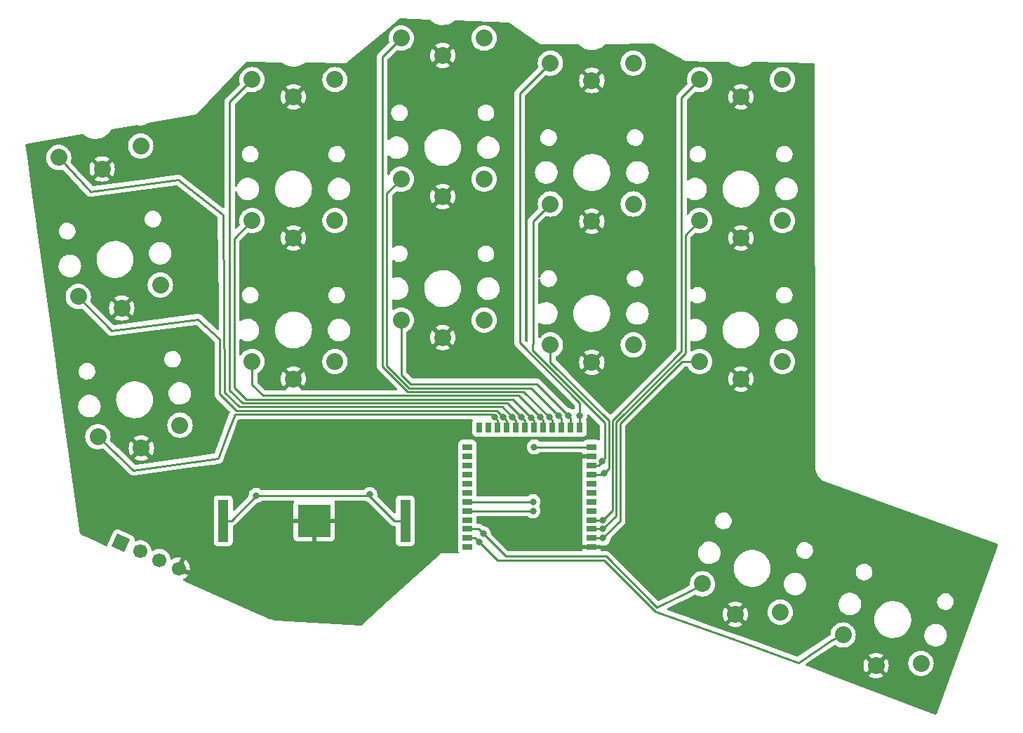
<source format=gbr>
%TF.GenerationSoftware,KiCad,Pcbnew,(6.0.4-0)*%
%TF.CreationDate,2022-05-01T22:17:04+02:00*%
%TF.ProjectId,kicad,6b696361-642e-46b6-9963-61645f706362,v 0.1*%
%TF.SameCoordinates,Original*%
%TF.FileFunction,Copper,L1,Top*%
%TF.FilePolarity,Positive*%
%FSLAX46Y46*%
G04 Gerber Fmt 4.6, Leading zero omitted, Abs format (unit mm)*
G04 Created by KiCad (PCBNEW (6.0.4-0)) date 2022-05-01 22:17:04*
%MOMM*%
%LPD*%
G01*
G04 APERTURE LIST*
G04 Aperture macros list*
%AMHorizOval*
0 Thick line with rounded ends*
0 $1 width*
0 $2 $3 position (X,Y) of the first rounded end (center of the circle)*
0 $4 $5 position (X,Y) of the second rounded end (center of the circle)*
0 Add line between two ends*
20,1,$1,$2,$3,$4,$5,0*
0 Add two circle primitives to create the rounded ends*
1,1,$1,$2,$3*
1,1,$1,$4,$5*%
%AMRotRect*
0 Rectangle, with rotation*
0 The origin of the aperture is its center*
0 $1 length*
0 $2 width*
0 $3 Rotation angle, in degrees counterclockwise*
0 Add horizontal line*
21,1,$1,$2,0,0,$3*%
G04 Aperture macros list end*
%TA.AperFunction,SMDPad,CuDef*%
%ADD10R,1.198880X0.698500*%
%TD*%
%TA.AperFunction,SMDPad,CuDef*%
%ADD11R,0.698500X1.198880*%
%TD*%
%TA.AperFunction,ComponentPad*%
%ADD12C,2.032000*%
%TD*%
%TA.AperFunction,SMDPad,CuDef*%
%ADD13R,1.270000X5.080000*%
%TD*%
%TA.AperFunction,SMDPad,CuDef*%
%ADD14R,3.960000X3.960000*%
%TD*%
%TA.AperFunction,ComponentPad*%
%ADD15RotRect,1.700000X1.700000X246.000000*%
%TD*%
%TA.AperFunction,ComponentPad*%
%ADD16HorizOval,1.700000X0.000000X0.000000X0.000000X0.000000X0*%
%TD*%
%TA.AperFunction,ViaPad*%
%ADD17C,0.800000*%
%TD*%
%TA.AperFunction,Conductor*%
%ADD18C,0.250000*%
%TD*%
G04 APERTURE END LIST*
D10*
%TO.P,YJT1,1,GND*%
%TO.N,GND*%
X157480000Y-124698740D03*
%TO.P,YJT1,2,P21*%
%TO.N,SW24L*%
X157480000Y-123598920D03*
%TO.P,YJT1,3,P22*%
%TO.N,SW14L*%
X157480000Y-122499100D03*
%TO.P,YJT1,4,P23*%
%TO.N,SW04L*%
X157480000Y-121399280D03*
%TO.P,YJT1,5,P24*%
%TO.N,unconnected-(YJT1-Pad5)*%
X157480000Y-120299460D03*
%TO.P,YJT1,6,P25*%
%TO.N,unconnected-(YJT1-Pad6)*%
X157480000Y-119199640D03*
%TO.P,YJT1,7,NC*%
%TO.N,unconnected-(YJT1-Pad7)*%
X157480000Y-118099820D03*
%TO.P,YJT1,8,NC*%
%TO.N,unconnected-(YJT1-Pad8)*%
X157480000Y-117000000D03*
%TO.P,YJT1,9,P28*%
%TO.N,SW23L*%
X157480000Y-115900180D03*
%TO.P,YJT1,10,P29*%
%TO.N,SW13L*%
X157480000Y-114800360D03*
%TO.P,YJT1,11,GND*%
%TO.N,GND*%
X157480000Y-113700540D03*
%TO.P,YJT1,12,VCC*%
%TO.N,VCC*%
X157480000Y-112600720D03*
D11*
%TO.P,YJT1,13,P30*%
%TO.N,SW03L*%
X156029660Y-110251220D03*
%TO.P,YJT1,14,P00*%
%TO.N,SW22L*%
X154929840Y-110251220D03*
%TO.P,YJT1,15,P01*%
%TO.N,SW12L*%
X153830020Y-110251220D03*
%TO.P,YJT1,16,P02*%
%TO.N,SW02L*%
X152730200Y-110251220D03*
%TO.P,YJT1,17,P03*%
%TO.N,SW21L*%
X151630380Y-110251220D03*
%TO.P,YJT1,18,P04*%
%TO.N,SW11L*%
X150530560Y-110251220D03*
%TO.P,YJT1,19,P05*%
%TO.N,SW01L*%
X149433280Y-110251220D03*
%TO.P,YJT1,20,P06*%
%TO.N,SW00L*%
X148333460Y-110251220D03*
%TO.P,YJT1,21,P07*%
%TO.N,SW10L*%
X147233640Y-110251220D03*
%TO.P,YJT1,22,P08*%
%TO.N,SW20L*%
X146133820Y-110251220D03*
%TO.P,YJT1,23,P09*%
%TO.N,unconnected-(YJT1-Pad23)*%
X145034000Y-110251220D03*
%TO.P,YJT1,24,P10*%
%TO.N,unconnected-(YJT1-Pad24)*%
X143934180Y-110251220D03*
D10*
%TO.P,YJT1,25,P11*%
%TO.N,unconnected-(YJT1-Pad25)*%
X142483840Y-112600720D03*
%TO.P,YJT1,26,P12*%
%TO.N,unconnected-(YJT1-Pad26)*%
X142483840Y-113700540D03*
%TO.P,YJT1,27,P13*%
%TO.N,unconnected-(YJT1-Pad27)*%
X142483840Y-114800360D03*
%TO.P,YJT1,28,P14*%
%TO.N,unconnected-(YJT1-Pad28)*%
X142483840Y-115900180D03*
%TO.P,YJT1,29,P15*%
%TO.N,unconnected-(YJT1-Pad29)*%
X142483840Y-117000000D03*
%TO.P,YJT1,30,P16*%
%TO.N,unconnected-(YJT1-Pad30)*%
X142483840Y-118099820D03*
%TO.P,YJT1,31,SWDIO*%
%TO.N,DIOL*%
X142483840Y-119199640D03*
%TO.P,YJT1,32,SWCLK*%
%TO.N,CLKL*%
X142483840Y-120299460D03*
%TO.P,YJT1,33,P17*%
%TO.N,unconnected-(YJT1-Pad33)*%
X142483840Y-121399280D03*
%TO.P,YJT1,34,P18*%
%TO.N,SW33L*%
X142483840Y-122499100D03*
%TO.P,YJT1,35,P19*%
%TO.N,SW34L*%
X142483840Y-123598920D03*
%TO.P,YJT1,36,P20*%
%TO.N,unconnected-(YJT1-Pad36)*%
X142483840Y-124698740D03*
%TD*%
D12*
%TO.P,SW2,1,1*%
%TO.N,GND*%
X100776672Y-95842582D03*
%TO.P,SW2,2,2*%
%TO.N,SW10L*%
X95533068Y-94458884D03*
X105435749Y-93067153D03*
%TD*%
%TO.P,SW11,1,1*%
%TO.N,GND*%
X157499999Y-85400000D03*
%TO.P,SW11,2,2*%
%TO.N,SW13L*%
X162499999Y-83300000D03*
X152499999Y-83300000D03*
%TD*%
D13*
%TO.P,BT1,1,+*%
%TO.N,VCC*%
X134985000Y-121500000D03*
X113015000Y-121500000D03*
D14*
%TO.P,BT1,2,-*%
%TO.N,GND*%
X124000000Y-121500000D03*
%TD*%
D12*
%TO.P,SW8,1,1*%
%TO.N,GND*%
X139500001Y-82400000D03*
%TO.P,SW8,2,2*%
%TO.N,SW12L*%
X134500001Y-80300000D03*
X144500001Y-80300000D03*
%TD*%
%TO.P,SW5,1,1*%
%TO.N,GND*%
X121500000Y-87400000D03*
%TO.P,SW5,2,2*%
%TO.N,SW11L*%
X126500000Y-85300000D03*
X116500000Y-85300000D03*
%TD*%
%TO.P,SW16,1,1*%
%TO.N,GND*%
X175500000Y-104400000D03*
%TO.P,SW16,2,2*%
%TO.N,SW24L*%
X170500000Y-102300000D03*
X180500000Y-102300000D03*
%TD*%
%TO.P,SW12,1,1*%
%TO.N,GND*%
X157500000Y-102400000D03*
%TO.P,SW12,2,2*%
%TO.N,SW23L*%
X152500000Y-100300000D03*
X162500000Y-100300000D03*
%TD*%
%TO.P,SW15,1,1*%
%TO.N,GND*%
X175500000Y-87400001D03*
%TO.P,SW15,2,2*%
%TO.N,SW14L*%
X170500000Y-85300001D03*
X180500000Y-85300001D03*
%TD*%
%TO.P,SW17,1,1*%
%TO.N,GND*%
X191798464Y-138954930D03*
%TO.P,SW17,2,2*%
%TO.N,SW34L*%
X187818243Y-135271475D03*
X197215170Y-138691677D03*
%TD*%
%TO.P,SW10,1,1*%
%TO.N,GND*%
X157500001Y-68400000D03*
%TO.P,SW10,2,2*%
%TO.N,SW03L*%
X162500001Y-66300000D03*
X152500001Y-66300000D03*
%TD*%
%TO.P,SW7,1,1*%
%TO.N,GND*%
X139500000Y-65400000D03*
%TO.P,SW7,2,2*%
%TO.N,SW02L*%
X144500000Y-63300000D03*
X134500000Y-63300000D03*
%TD*%
%TO.P,SW3,1,1*%
%TO.N,GND*%
X103142615Y-112745951D03*
%TO.P,SW3,2,2*%
%TO.N,SW20L*%
X107801692Y-109970522D03*
X97899011Y-111362253D03*
%TD*%
%TO.P,SW6,1,1*%
%TO.N,GND*%
X121500001Y-104400001D03*
%TO.P,SW6,2,2*%
%TO.N,SW21L*%
X126500001Y-102300001D03*
X116500001Y-102300001D03*
%TD*%
%TO.P,SW14,1,1*%
%TO.N,GND*%
X175499999Y-70400000D03*
%TO.P,SW14,2,2*%
%TO.N,SW04L*%
X170499999Y-68300000D03*
X180499999Y-68300000D03*
%TD*%
%TO.P,SW1,1,1*%
%TO.N,GND*%
X98410729Y-79076836D03*
%TO.P,SW1,2,2*%
%TO.N,SW00L*%
X103069806Y-76301407D03*
X93167125Y-77693138D03*
%TD*%
%TO.P,SW4,1,1*%
%TO.N,GND*%
X121500000Y-70400001D03*
%TO.P,SW4,2,2*%
%TO.N,SW01L*%
X126500000Y-68300001D03*
X116500000Y-68300001D03*
%TD*%
%TO.P,SW9,1,1*%
%TO.N,GND*%
X139500000Y-99400000D03*
%TO.P,SW9,2,2*%
%TO.N,SW22L*%
X144500000Y-97300000D03*
X134500000Y-97300000D03*
%TD*%
%TO.P,SW13,1,1*%
%TO.N,GND*%
X174825278Y-132784103D03*
%TO.P,SW13,2,2*%
%TO.N,SW33L*%
X180241984Y-132520850D03*
X170845057Y-129100648D03*
%TD*%
D15*
%TO.P,PROG1,1,Pin_1*%
%TO.N,VCC*%
X100679595Y-124166889D03*
D16*
%TO.P,PROG1,2,Pin_2*%
%TO.N,DIOL*%
X103000000Y-125200000D03*
%TO.P,PROG1,3,Pin_3*%
%TO.N,CLKL*%
X105320406Y-126233111D03*
%TO.P,PROG1,4,Pin_4*%
%TO.N,GND*%
X107640811Y-127266222D03*
%TD*%
D17*
%TO.N,VCC*%
X150549280Y-112600720D03*
X117000000Y-118450000D03*
X130700000Y-118350000D03*
%TO.N,DIOL*%
X150400360Y-119199640D03*
%TO.N,SW00L*%
X147915840Y-108984160D03*
%TO.N,SW10L*%
X146800000Y-109000000D03*
%TO.N,SW20L*%
X145735818Y-108960416D03*
%TO.N,SW01L*%
X148990750Y-108959250D03*
%TO.N,SW11L*%
X150189390Y-109060610D03*
%TO.N,SW21L*%
X151239300Y-109010700D03*
%TO.N,SW02L*%
X152339210Y-109010790D03*
%TO.N,SW12L*%
X153500000Y-108850000D03*
%TO.N,SW22L*%
X154675000Y-108825000D03*
%TO.N,SW03L*%
X156029660Y-108829660D03*
%TO.N,SW13L*%
X158700000Y-114300000D03*
%TO.N,SW23L*%
X158950000Y-115800000D03*
%TO.N,SW33L*%
X144400000Y-123050000D03*
%TO.N,SW04L*%
X158850720Y-121399280D03*
%TO.N,SW14L*%
X158850900Y-122499100D03*
%TO.N,SW24L*%
X158851080Y-123598920D03*
%TO.N,SW34L*%
X143898457Y-124051543D03*
%TO.N,CLKL*%
X150400000Y-120300000D03*
%TD*%
D18*
%TO.N,VCC*%
X114000000Y-121500000D02*
X113015000Y-121500000D01*
X117000000Y-118500000D02*
X114000000Y-121500000D01*
X117000000Y-118450000D02*
X117000000Y-118500000D01*
X130700000Y-118350000D02*
X130600000Y-118450000D01*
X130600000Y-118450000D02*
X117000000Y-118450000D01*
X133650000Y-121500000D02*
X134985000Y-121500000D01*
X130700000Y-118350000D02*
X130700000Y-118550000D01*
X130700000Y-118550000D02*
X133650000Y-121500000D01*
X157480000Y-112600720D02*
X150450720Y-112600720D01*
%TO.N,DIOL*%
X142483840Y-119199640D02*
X150400360Y-119199640D01*
%TO.N,SW00L*%
X146682160Y-107750480D02*
X114950480Y-107750480D01*
X114950480Y-107750480D02*
X113200000Y-106000000D01*
X148333460Y-109401780D02*
X147915840Y-108984160D01*
X107600000Y-80400000D02*
X97000000Y-81800000D01*
X113000000Y-84600000D02*
X107600000Y-80400000D01*
X113200000Y-106000000D02*
X113000000Y-84600000D01*
X148333460Y-110251220D02*
X148333460Y-109401780D01*
X97000000Y-81800000D02*
X93167125Y-77693138D01*
X147915840Y-108984160D02*
X146682160Y-107750480D01*
%TO.N,SW10L*%
X146000000Y-108200000D02*
X114600000Y-108200000D01*
X99555372Y-98550000D02*
X95533068Y-94527696D01*
X147233640Y-109433640D02*
X146800000Y-109000000D01*
X146800000Y-109000000D02*
X146000000Y-108200000D01*
X112600000Y-106200000D02*
X112600000Y-99600000D01*
X147233640Y-110251220D02*
X147233640Y-109433640D01*
X114600000Y-108200000D02*
X112600000Y-106200000D01*
X112600000Y-99600000D02*
X110000000Y-97200000D01*
X110000000Y-97200000D02*
X99555372Y-98550000D01*
%TO.N,SW20L*%
X102200000Y-115400000D02*
X97899011Y-111362253D01*
X145735818Y-108960416D02*
X145424922Y-108649520D01*
X112400000Y-114000000D02*
X102200000Y-115400000D01*
X145424922Y-108649520D02*
X114413803Y-108649520D01*
X145735818Y-109003778D02*
X146133820Y-109401780D01*
X146133820Y-109401780D02*
X146133820Y-110251220D01*
X114413803Y-108649520D02*
X113600000Y-110800000D01*
X113600000Y-110800000D02*
X112400000Y-114000000D01*
X145735818Y-108960416D02*
X145735818Y-109003778D01*
%TO.N,SW01L*%
X115350960Y-107300960D02*
X113800000Y-105750000D01*
X149433280Y-109401780D02*
X148990750Y-108959250D01*
X148990750Y-108959250D02*
X147332460Y-107300960D01*
X147332460Y-107300960D02*
X115350960Y-107300960D01*
X113800000Y-105750000D02*
X113800000Y-71000001D01*
X113800000Y-71000001D02*
X116500000Y-68300001D01*
X149433280Y-110251220D02*
X149433280Y-109401780D01*
%TO.N,SW11L*%
X150530560Y-109401780D02*
X150189390Y-109060610D01*
X114350000Y-87450000D02*
X116500000Y-85300000D01*
X150189390Y-109060610D02*
X147980220Y-106851440D01*
X147980220Y-106851440D02*
X115801440Y-106851440D01*
X114350000Y-105400000D02*
X114350000Y-87450000D01*
X115801440Y-106851440D02*
X114350000Y-105400000D01*
X150530560Y-110251220D02*
X150530560Y-109401780D01*
%TO.N,SW21L*%
X148628600Y-106400000D02*
X117800000Y-106400000D01*
X116500001Y-105100001D02*
X116500001Y-102300001D01*
X151630380Y-110251220D02*
X151630380Y-109401780D01*
X117800000Y-106400000D02*
X116500001Y-105100001D01*
X151239300Y-109010700D02*
X148628600Y-106400000D01*
X151630380Y-109401780D02*
X151239300Y-109010700D01*
%TO.N,SW02L*%
X135279044Y-105950480D02*
X132200000Y-102871436D01*
X152339210Y-109010790D02*
X149278900Y-105950480D01*
X132200000Y-65600000D02*
X134500000Y-63300000D01*
X152730200Y-110251220D02*
X152730200Y-109401780D01*
X152730200Y-109401780D02*
X152339210Y-109010790D01*
X149278900Y-105950480D02*
X135279044Y-105950480D01*
X132200000Y-102871436D02*
X132200000Y-65600000D01*
%TO.N,SW12L*%
X135465242Y-105500960D02*
X132774579Y-102810297D01*
X132774579Y-102810297D02*
X132774579Y-82025422D01*
X132774579Y-82025422D02*
X134500001Y-80300000D01*
X153500000Y-108850000D02*
X150150960Y-105500960D01*
X150150960Y-105500960D02*
X135465242Y-105500960D01*
X153830020Y-110251220D02*
X153830020Y-109180020D01*
X153830020Y-109180020D02*
X153500000Y-108850000D01*
%TO.N,SW22L*%
X154929840Y-109079840D02*
X154675000Y-108825000D01*
X154675000Y-108825000D02*
X150850000Y-105000000D01*
X135600000Y-105000000D02*
X134500000Y-103900000D01*
X150850000Y-105000000D02*
X135600000Y-105000000D01*
X154929840Y-110251220D02*
X154929840Y-109079840D01*
X134500000Y-103900000D02*
X134500000Y-97300000D01*
%TO.N,SW03L*%
X156029660Y-107265378D02*
X148800000Y-100035718D01*
X156029660Y-110251220D02*
X156029660Y-108829660D01*
X148800000Y-100035718D02*
X148800000Y-70000001D01*
X148800000Y-70000001D02*
X152500001Y-66300000D01*
X156029660Y-108829660D02*
X156029660Y-107265378D01*
%TO.N,SW13L*%
X150400000Y-85399999D02*
X152499999Y-83300000D01*
X157480000Y-114800360D02*
X158329440Y-114800360D01*
X150400000Y-85800000D02*
X150400000Y-85399999D01*
X158700000Y-114429800D02*
X158700000Y-114300000D01*
X158700000Y-114300000D02*
X159100480Y-113899520D01*
X159100480Y-109700480D02*
X150750000Y-101350000D01*
X150400000Y-100200000D02*
X150400000Y-85799999D01*
X159100480Y-113899520D02*
X159100480Y-109700480D01*
X150375421Y-100975421D02*
X150375421Y-100224579D01*
X158329440Y-114800360D02*
X158700000Y-114429800D01*
X150800000Y-101400000D02*
X150375421Y-100975421D01*
%TO.N,SW23L*%
X157480000Y-115900180D02*
X158849820Y-115900180D01*
X159550000Y-115200000D02*
X159550000Y-109400000D01*
X152500000Y-102350000D02*
X152500000Y-100300000D01*
X158950000Y-115800000D02*
X159550000Y-115200000D01*
X158849820Y-115900180D02*
X158950000Y-115800000D01*
X159550000Y-109400000D02*
X152500000Y-102350000D01*
%TO.N,SW33L*%
X169000000Y-130200000D02*
X165373750Y-131973750D01*
X170845057Y-129100648D02*
X170745705Y-129200000D01*
X147150000Y-125800000D02*
X144400000Y-123050000D01*
X144400000Y-123050000D02*
X143849100Y-122499100D01*
X143849100Y-122499100D02*
X142483840Y-122499100D01*
X159200000Y-125800000D02*
X147150000Y-125800000D01*
X170745705Y-129200000D02*
X169000000Y-130200000D01*
X165373750Y-131973750D02*
X159200000Y-125800000D01*
%TO.N,SW04L*%
X168325059Y-101074941D02*
X168325059Y-70474940D01*
X158850720Y-121399280D02*
X159999520Y-120250480D01*
X157480000Y-121399280D02*
X158850720Y-121399280D01*
X168325059Y-70474940D02*
X170499999Y-68300000D01*
X159999520Y-120250480D02*
X159999520Y-109400480D01*
X159999520Y-109400480D02*
X168325059Y-101074941D01*
%TO.N,SW14L*%
X168774579Y-101261139D02*
X168774579Y-87025422D01*
X160449040Y-109586678D02*
X168774579Y-101261139D01*
X158850900Y-122499100D02*
X160449040Y-120900960D01*
X157480000Y-122499100D02*
X158850900Y-122499100D01*
X160449040Y-120900960D02*
X160449040Y-109586678D01*
X168774579Y-87025422D02*
X170500000Y-85300001D01*
%TO.N,SW24L*%
X157480000Y-123598920D02*
X158851080Y-123598920D01*
X158851080Y-123598920D02*
X160898560Y-121551440D01*
X160898560Y-109772876D02*
X168371436Y-102300000D01*
X160898560Y-121551440D02*
X160898560Y-109772876D01*
X168371436Y-102300000D02*
X170500000Y-102300000D01*
%TO.N,SW34L*%
X175200000Y-136000000D02*
X165200000Y-132435718D01*
X186450000Y-135950000D02*
X182400000Y-138600000D01*
X187818243Y-135271475D02*
X186450000Y-135950000D01*
X182400000Y-138600000D02*
X175200000Y-136000000D01*
X146096434Y-126249520D02*
X143898457Y-124051543D01*
X165200000Y-132435718D02*
X159013802Y-126249520D01*
X143445834Y-123598920D02*
X142483840Y-123598920D01*
X143898457Y-124051543D02*
X143445834Y-123598920D01*
X159013802Y-126249520D02*
X146096434Y-126249520D01*
%TO.N,CLKL*%
X150399460Y-120299460D02*
X150400000Y-120300000D01*
X142483840Y-120299460D02*
X150399460Y-120299460D01*
%TD*%
%TA.AperFunction,Conductor*%
%TO.N,GND*%
G36*
X137862828Y-61058299D02*
G01*
X137930241Y-61080569D01*
X137950757Y-61098292D01*
X137974846Y-61124124D01*
X138203045Y-61311568D01*
X138454029Y-61467185D01*
X138723390Y-61588241D01*
X138893441Y-61638935D01*
X138981881Y-61665300D01*
X139006395Y-61672608D01*
X139010515Y-61673261D01*
X139010517Y-61673261D01*
X139294592Y-61718255D01*
X139294598Y-61718256D01*
X139298073Y-61718806D01*
X139322632Y-61719921D01*
X139389017Y-61722936D01*
X139389038Y-61722936D01*
X139390437Y-61723000D01*
X139574901Y-61723000D01*
X139794664Y-61708403D01*
X139798763Y-61707577D01*
X139798767Y-61707576D01*
X139972190Y-61672608D01*
X140084151Y-61650033D01*
X140363375Y-61553888D01*
X140533089Y-61468902D01*
X140623695Y-61423530D01*
X140623697Y-61423529D01*
X140627431Y-61421659D01*
X140871678Y-61255668D01*
X140938155Y-61196230D01*
X141002271Y-61165736D01*
X141026355Y-61164231D01*
X147432683Y-61378750D01*
X147500611Y-61401379D01*
X151250000Y-64020000D01*
X151269452Y-64019943D01*
X152034953Y-64017696D01*
X155810114Y-64006617D01*
X155878292Y-64026419D01*
X155902634Y-64046685D01*
X155971993Y-64121065D01*
X155972005Y-64121076D01*
X155974847Y-64124124D01*
X156203046Y-64311568D01*
X156454030Y-64467185D01*
X156723391Y-64588241D01*
X156896192Y-64639755D01*
X156985129Y-64666268D01*
X157006396Y-64672608D01*
X157010516Y-64673261D01*
X157010518Y-64673261D01*
X157294593Y-64718255D01*
X157294599Y-64718256D01*
X157298074Y-64718806D01*
X157322633Y-64719921D01*
X157389018Y-64722936D01*
X157389039Y-64722936D01*
X157390438Y-64723000D01*
X157574902Y-64723000D01*
X157794665Y-64708403D01*
X157798764Y-64707577D01*
X157798768Y-64707576D01*
X157972191Y-64672608D01*
X158084152Y-64650033D01*
X158363376Y-64553888D01*
X158533090Y-64468902D01*
X158623696Y-64423530D01*
X158623698Y-64423529D01*
X158627432Y-64421659D01*
X158871679Y-64255668D01*
X159091828Y-64058832D01*
X159094544Y-64055663D01*
X159094554Y-64055653D01*
X159107402Y-64040663D01*
X159166920Y-64001958D01*
X159202699Y-63996662D01*
X164848382Y-63980093D01*
X164907914Y-63994845D01*
X166020499Y-64586525D01*
X168810000Y-66070000D01*
X171946873Y-66116278D01*
X173958144Y-66145951D01*
X174025962Y-66166955D01*
X174036261Y-66174572D01*
X174157002Y-66273749D01*
X174203044Y-66311568D01*
X174454028Y-66467185D01*
X174457845Y-66468901D01*
X174457848Y-66468902D01*
X174530707Y-66501646D01*
X174723389Y-66588241D01*
X174869928Y-66631926D01*
X174930671Y-66650034D01*
X175006394Y-66672608D01*
X175010514Y-66673261D01*
X175010516Y-66673261D01*
X175294591Y-66718255D01*
X175294597Y-66718256D01*
X175298072Y-66718806D01*
X175322631Y-66719921D01*
X175389016Y-66722936D01*
X175389037Y-66722936D01*
X175390436Y-66723000D01*
X175574900Y-66723000D01*
X175794663Y-66708403D01*
X175798762Y-66707577D01*
X175798766Y-66707576D01*
X175972189Y-66672608D01*
X176084150Y-66650033D01*
X176363374Y-66553888D01*
X176533088Y-66468902D01*
X176623694Y-66423530D01*
X176623696Y-66423529D01*
X176627430Y-66421659D01*
X176871677Y-66255668D01*
X176875624Y-66252139D01*
X176908440Y-66222799D01*
X176972555Y-66192306D01*
X176994281Y-66190744D01*
X184244337Y-66297704D01*
X184312155Y-66318708D01*
X184357851Y-66373044D01*
X184368478Y-66423335D01*
X184503860Y-114712563D01*
X184504727Y-115021868D01*
X184503111Y-115041461D01*
X184502398Y-115044316D01*
X184501268Y-115056818D01*
X184501582Y-115061684D01*
X184501902Y-115066651D01*
X184502160Y-115075548D01*
X184500780Y-115294446D01*
X184501396Y-115298914D01*
X184501396Y-115298919D01*
X184504810Y-115323693D01*
X184533206Y-115529776D01*
X184598888Y-115758069D01*
X184600746Y-115762192D01*
X184694625Y-115970527D01*
X184694628Y-115970533D01*
X184696483Y-115974649D01*
X184698908Y-115978460D01*
X184698908Y-115978461D01*
X184730526Y-116028161D01*
X184823992Y-116175082D01*
X184826923Y-116178494D01*
X184826928Y-116178500D01*
X184943923Y-116314667D01*
X184978804Y-116355263D01*
X184982209Y-116358236D01*
X184982210Y-116358237D01*
X185117851Y-116476667D01*
X185157748Y-116511502D01*
X185357160Y-116640601D01*
X185438686Y-116678121D01*
X185539592Y-116724560D01*
X185550216Y-116730075D01*
X185554977Y-116732841D01*
X185560911Y-116736289D01*
X185565442Y-116738056D01*
X185565446Y-116738058D01*
X185568075Y-116739083D01*
X185572606Y-116740850D01*
X185598878Y-116746655D01*
X185604039Y-116747796D01*
X185619626Y-116752311D01*
X206303805Y-124217620D01*
X206307752Y-124219120D01*
X206358293Y-124239300D01*
X206358297Y-124239301D01*
X206366632Y-124242629D01*
X206375568Y-124243484D01*
X206384292Y-124245597D01*
X206383951Y-124247003D01*
X206405069Y-124252421D01*
X206409450Y-124254312D01*
X206447360Y-124279667D01*
X206458477Y-124290479D01*
X206484880Y-124327676D01*
X206491420Y-124341740D01*
X206502849Y-124385898D01*
X206503953Y-124401364D01*
X206498913Y-124446693D01*
X206497244Y-124452231D01*
X206489571Y-124470903D01*
X206486003Y-124475804D01*
X206459132Y-124550627D01*
X206458937Y-124551167D01*
X204408991Y-130172111D01*
X199080384Y-144783134D01*
X199038252Y-144840278D01*
X198971915Y-144865573D01*
X198917413Y-144857805D01*
X186608533Y-140199236D01*
X190918988Y-140199236D01*
X190924715Y-140206886D01*
X191100223Y-140314437D01*
X191109017Y-140318918D01*
X191321493Y-140406928D01*
X191330878Y-140409977D01*
X191554508Y-140463667D01*
X191564255Y-140465210D01*
X191793534Y-140483255D01*
X191803394Y-140483255D01*
X192032673Y-140465210D01*
X192042420Y-140463667D01*
X192266050Y-140409977D01*
X192275435Y-140406928D01*
X192487911Y-140318918D01*
X192496705Y-140314437D01*
X192668547Y-140209133D01*
X192678007Y-140198677D01*
X192674223Y-140189899D01*
X191811276Y-139326952D01*
X191797332Y-139319338D01*
X191795499Y-139319469D01*
X191788884Y-139323720D01*
X190925748Y-140186856D01*
X190918988Y-140199236D01*
X186608533Y-140199236D01*
X183358442Y-138969167D01*
X183346133Y-138959860D01*
X190270139Y-138959860D01*
X190288184Y-139189139D01*
X190289727Y-139198886D01*
X190343417Y-139422516D01*
X190346466Y-139431901D01*
X190434476Y-139644377D01*
X190438957Y-139653171D01*
X190544261Y-139825013D01*
X190554717Y-139834473D01*
X190563495Y-139830689D01*
X191426442Y-138967742D01*
X191432820Y-138956062D01*
X192162872Y-138956062D01*
X192163003Y-138957895D01*
X192167254Y-138964510D01*
X193030390Y-139827646D01*
X193042770Y-139834406D01*
X193050420Y-139828679D01*
X193157971Y-139653171D01*
X193162452Y-139644377D01*
X193250462Y-139431901D01*
X193253511Y-139422516D01*
X193307201Y-139198886D01*
X193308744Y-139189139D01*
X193326789Y-138959860D01*
X193326789Y-138950000D01*
X193308744Y-138720721D01*
X193307201Y-138710974D01*
X193302568Y-138691677D01*
X195685956Y-138691677D01*
X195704783Y-138930899D01*
X195705937Y-138935706D01*
X195705938Y-138935712D01*
X195710824Y-138956062D01*
X195760801Y-139164230D01*
X195762694Y-139168801D01*
X195762695Y-139168803D01*
X195826864Y-139323720D01*
X195852630Y-139385926D01*
X195978010Y-139590526D01*
X196133852Y-139772995D01*
X196137614Y-139776208D01*
X196201404Y-139830689D01*
X196316321Y-139928837D01*
X196520921Y-140054217D01*
X196525491Y-140056110D01*
X196525493Y-140056111D01*
X196738044Y-140144152D01*
X196742617Y-140146046D01*
X196824207Y-140165634D01*
X196971135Y-140200909D01*
X196971141Y-140200910D01*
X196975948Y-140202064D01*
X197215170Y-140220891D01*
X197454392Y-140202064D01*
X197459199Y-140200910D01*
X197459205Y-140200909D01*
X197606133Y-140165634D01*
X197687723Y-140146046D01*
X197692296Y-140144152D01*
X197904847Y-140056111D01*
X197904849Y-140056110D01*
X197909419Y-140054217D01*
X198114019Y-139928837D01*
X198228937Y-139830689D01*
X198292726Y-139776208D01*
X198296488Y-139772995D01*
X198452330Y-139590526D01*
X198577710Y-139385926D01*
X198603477Y-139323720D01*
X198667645Y-139168803D01*
X198667646Y-139168801D01*
X198669539Y-139164230D01*
X198719516Y-138956062D01*
X198724402Y-138935712D01*
X198724403Y-138935706D01*
X198725557Y-138930899D01*
X198744384Y-138691677D01*
X198725557Y-138452455D01*
X198724403Y-138447648D01*
X198724402Y-138447642D01*
X198680669Y-138265483D01*
X198669539Y-138219124D01*
X198613920Y-138084847D01*
X198579604Y-138002000D01*
X198579603Y-138001998D01*
X198577710Y-137997428D01*
X198452330Y-137792828D01*
X198296488Y-137610359D01*
X198114019Y-137454517D01*
X197909419Y-137329137D01*
X197904849Y-137327244D01*
X197904847Y-137327243D01*
X197692296Y-137239202D01*
X197692294Y-137239201D01*
X197687723Y-137237308D01*
X197606133Y-137217720D01*
X197459205Y-137182445D01*
X197459199Y-137182444D01*
X197454392Y-137181290D01*
X197215170Y-137162463D01*
X196975948Y-137181290D01*
X196971141Y-137182444D01*
X196971135Y-137182445D01*
X196824207Y-137217720D01*
X196742617Y-137237308D01*
X196738046Y-137239201D01*
X196738044Y-137239202D01*
X196525493Y-137327243D01*
X196525491Y-137327244D01*
X196520921Y-137329137D01*
X196316321Y-137454517D01*
X196133852Y-137610359D01*
X195978010Y-137792828D01*
X195852630Y-137997428D01*
X195850737Y-138001998D01*
X195850736Y-138002000D01*
X195816420Y-138084847D01*
X195760801Y-138219124D01*
X195749671Y-138265483D01*
X195705938Y-138447642D01*
X195705937Y-138447648D01*
X195704783Y-138452455D01*
X195685956Y-138691677D01*
X193302568Y-138691677D01*
X193253511Y-138487344D01*
X193250462Y-138477959D01*
X193162452Y-138265483D01*
X193157971Y-138256689D01*
X193052667Y-138084847D01*
X193042211Y-138075387D01*
X193033433Y-138079171D01*
X192170486Y-138942118D01*
X192162872Y-138956062D01*
X191432820Y-138956062D01*
X191434056Y-138953798D01*
X191433925Y-138951965D01*
X191429674Y-138945350D01*
X190566538Y-138082214D01*
X190554158Y-138075454D01*
X190546508Y-138081181D01*
X190438957Y-138256689D01*
X190434476Y-138265483D01*
X190346466Y-138477959D01*
X190343417Y-138487344D01*
X190289727Y-138710974D01*
X190288184Y-138720721D01*
X190270139Y-138950000D01*
X190270139Y-138959860D01*
X183346133Y-138959860D01*
X183301813Y-138926349D01*
X183277322Y-138859710D01*
X183292747Y-138790409D01*
X183334055Y-138745891D01*
X183372523Y-138720721D01*
X184915401Y-137711183D01*
X190918921Y-137711183D01*
X190922705Y-137719961D01*
X191785652Y-138582908D01*
X191799596Y-138590522D01*
X191801429Y-138590391D01*
X191808044Y-138586140D01*
X192671180Y-137723004D01*
X192677940Y-137710624D01*
X192672213Y-137702974D01*
X192496705Y-137595423D01*
X192487911Y-137590942D01*
X192275435Y-137502932D01*
X192266050Y-137499883D01*
X192042420Y-137446193D01*
X192032673Y-137444650D01*
X191803394Y-137426605D01*
X191793534Y-137426605D01*
X191564255Y-137444650D01*
X191554508Y-137446193D01*
X191330878Y-137499883D01*
X191321493Y-137502932D01*
X191109017Y-137590942D01*
X191100223Y-137595423D01*
X190928381Y-137700727D01*
X190918921Y-137711183D01*
X184915401Y-137711183D01*
X186758984Y-136504888D01*
X186771993Y-136497441D01*
X186782501Y-136492230D01*
X186852416Y-136479885D01*
X186912539Y-136503174D01*
X186915624Y-136505415D01*
X186919394Y-136508635D01*
X187123994Y-136634015D01*
X187128564Y-136635908D01*
X187128566Y-136635909D01*
X187165072Y-136651030D01*
X187345690Y-136725844D01*
X187427280Y-136745432D01*
X187574208Y-136780707D01*
X187574214Y-136780708D01*
X187579021Y-136781862D01*
X187818243Y-136800689D01*
X188057465Y-136781862D01*
X188062272Y-136780708D01*
X188062278Y-136780707D01*
X188209206Y-136745432D01*
X188290796Y-136725844D01*
X188471414Y-136651030D01*
X188507920Y-136635909D01*
X188507922Y-136635908D01*
X188512492Y-136634015D01*
X188717092Y-136508635D01*
X188749475Y-136480978D01*
X188895799Y-136356006D01*
X188899561Y-136352793D01*
X189030434Y-136199559D01*
X189052185Y-136174092D01*
X189052186Y-136174091D01*
X189055403Y-136170324D01*
X189180783Y-135965724D01*
X189208638Y-135898477D01*
X189270718Y-135748601D01*
X189270719Y-135748599D01*
X189272612Y-135744028D01*
X189299122Y-135633605D01*
X189327475Y-135515510D01*
X189327476Y-135515504D01*
X189328630Y-135510697D01*
X189347457Y-135271475D01*
X189328630Y-135032253D01*
X189327476Y-135027446D01*
X189327475Y-135027440D01*
X189278139Y-134821945D01*
X189272612Y-134798922D01*
X189270718Y-134794349D01*
X189182677Y-134581798D01*
X189182676Y-134581796D01*
X189180783Y-134577226D01*
X189055403Y-134372626D01*
X189011002Y-134320638D01*
X188902774Y-134193919D01*
X188899561Y-134190157D01*
X188717092Y-134034315D01*
X188512492Y-133908935D01*
X188507922Y-133907042D01*
X188507920Y-133907041D01*
X188295369Y-133819000D01*
X188295367Y-133818999D01*
X188290796Y-133817106D01*
X188209206Y-133797518D01*
X188062278Y-133762243D01*
X188062272Y-133762242D01*
X188057465Y-133761088D01*
X187818243Y-133742261D01*
X187579021Y-133761088D01*
X187574214Y-133762242D01*
X187574208Y-133762243D01*
X187427280Y-133797518D01*
X187345690Y-133817106D01*
X187341119Y-133818999D01*
X187341117Y-133819000D01*
X187128566Y-133907041D01*
X187128564Y-133907042D01*
X187123994Y-133908935D01*
X186919394Y-134034315D01*
X186736925Y-134190157D01*
X186733712Y-134193919D01*
X186625485Y-134320638D01*
X186581083Y-134372626D01*
X186455703Y-134577226D01*
X186453810Y-134581796D01*
X186453809Y-134581798D01*
X186365768Y-134794349D01*
X186363874Y-134798922D01*
X186358347Y-134821945D01*
X186309011Y-135027440D01*
X186309010Y-135027446D01*
X186307856Y-135032253D01*
X186307468Y-135037187D01*
X186290440Y-135253543D01*
X186265154Y-135319884D01*
X186220812Y-135356536D01*
X186213626Y-135360100D01*
X186198249Y-135366498D01*
X186170109Y-135376076D01*
X186135965Y-135398417D01*
X186134317Y-135399430D01*
X186132842Y-135400162D01*
X186129557Y-135402343D01*
X186129553Y-135402345D01*
X186101694Y-135420839D01*
X186101080Y-135421243D01*
X182370375Y-137862322D01*
X182302421Y-137882883D01*
X182258592Y-137875397D01*
X182222385Y-137862322D01*
X177617811Y-136199559D01*
X175489974Y-135431173D01*
X175488949Y-135430731D01*
X175488075Y-135430141D01*
X175485241Y-135429131D01*
X175485232Y-135429127D01*
X175414266Y-135403833D01*
X175413987Y-135403733D01*
X175377678Y-135390622D01*
X175376655Y-135390392D01*
X175375572Y-135390042D01*
X171555356Y-134028409D01*
X173945802Y-134028409D01*
X173951529Y-134036059D01*
X174127037Y-134143610D01*
X174135831Y-134148091D01*
X174348307Y-134236101D01*
X174357692Y-134239150D01*
X174581322Y-134292840D01*
X174591069Y-134294383D01*
X174820348Y-134312428D01*
X174830208Y-134312428D01*
X175059487Y-134294383D01*
X175069234Y-134292840D01*
X175292864Y-134239150D01*
X175302249Y-134236101D01*
X175514725Y-134148091D01*
X175523519Y-134143610D01*
X175695361Y-134038306D01*
X175704821Y-134027850D01*
X175701037Y-134019072D01*
X174838090Y-133156125D01*
X174824146Y-133148511D01*
X174822313Y-133148642D01*
X174815698Y-133152893D01*
X173952562Y-134016029D01*
X173945802Y-134028409D01*
X171555356Y-134028409D01*
X168638028Y-132988591D01*
X168078145Y-132789033D01*
X173296953Y-132789033D01*
X173314998Y-133018312D01*
X173316541Y-133028059D01*
X173370231Y-133251689D01*
X173373280Y-133261074D01*
X173461290Y-133473550D01*
X173465771Y-133482344D01*
X173571075Y-133654186D01*
X173581531Y-133663646D01*
X173590309Y-133659862D01*
X174453256Y-132796915D01*
X174459634Y-132785235D01*
X175189686Y-132785235D01*
X175189817Y-132787068D01*
X175194068Y-132793683D01*
X176057204Y-133656819D01*
X176069584Y-133663579D01*
X176077234Y-133657852D01*
X176184785Y-133482344D01*
X176189266Y-133473550D01*
X176277276Y-133261074D01*
X176280325Y-133251689D01*
X176334015Y-133028059D01*
X176335558Y-133018312D01*
X176353603Y-132789033D01*
X176353603Y-132779173D01*
X176335558Y-132549894D01*
X176334015Y-132540147D01*
X176329382Y-132520850D01*
X178712770Y-132520850D01*
X178731597Y-132760072D01*
X178732751Y-132764879D01*
X178732752Y-132764885D01*
X178752657Y-132847792D01*
X178787615Y-132993403D01*
X178789508Y-132997974D01*
X178789509Y-132997976D01*
X178853678Y-133152893D01*
X178879444Y-133215099D01*
X179004824Y-133419699D01*
X179008041Y-133423466D01*
X179008042Y-133423467D01*
X179045987Y-133467895D01*
X179160666Y-133602168D01*
X179164428Y-133605381D01*
X179335622Y-133751593D01*
X179343135Y-133758010D01*
X179547735Y-133883390D01*
X179552305Y-133885283D01*
X179552307Y-133885284D01*
X179717544Y-133953727D01*
X179769431Y-133975219D01*
X179851021Y-133994807D01*
X179997949Y-134030082D01*
X179997955Y-134030083D01*
X180002762Y-134031237D01*
X180241984Y-134050064D01*
X180481206Y-134031237D01*
X180486013Y-134030083D01*
X180486019Y-134030082D01*
X180632947Y-133994807D01*
X180714537Y-133975219D01*
X180766424Y-133953727D01*
X180931661Y-133885284D01*
X180931663Y-133885283D01*
X180936233Y-133883390D01*
X181140833Y-133758010D01*
X181148347Y-133751593D01*
X181319540Y-133605381D01*
X181323302Y-133602168D01*
X181437981Y-133467895D01*
X181446942Y-133457403D01*
X191588897Y-133457403D01*
X191589260Y-133461551D01*
X191589260Y-133461555D01*
X191595367Y-133531360D01*
X191614635Y-133751593D01*
X191615545Y-133755665D01*
X191615546Y-133755670D01*
X191677252Y-134031726D01*
X191679055Y-134039794D01*
X191781027Y-134316943D01*
X191918757Y-134578171D01*
X191921177Y-134581576D01*
X192087402Y-134815479D01*
X192087407Y-134815485D01*
X192089826Y-134818889D01*
X192092670Y-134821939D01*
X192092675Y-134821945D01*
X192257677Y-134998888D01*
X192291229Y-135034868D01*
X192519428Y-135222312D01*
X192770412Y-135377929D01*
X192774229Y-135379645D01*
X192774232Y-135379646D01*
X192824239Y-135402120D01*
X193039773Y-135498985D01*
X193322778Y-135583352D01*
X193326898Y-135584005D01*
X193326900Y-135584005D01*
X193610975Y-135628999D01*
X193610981Y-135629000D01*
X193614456Y-135629550D01*
X193639015Y-135630665D01*
X193705400Y-135633680D01*
X193705421Y-135633680D01*
X193706820Y-135633744D01*
X193891284Y-135633744D01*
X194111047Y-135619147D01*
X194115146Y-135618321D01*
X194115150Y-135618320D01*
X194288573Y-135583352D01*
X194400534Y-135560777D01*
X194679758Y-135464632D01*
X194849472Y-135379646D01*
X194940078Y-135334274D01*
X194940080Y-135334273D01*
X194943814Y-135332403D01*
X195098045Y-135227587D01*
X197621892Y-135227587D01*
X197622092Y-135232917D01*
X197622092Y-135232918D01*
X197625357Y-135319884D01*
X197630546Y-135458123D01*
X197677920Y-135683905D01*
X197762659Y-135898477D01*
X197882339Y-136095704D01*
X197885836Y-136099734D01*
X197972460Y-136199559D01*
X198033539Y-136269947D01*
X198037670Y-136273334D01*
X198207807Y-136412839D01*
X198207813Y-136412843D01*
X198211935Y-136416223D01*
X198412427Y-136530349D01*
X198417443Y-136532170D01*
X198417448Y-136532172D01*
X198624267Y-136607244D01*
X198624271Y-136607245D01*
X198629282Y-136609064D01*
X198634531Y-136610013D01*
X198634534Y-136610014D01*
X198852215Y-136649377D01*
X198852222Y-136649378D01*
X198856299Y-136650115D01*
X198874036Y-136650951D01*
X198878984Y-136651185D01*
X198878991Y-136651185D01*
X198880472Y-136651255D01*
X199042617Y-136651255D01*
X199109573Y-136645574D01*
X199209254Y-136637116D01*
X199209258Y-136637115D01*
X199214565Y-136636665D01*
X199219720Y-136635327D01*
X199219726Y-136635326D01*
X199432695Y-136580050D01*
X199432699Y-136580049D01*
X199437864Y-136578708D01*
X199442730Y-136576516D01*
X199442733Y-136576515D01*
X199643341Y-136486148D01*
X199648207Y-136483956D01*
X199652627Y-136480980D01*
X199652631Y-136480978D01*
X199753840Y-136412839D01*
X199839577Y-136355117D01*
X200006504Y-136195877D01*
X200081035Y-136095704D01*
X200141029Y-136015069D01*
X200141031Y-136015066D01*
X200144213Y-136010789D01*
X200198997Y-135903038D01*
X200246350Y-135809901D01*
X200246350Y-135809900D01*
X200248769Y-135805143D01*
X200288035Y-135678686D01*
X200315597Y-135589925D01*
X200315598Y-135589919D01*
X200317181Y-135584822D01*
X200331094Y-135479847D01*
X200346792Y-135361408D01*
X200346792Y-135361403D01*
X200347492Y-135356123D01*
X200344500Y-135276405D01*
X200340459Y-135168760D01*
X200338838Y-135125587D01*
X200291464Y-134899805D01*
X200260716Y-134821945D01*
X200243585Y-134778567D01*
X200206725Y-134685233D01*
X200087045Y-134488006D01*
X200000120Y-134387833D01*
X199939345Y-134317796D01*
X199939343Y-134317794D01*
X199935845Y-134313763D01*
X199839419Y-134234698D01*
X199761577Y-134170871D01*
X199761571Y-134170867D01*
X199757449Y-134167487D01*
X199556957Y-134053361D01*
X199551941Y-134051540D01*
X199551936Y-134051538D01*
X199345117Y-133976466D01*
X199345113Y-133976465D01*
X199340102Y-133974646D01*
X199334853Y-133973697D01*
X199334850Y-133973696D01*
X199117169Y-133934333D01*
X199117162Y-133934332D01*
X199113085Y-133933595D01*
X199095348Y-133932759D01*
X199090400Y-133932525D01*
X199090393Y-133932525D01*
X199088912Y-133932455D01*
X198926767Y-133932455D01*
X198859811Y-133938136D01*
X198760130Y-133946594D01*
X198760126Y-133946595D01*
X198754819Y-133947045D01*
X198749664Y-133948383D01*
X198749658Y-133948384D01*
X198536689Y-134003660D01*
X198536685Y-134003661D01*
X198531520Y-134005002D01*
X198526654Y-134007194D01*
X198526651Y-134007195D01*
X198424166Y-134053361D01*
X198321177Y-134099754D01*
X198316757Y-134102730D01*
X198316753Y-134102732D01*
X198274485Y-134131189D01*
X198129807Y-134228593D01*
X197962880Y-134387833D01*
X197959692Y-134392118D01*
X197846207Y-134544648D01*
X197825171Y-134572921D01*
X197822756Y-134577671D01*
X197768069Y-134685233D01*
X197720615Y-134778567D01*
X197708095Y-134818889D01*
X197653787Y-134993785D01*
X197653786Y-134993791D01*
X197652203Y-134998888D01*
X197647127Y-135037187D01*
X197629689Y-135168760D01*
X197621892Y-135227587D01*
X195098045Y-135227587D01*
X195188061Y-135166412D01*
X195408210Y-134969576D01*
X195472263Y-134894844D01*
X195597672Y-134748528D01*
X195597675Y-134748524D01*
X195600392Y-134745354D01*
X195602666Y-134741852D01*
X195602670Y-134741847D01*
X195758953Y-134501193D01*
X195758956Y-134501188D01*
X195761232Y-134497683D01*
X195813393Y-134387833D01*
X195886106Y-134234698D01*
X195887902Y-134230916D01*
X195899781Y-134193919D01*
X195976898Y-133953727D01*
X195976898Y-133953726D01*
X195978178Y-133949740D01*
X196012122Y-133761088D01*
X196029734Y-133663203D01*
X196029735Y-133663198D01*
X196030473Y-133659094D01*
X196036274Y-133531360D01*
X196043680Y-133368255D01*
X196043680Y-133368250D01*
X196043869Y-133364085D01*
X196018131Y-133069895D01*
X196006601Y-133018312D01*
X195954623Y-132785772D01*
X195954621Y-132785765D01*
X195953711Y-132781694D01*
X195949884Y-132771291D01*
X195882893Y-132589219D01*
X195851739Y-132504545D01*
X195714009Y-132243317D01*
X195664512Y-132173668D01*
X195545364Y-132006009D01*
X195545359Y-132006003D01*
X195542940Y-132002599D01*
X195540096Y-131999549D01*
X195540091Y-131999543D01*
X195344383Y-131789672D01*
X195341537Y-131786620D01*
X195113338Y-131599176D01*
X194862354Y-131443559D01*
X194846245Y-131436319D01*
X194759557Y-131397360D01*
X194592993Y-131322503D01*
X194513040Y-131298668D01*
X199150291Y-131298668D01*
X199180785Y-131500302D01*
X199182991Y-131506297D01*
X199182991Y-131506298D01*
X199198752Y-131549134D01*
X199251200Y-131691686D01*
X199311954Y-131789672D01*
X199335535Y-131827703D01*
X199358661Y-131865002D01*
X199498777Y-132013171D01*
X199504007Y-132016833D01*
X199504008Y-132016834D01*
X199602591Y-132085862D01*
X199665824Y-132130138D01*
X199852979Y-132211127D01*
X199859227Y-132212432D01*
X199859226Y-132212432D01*
X200047851Y-132251839D01*
X200047855Y-132251839D01*
X200052596Y-132252830D01*
X200057433Y-132253083D01*
X200057437Y-132253084D01*
X200057503Y-132253087D01*
X200059275Y-132253180D01*
X200209030Y-132253180D01*
X200281676Y-132245801D01*
X200354597Y-132238394D01*
X200354598Y-132238394D01*
X200360946Y-132237749D01*
X200555541Y-132176766D01*
X200733900Y-132077901D01*
X200888736Y-131945190D01*
X201013724Y-131784056D01*
X201103759Y-131601081D01*
X201119577Y-131540356D01*
X201153553Y-131409921D01*
X201153553Y-131409918D01*
X201155163Y-131403739D01*
X201161004Y-131292286D01*
X201165501Y-131206474D01*
X201165501Y-131206470D01*
X201165835Y-131200092D01*
X201135341Y-130998458D01*
X201132831Y-130991636D01*
X201067130Y-130813064D01*
X201067129Y-130813063D01*
X201064926Y-130807074D01*
X200957465Y-130633758D01*
X200817349Y-130485589D01*
X200809979Y-130480428D01*
X200655535Y-130372286D01*
X200655534Y-130372285D01*
X200650302Y-130368622D01*
X200463147Y-130287633D01*
X200412690Y-130277092D01*
X200268275Y-130246921D01*
X200268271Y-130246921D01*
X200263530Y-130245930D01*
X200258693Y-130245677D01*
X200258689Y-130245676D01*
X200258623Y-130245673D01*
X200256851Y-130245580D01*
X200107096Y-130245580D01*
X200034450Y-130252959D01*
X199961529Y-130260366D01*
X199961528Y-130260366D01*
X199955180Y-130261011D01*
X199760585Y-130321994D01*
X199582226Y-130420859D01*
X199427390Y-130553570D01*
X199302402Y-130714704D01*
X199212367Y-130897679D01*
X199210758Y-130903857D01*
X199210757Y-130903859D01*
X199181457Y-131016345D01*
X199160963Y-131095021D01*
X199160629Y-131101400D01*
X199151212Y-131281101D01*
X199150291Y-131298668D01*
X194513040Y-131298668D01*
X194309988Y-131238136D01*
X194305868Y-131237483D01*
X194305866Y-131237483D01*
X194021791Y-131192489D01*
X194021785Y-131192488D01*
X194018310Y-131191938D01*
X193993751Y-131190823D01*
X193927366Y-131187808D01*
X193927345Y-131187808D01*
X193925946Y-131187744D01*
X193741482Y-131187744D01*
X193521719Y-131202341D01*
X193517620Y-131203167D01*
X193517616Y-131203168D01*
X193376792Y-131231563D01*
X193232232Y-131260711D01*
X192953008Y-131356856D01*
X192949280Y-131358723D01*
X192779866Y-131443559D01*
X192688952Y-131489085D01*
X192444705Y-131655076D01*
X192224556Y-131851912D01*
X192221839Y-131855082D01*
X192221838Y-131855083D01*
X192052109Y-132053109D01*
X192032374Y-132076134D01*
X192030100Y-132079636D01*
X192030096Y-132079641D01*
X191873813Y-132320295D01*
X191871534Y-132323805D01*
X191869740Y-132327583D01*
X191869739Y-132327585D01*
X191818306Y-132435903D01*
X191744864Y-132590572D01*
X191743585Y-132594555D01*
X191743584Y-132594558D01*
X191684761Y-132777769D01*
X191654588Y-132871748D01*
X191651491Y-132888963D01*
X191608913Y-133125604D01*
X191602293Y-133162394D01*
X191602104Y-133166561D01*
X191602103Y-133166568D01*
X191592529Y-133377410D01*
X191588897Y-133457403D01*
X181446942Y-133457403D01*
X181475926Y-133423467D01*
X181475927Y-133423466D01*
X181479144Y-133419699D01*
X181604524Y-133215099D01*
X181630291Y-133152893D01*
X181694459Y-132997976D01*
X181694460Y-132997974D01*
X181696353Y-132993403D01*
X181731311Y-132847792D01*
X181751216Y-132764885D01*
X181751217Y-132764879D01*
X181752371Y-132760072D01*
X181771198Y-132520850D01*
X181752371Y-132281628D01*
X181751217Y-132276821D01*
X181751216Y-132276815D01*
X181707483Y-132094656D01*
X181696353Y-132048297D01*
X181694126Y-132042921D01*
X181606418Y-131831173D01*
X181606417Y-131831171D01*
X181604524Y-131826601D01*
X181479144Y-131622001D01*
X181450592Y-131588570D01*
X181345365Y-131465365D01*
X187285274Y-131465365D01*
X187285474Y-131470695D01*
X187285474Y-131470696D01*
X187287781Y-131532147D01*
X187293928Y-131695901D01*
X187341302Y-131921683D01*
X187343260Y-131926642D01*
X187343261Y-131926644D01*
X187373257Y-132002599D01*
X187426041Y-132136255D01*
X187545721Y-132333482D01*
X187549218Y-132337512D01*
X187635842Y-132437337D01*
X187696921Y-132507725D01*
X187712928Y-132520850D01*
X187871189Y-132650617D01*
X187871195Y-132650621D01*
X187875317Y-132654001D01*
X188075809Y-132768127D01*
X188080825Y-132769948D01*
X188080830Y-132769950D01*
X188287649Y-132845022D01*
X188287653Y-132845023D01*
X188292664Y-132846842D01*
X188297913Y-132847791D01*
X188297916Y-132847792D01*
X188515597Y-132887155D01*
X188515604Y-132887156D01*
X188519681Y-132887893D01*
X188537418Y-132888729D01*
X188542366Y-132888963D01*
X188542373Y-132888963D01*
X188543854Y-132889033D01*
X188705999Y-132889033D01*
X188772955Y-132883352D01*
X188872636Y-132874894D01*
X188872640Y-132874893D01*
X188877947Y-132874443D01*
X188883102Y-132873105D01*
X188883108Y-132873104D01*
X189096077Y-132817828D01*
X189096081Y-132817827D01*
X189101246Y-132816486D01*
X189106112Y-132814294D01*
X189106115Y-132814293D01*
X189306723Y-132723926D01*
X189311589Y-132721734D01*
X189316009Y-132718758D01*
X189316013Y-132718756D01*
X189417222Y-132650617D01*
X189502959Y-132592895D01*
X189669886Y-132433655D01*
X189748804Y-132327585D01*
X189804411Y-132252847D01*
X189804413Y-132252844D01*
X189807595Y-132248567D01*
X189862379Y-132140816D01*
X189909732Y-132047679D01*
X189909732Y-132047678D01*
X189912151Y-132042921D01*
X189952994Y-131911387D01*
X189978979Y-131827703D01*
X189978980Y-131827697D01*
X189980563Y-131822600D01*
X190002766Y-131655076D01*
X190010174Y-131599186D01*
X190010174Y-131599181D01*
X190010874Y-131593901D01*
X190008472Y-131529900D01*
X190004959Y-131436319D01*
X190002220Y-131363365D01*
X189954846Y-131137583D01*
X189870107Y-130923011D01*
X189750427Y-130725784D01*
X189667220Y-130629896D01*
X189602727Y-130555574D01*
X189602725Y-130555572D01*
X189599227Y-130551541D01*
X189512499Y-130480428D01*
X189424959Y-130408649D01*
X189424953Y-130408645D01*
X189420831Y-130405265D01*
X189220339Y-130291139D01*
X189215323Y-130289318D01*
X189215318Y-130289316D01*
X189008499Y-130214244D01*
X189008495Y-130214243D01*
X189003484Y-130212424D01*
X188998235Y-130211475D01*
X188998232Y-130211474D01*
X188780551Y-130172111D01*
X188780544Y-130172110D01*
X188776467Y-130171373D01*
X188758730Y-130170537D01*
X188753782Y-130170303D01*
X188753775Y-130170303D01*
X188752294Y-130170233D01*
X188590149Y-130170233D01*
X188523193Y-130175914D01*
X188423512Y-130184372D01*
X188423508Y-130184373D01*
X188418201Y-130184823D01*
X188413046Y-130186161D01*
X188413040Y-130186162D01*
X188200071Y-130241438D01*
X188200067Y-130241439D01*
X188194902Y-130242780D01*
X188190036Y-130244972D01*
X188190033Y-130244973D01*
X188019052Y-130321994D01*
X187984559Y-130337532D01*
X187980139Y-130340508D01*
X187980135Y-130340510D01*
X187932937Y-130372286D01*
X187793189Y-130466371D01*
X187626262Y-130625611D01*
X187616166Y-130639180D01*
X187495285Y-130801651D01*
X187488553Y-130810699D01*
X187486138Y-130815449D01*
X187386988Y-131010463D01*
X187383997Y-131016345D01*
X187367841Y-131068375D01*
X187317169Y-131231563D01*
X187317168Y-131231569D01*
X187315585Y-131236666D01*
X187303981Y-131324219D01*
X187287872Y-131445766D01*
X187285274Y-131465365D01*
X181345365Y-131465365D01*
X181326515Y-131443294D01*
X181323302Y-131439532D01*
X181140833Y-131283690D01*
X180936233Y-131158310D01*
X180931663Y-131156417D01*
X180931661Y-131156416D01*
X180719110Y-131068375D01*
X180719108Y-131068374D01*
X180714537Y-131066481D01*
X180632947Y-131046893D01*
X180486019Y-131011618D01*
X180486013Y-131011617D01*
X180481206Y-131010463D01*
X180241984Y-130991636D01*
X180002762Y-131010463D01*
X179997955Y-131011617D01*
X179997949Y-131011618D01*
X179851021Y-131046893D01*
X179769431Y-131066481D01*
X179764860Y-131068374D01*
X179764858Y-131068375D01*
X179552307Y-131156416D01*
X179552305Y-131156417D01*
X179547735Y-131158310D01*
X179343135Y-131283690D01*
X179160666Y-131439532D01*
X179157453Y-131443294D01*
X179033377Y-131588570D01*
X179004824Y-131622001D01*
X178879444Y-131826601D01*
X178877551Y-131831171D01*
X178877550Y-131831173D01*
X178789842Y-132042921D01*
X178787615Y-132048297D01*
X178776485Y-132094656D01*
X178732752Y-132276815D01*
X178732751Y-132276821D01*
X178731597Y-132281628D01*
X178712770Y-132520850D01*
X176329382Y-132520850D01*
X176280325Y-132316517D01*
X176277276Y-132307132D01*
X176189266Y-132094656D01*
X176184785Y-132085862D01*
X176079481Y-131914020D01*
X176069025Y-131904560D01*
X176060247Y-131908344D01*
X175197300Y-132771291D01*
X175189686Y-132785235D01*
X174459634Y-132785235D01*
X174460870Y-132782971D01*
X174460739Y-132781138D01*
X174456488Y-132774523D01*
X173593352Y-131911387D01*
X173580972Y-131904627D01*
X173573322Y-131910354D01*
X173465771Y-132085862D01*
X173461290Y-132094656D01*
X173373280Y-132307132D01*
X173370231Y-132316517D01*
X173316541Y-132540147D01*
X173314998Y-132549894D01*
X173296953Y-132779173D01*
X173296953Y-132789033D01*
X168078145Y-132789033D01*
X166665334Y-132285467D01*
X166607883Y-132243755D01*
X166582103Y-132177605D01*
X166596179Y-132108018D01*
X166645643Y-132057087D01*
X166652266Y-132053600D01*
X167701540Y-131540356D01*
X173945735Y-131540356D01*
X173949519Y-131549134D01*
X174812466Y-132412081D01*
X174826410Y-132419695D01*
X174828243Y-132419564D01*
X174834858Y-132415313D01*
X175697994Y-131552177D01*
X175704754Y-131539797D01*
X175699027Y-131532147D01*
X175523519Y-131424596D01*
X175514725Y-131420115D01*
X175302249Y-131332105D01*
X175292864Y-131329056D01*
X175069234Y-131275366D01*
X175059487Y-131273823D01*
X174830208Y-131255778D01*
X174820348Y-131255778D01*
X174591069Y-131273823D01*
X174581322Y-131275366D01*
X174357692Y-131329056D01*
X174348307Y-131332105D01*
X174135831Y-131420115D01*
X174127037Y-131424596D01*
X173955195Y-131529900D01*
X173945735Y-131540356D01*
X167701540Y-131540356D01*
X168772827Y-131016345D01*
X169214709Y-130800202D01*
X169236591Y-130791917D01*
X169245443Y-130789478D01*
X169252318Y-130785540D01*
X169252320Y-130785539D01*
X169293367Y-130762026D01*
X169300629Y-130758175D01*
X169300927Y-130758029D01*
X169314158Y-130751557D01*
X169317461Y-130749390D01*
X169317470Y-130749385D01*
X169328324Y-130742265D01*
X169334806Y-130738288D01*
X169727865Y-130513130D01*
X169923793Y-130400896D01*
X169992843Y-130384392D01*
X170052256Y-130402795D01*
X170062746Y-130409223D01*
X170150808Y-130463188D01*
X170155378Y-130465081D01*
X170155382Y-130465083D01*
X170364112Y-130551541D01*
X170372504Y-130555017D01*
X170387487Y-130558614D01*
X170601022Y-130609880D01*
X170601028Y-130609881D01*
X170605835Y-130611035D01*
X170845057Y-130629862D01*
X171084279Y-130611035D01*
X171089086Y-130609881D01*
X171089092Y-130609880D01*
X171302627Y-130558614D01*
X171317610Y-130555017D01*
X171326002Y-130551541D01*
X171534734Y-130465082D01*
X171534736Y-130465081D01*
X171539306Y-130463188D01*
X171743906Y-130337808D01*
X171764660Y-130320083D01*
X171922613Y-130185179D01*
X171926375Y-130181966D01*
X172082217Y-129999497D01*
X172207597Y-129794897D01*
X172235452Y-129727650D01*
X172297532Y-129577774D01*
X172297533Y-129577772D01*
X172299426Y-129573201D01*
X172325936Y-129462778D01*
X172354289Y-129344683D01*
X172354290Y-129344677D01*
X172355444Y-129339870D01*
X172374271Y-129100648D01*
X172355444Y-128861426D01*
X172354290Y-128856619D01*
X172354289Y-128856613D01*
X172312462Y-128682394D01*
X172299426Y-128628095D01*
X172297532Y-128623522D01*
X172209491Y-128410971D01*
X172209490Y-128410969D01*
X172207597Y-128406399D01*
X172082217Y-128201799D01*
X172037816Y-128149811D01*
X171929588Y-128023092D01*
X171926375Y-128019330D01*
X171743906Y-127863488D01*
X171539306Y-127738108D01*
X171534736Y-127736215D01*
X171534734Y-127736214D01*
X171322183Y-127648173D01*
X171322181Y-127648172D01*
X171317610Y-127646279D01*
X171220996Y-127623084D01*
X171089092Y-127591416D01*
X171089086Y-127591415D01*
X171084279Y-127590261D01*
X170845057Y-127571434D01*
X170605835Y-127590261D01*
X170601028Y-127591415D01*
X170601022Y-127591416D01*
X170469118Y-127623084D01*
X170372504Y-127646279D01*
X170367933Y-127648172D01*
X170367931Y-127648173D01*
X170155380Y-127736214D01*
X170155378Y-127736215D01*
X170150808Y-127738108D01*
X169946208Y-127863488D01*
X169763739Y-128019330D01*
X169760526Y-128023092D01*
X169652299Y-128149811D01*
X169607897Y-128201799D01*
X169482517Y-128406399D01*
X169480624Y-128410969D01*
X169480623Y-128410971D01*
X169392582Y-128623522D01*
X169390688Y-128628095D01*
X169377652Y-128682394D01*
X169335825Y-128856613D01*
X169335824Y-128856619D01*
X169334670Y-128861426D01*
X169315843Y-129100648D01*
X169316231Y-129105578D01*
X169323766Y-129201320D01*
X169309170Y-129270800D01*
X169260783Y-129320538D01*
X168706636Y-129637973D01*
X168699371Y-129641826D01*
X165582627Y-131166354D01*
X165512645Y-131178318D01*
X165447305Y-131150548D01*
X165438168Y-131142264D01*
X162599266Y-128303361D01*
X161582481Y-127286576D01*
X174615711Y-127286576D01*
X174616074Y-127290724D01*
X174616074Y-127290728D01*
X174630701Y-127457919D01*
X174641449Y-127580766D01*
X174642359Y-127584838D01*
X174642360Y-127584843D01*
X174704066Y-127860899D01*
X174705869Y-127868967D01*
X174807841Y-128146116D01*
X174809788Y-128149809D01*
X174809789Y-128149811D01*
X174843276Y-128213324D01*
X174945571Y-128407344D01*
X174947991Y-128410749D01*
X175114216Y-128644652D01*
X175114221Y-128644658D01*
X175116640Y-128648062D01*
X175119484Y-128651112D01*
X175119489Y-128651118D01*
X175284491Y-128828061D01*
X175318043Y-128864041D01*
X175546242Y-129051485D01*
X175797226Y-129207102D01*
X176066587Y-129328158D01*
X176349592Y-129412525D01*
X176353712Y-129413178D01*
X176353714Y-129413178D01*
X176637789Y-129458172D01*
X176637795Y-129458173D01*
X176641270Y-129458723D01*
X176665829Y-129459838D01*
X176732214Y-129462853D01*
X176732235Y-129462853D01*
X176733634Y-129462917D01*
X176918098Y-129462917D01*
X177137861Y-129448320D01*
X177141960Y-129447494D01*
X177141964Y-129447493D01*
X177315387Y-129412525D01*
X177427348Y-129389950D01*
X177706572Y-129293805D01*
X177876286Y-129208819D01*
X177966892Y-129163447D01*
X177966894Y-129163446D01*
X177970628Y-129161576D01*
X178124859Y-129056760D01*
X180648706Y-129056760D01*
X180648906Y-129062090D01*
X180648906Y-129062091D01*
X180652552Y-129159225D01*
X180657360Y-129287296D01*
X180704734Y-129513078D01*
X180789473Y-129727650D01*
X180909153Y-129924877D01*
X180912650Y-129928907D01*
X180999274Y-130028732D01*
X181060353Y-130099120D01*
X181064484Y-130102507D01*
X181234621Y-130242012D01*
X181234627Y-130242016D01*
X181238749Y-130245396D01*
X181439241Y-130359522D01*
X181444257Y-130361343D01*
X181444262Y-130361345D01*
X181651081Y-130436417D01*
X181651085Y-130436418D01*
X181656096Y-130438237D01*
X181661345Y-130439186D01*
X181661348Y-130439187D01*
X181879029Y-130478550D01*
X181879036Y-130478551D01*
X181883113Y-130479288D01*
X181900850Y-130480124D01*
X181905798Y-130480358D01*
X181905805Y-130480358D01*
X181907286Y-130480428D01*
X182069431Y-130480428D01*
X182136387Y-130474747D01*
X182236068Y-130466289D01*
X182236072Y-130466288D01*
X182241379Y-130465838D01*
X182246534Y-130464500D01*
X182246540Y-130464499D01*
X182459509Y-130409223D01*
X182459513Y-130409222D01*
X182464678Y-130407881D01*
X182469544Y-130405689D01*
X182469547Y-130405688D01*
X182670155Y-130315321D01*
X182675021Y-130313129D01*
X182679441Y-130310153D01*
X182679445Y-130310151D01*
X182826013Y-130211474D01*
X182866391Y-130184290D01*
X183033318Y-130025050D01*
X183171027Y-129839962D01*
X183225811Y-129732211D01*
X183273164Y-129639074D01*
X183273164Y-129639073D01*
X183275583Y-129634316D01*
X183314849Y-129507859D01*
X183342411Y-129419098D01*
X183342412Y-129419092D01*
X183343995Y-129413995D01*
X183357908Y-129309020D01*
X183373606Y-129190581D01*
X183373606Y-129190576D01*
X183374306Y-129185296D01*
X183371314Y-129105578D01*
X183367273Y-128997933D01*
X183365652Y-128954760D01*
X183318278Y-128728978D01*
X183287530Y-128651118D01*
X183269741Y-128606076D01*
X183233539Y-128514406D01*
X183113859Y-128317179D01*
X183023775Y-128213366D01*
X182966159Y-128146969D01*
X182966157Y-128146967D01*
X182962659Y-128142936D01*
X182866233Y-128063871D01*
X182788391Y-128000044D01*
X182788385Y-128000040D01*
X182784263Y-127996660D01*
X182583771Y-127882534D01*
X182578755Y-127880713D01*
X182578750Y-127880711D01*
X182371931Y-127805639D01*
X182371927Y-127805638D01*
X182366916Y-127803819D01*
X182361667Y-127802870D01*
X182361664Y-127802869D01*
X182143983Y-127763506D01*
X182143976Y-127763505D01*
X182139899Y-127762768D01*
X182122162Y-127761932D01*
X182117214Y-127761698D01*
X182117207Y-127761698D01*
X182115726Y-127761628D01*
X181953581Y-127761628D01*
X181886625Y-127767309D01*
X181786944Y-127775767D01*
X181786940Y-127775768D01*
X181781633Y-127776218D01*
X181776478Y-127777556D01*
X181776472Y-127777557D01*
X181563503Y-127832833D01*
X181563499Y-127832834D01*
X181558334Y-127834175D01*
X181553468Y-127836367D01*
X181553465Y-127836368D01*
X181455027Y-127880711D01*
X181347991Y-127928927D01*
X181343571Y-127931903D01*
X181343567Y-127931905D01*
X181338067Y-127935608D01*
X181156621Y-128057766D01*
X180989694Y-128217006D01*
X180986506Y-128221291D01*
X180869425Y-128378654D01*
X180851985Y-128402094D01*
X180849570Y-128406844D01*
X180794883Y-128514406D01*
X180747429Y-128607740D01*
X180713223Y-128717900D01*
X180680601Y-128822958D01*
X180680600Y-128822964D01*
X180679017Y-128828061D01*
X180673941Y-128866360D01*
X180656503Y-128997933D01*
X180648706Y-129056760D01*
X178124859Y-129056760D01*
X178214875Y-128995585D01*
X178435024Y-128798749D01*
X178502286Y-128720273D01*
X178624486Y-128577701D01*
X178624489Y-128577697D01*
X178627206Y-128574527D01*
X178629480Y-128571025D01*
X178629484Y-128571020D01*
X178785767Y-128330366D01*
X178785770Y-128330361D01*
X178788046Y-128326856D01*
X178840207Y-128217006D01*
X178885795Y-128120996D01*
X178914716Y-128060089D01*
X178926595Y-128023092D01*
X179003712Y-127782900D01*
X179003712Y-127782899D01*
X179004992Y-127778913D01*
X179014157Y-127727978D01*
X189339900Y-127727978D01*
X189370394Y-127929612D01*
X189372600Y-127935607D01*
X189372600Y-127935608D01*
X189418898Y-128061442D01*
X189440809Y-128120996D01*
X189548270Y-128294312D01*
X189552651Y-128298945D01*
X189552652Y-128298946D01*
X189566083Y-128313149D01*
X189688386Y-128442481D01*
X189693616Y-128446143D01*
X189693617Y-128446144D01*
X189791106Y-128514406D01*
X189855433Y-128559448D01*
X190042588Y-128640437D01*
X190048836Y-128641742D01*
X190048835Y-128641742D01*
X190237460Y-128681149D01*
X190237464Y-128681149D01*
X190242205Y-128682140D01*
X190247042Y-128682393D01*
X190247046Y-128682394D01*
X190247112Y-128682397D01*
X190248884Y-128682490D01*
X190398639Y-128682490D01*
X190479810Y-128674245D01*
X190544206Y-128667704D01*
X190544207Y-128667704D01*
X190550555Y-128667059D01*
X190745150Y-128606076D01*
X190923509Y-128507211D01*
X191078345Y-128374500D01*
X191203333Y-128213366D01*
X191293368Y-128030391D01*
X191301273Y-128000044D01*
X191343162Y-127839231D01*
X191343162Y-127839228D01*
X191344772Y-127833049D01*
X191350278Y-127727978D01*
X191355110Y-127635784D01*
X191355110Y-127635780D01*
X191355444Y-127629402D01*
X191324950Y-127427768D01*
X191322744Y-127421772D01*
X191256739Y-127242374D01*
X191256738Y-127242373D01*
X191254535Y-127236384D01*
X191147074Y-127063068D01*
X191006958Y-126914899D01*
X190990292Y-126903229D01*
X190845144Y-126801596D01*
X190845143Y-126801595D01*
X190839911Y-126797932D01*
X190652756Y-126716943D01*
X190576065Y-126700921D01*
X190457884Y-126676231D01*
X190457880Y-126676231D01*
X190453139Y-126675240D01*
X190448302Y-126674987D01*
X190448298Y-126674986D01*
X190448232Y-126674983D01*
X190446460Y-126674890D01*
X190296705Y-126674890D01*
X190224059Y-126682269D01*
X190151138Y-126689676D01*
X190151137Y-126689676D01*
X190144789Y-126690321D01*
X189950194Y-126751304D01*
X189771835Y-126850169D01*
X189616999Y-126982880D01*
X189492011Y-127144014D01*
X189401976Y-127326989D01*
X189400367Y-127333167D01*
X189400366Y-127333169D01*
X189355903Y-127503866D01*
X189350572Y-127524331D01*
X189339900Y-127727978D01*
X179014157Y-127727978D01*
X179038936Y-127590261D01*
X179056548Y-127492376D01*
X179056549Y-127492371D01*
X179057287Y-127488267D01*
X179058666Y-127457919D01*
X179070494Y-127197428D01*
X179070494Y-127197423D01*
X179070683Y-127193258D01*
X179065880Y-127138351D01*
X179045309Y-126903229D01*
X179044945Y-126899068D01*
X179044034Y-126894991D01*
X178981437Y-126614945D01*
X178981435Y-126614938D01*
X178980525Y-126610867D01*
X178978623Y-126605696D01*
X178909707Y-126418392D01*
X178878553Y-126333718D01*
X178740823Y-126072490D01*
X178691326Y-126002841D01*
X178572178Y-125835182D01*
X178572173Y-125835176D01*
X178569754Y-125831772D01*
X178566910Y-125828722D01*
X178566905Y-125828716D01*
X178371197Y-125618845D01*
X178368351Y-125615793D01*
X178140152Y-125428349D01*
X177889168Y-125272732D01*
X177875502Y-125266590D01*
X177786371Y-125226533D01*
X177619807Y-125151676D01*
X177539854Y-125127841D01*
X182177105Y-125127841D01*
X182207599Y-125329475D01*
X182209805Y-125335470D01*
X182209805Y-125335471D01*
X182234100Y-125401502D01*
X182278014Y-125520859D01*
X182338768Y-125618845D01*
X182362349Y-125656876D01*
X182385475Y-125694175D01*
X182525591Y-125842344D01*
X182530821Y-125846006D01*
X182530822Y-125846007D01*
X182687405Y-125955647D01*
X182692638Y-125959311D01*
X182879793Y-126040300D01*
X182886041Y-126041605D01*
X182886040Y-126041605D01*
X183074665Y-126081012D01*
X183074669Y-126081012D01*
X183079410Y-126082003D01*
X183084247Y-126082256D01*
X183084251Y-126082257D01*
X183084317Y-126082260D01*
X183086089Y-126082353D01*
X183235844Y-126082353D01*
X183308490Y-126074974D01*
X183381411Y-126067567D01*
X183381412Y-126067567D01*
X183387760Y-126066922D01*
X183582355Y-126005939D01*
X183760714Y-125907074D01*
X183915550Y-125774363D01*
X184040538Y-125613229D01*
X184130573Y-125430254D01*
X184133249Y-125419982D01*
X184180367Y-125239094D01*
X184180367Y-125239091D01*
X184181977Y-125232912D01*
X184187483Y-125127841D01*
X184192315Y-125035647D01*
X184192315Y-125035643D01*
X184192649Y-125029265D01*
X184162155Y-124827631D01*
X184137530Y-124760702D01*
X184093944Y-124642237D01*
X184093943Y-124642236D01*
X184091740Y-124636247D01*
X184011013Y-124506048D01*
X183987641Y-124468353D01*
X183987640Y-124468352D01*
X183984279Y-124462931D01*
X183971971Y-124449915D01*
X183848548Y-124319399D01*
X183844163Y-124314762D01*
X183829962Y-124304818D01*
X183682349Y-124201459D01*
X183682348Y-124201458D01*
X183677116Y-124197795D01*
X183489961Y-124116806D01*
X183431535Y-124104600D01*
X183295089Y-124076094D01*
X183295085Y-124076094D01*
X183290344Y-124075103D01*
X183285507Y-124074850D01*
X183285503Y-124074849D01*
X183285437Y-124074846D01*
X183283665Y-124074753D01*
X183133910Y-124074753D01*
X183061264Y-124082132D01*
X182988343Y-124089539D01*
X182988342Y-124089539D01*
X182981994Y-124090184D01*
X182787399Y-124151167D01*
X182609040Y-124250032D01*
X182454204Y-124382743D01*
X182329216Y-124543877D01*
X182239181Y-124726852D01*
X182237572Y-124733030D01*
X182237571Y-124733032D01*
X182190362Y-124914272D01*
X182187777Y-124924194D01*
X182185807Y-124961795D01*
X182177892Y-125112827D01*
X182177105Y-125127841D01*
X177539854Y-125127841D01*
X177378092Y-125079618D01*
X177340801Y-125068501D01*
X177340799Y-125068501D01*
X177336802Y-125067309D01*
X177332682Y-125066656D01*
X177332680Y-125066656D01*
X177048605Y-125021662D01*
X177048599Y-125021661D01*
X177045124Y-125021111D01*
X177020565Y-125019996D01*
X176954180Y-125016981D01*
X176954159Y-125016981D01*
X176952760Y-125016917D01*
X176768296Y-125016917D01*
X176548533Y-125031514D01*
X176544434Y-125032340D01*
X176544430Y-125032341D01*
X176403606Y-125060736D01*
X176259046Y-125089884D01*
X175979822Y-125186029D01*
X175891081Y-125230467D01*
X175774511Y-125288841D01*
X175715766Y-125318258D01*
X175471519Y-125484249D01*
X175251370Y-125681085D01*
X175248653Y-125684255D01*
X175248652Y-125684256D01*
X175092029Y-125866991D01*
X175059188Y-125905307D01*
X175056914Y-125908809D01*
X175056910Y-125908814D01*
X174925762Y-126110764D01*
X174898348Y-126152978D01*
X174896554Y-126156756D01*
X174896553Y-126156758D01*
X174845120Y-126265076D01*
X174771678Y-126419745D01*
X174770399Y-126423728D01*
X174770398Y-126423731D01*
X174707827Y-126618616D01*
X174681402Y-126700921D01*
X174678305Y-126718136D01*
X174642902Y-126914899D01*
X174629107Y-126991567D01*
X174628918Y-126995734D01*
X174628917Y-126995741D01*
X174615900Y-127282406D01*
X174615711Y-127286576D01*
X161582481Y-127286576D01*
X159703652Y-125407747D01*
X159696112Y-125399461D01*
X159692000Y-125392982D01*
X159642348Y-125346356D01*
X159639507Y-125343602D01*
X159619770Y-125323865D01*
X159616573Y-125321385D01*
X159607551Y-125313680D01*
X159587167Y-125294538D01*
X170312088Y-125294538D01*
X170312288Y-125299868D01*
X170312288Y-125299869D01*
X170313876Y-125342176D01*
X170320742Y-125525074D01*
X170368116Y-125750856D01*
X170370074Y-125755815D01*
X170370075Y-125755817D01*
X170400071Y-125831772D01*
X170452855Y-125965428D01*
X170572535Y-126162655D01*
X170576032Y-126166685D01*
X170708016Y-126318783D01*
X170723735Y-126336898D01*
X170727866Y-126340285D01*
X170898003Y-126479790D01*
X170898009Y-126479794D01*
X170902131Y-126483174D01*
X171102623Y-126597300D01*
X171107639Y-126599121D01*
X171107644Y-126599123D01*
X171314463Y-126674195D01*
X171314467Y-126674196D01*
X171319478Y-126676015D01*
X171324727Y-126676964D01*
X171324730Y-126676965D01*
X171542411Y-126716328D01*
X171542418Y-126716329D01*
X171546495Y-126717066D01*
X171564232Y-126717902D01*
X171569180Y-126718136D01*
X171569187Y-126718136D01*
X171570668Y-126718206D01*
X171732813Y-126718206D01*
X171799769Y-126712525D01*
X171899450Y-126704067D01*
X171899454Y-126704066D01*
X171904761Y-126703616D01*
X171909916Y-126702278D01*
X171909922Y-126702277D01*
X172122891Y-126647001D01*
X172122895Y-126647000D01*
X172128060Y-126645659D01*
X172132926Y-126643467D01*
X172132929Y-126643466D01*
X172333537Y-126553099D01*
X172338403Y-126550907D01*
X172342823Y-126547931D01*
X172342827Y-126547929D01*
X172521143Y-126427878D01*
X172529773Y-126422068D01*
X172696700Y-126262828D01*
X172771231Y-126162655D01*
X172831225Y-126082020D01*
X172831227Y-126082017D01*
X172834409Y-126077740D01*
X172889193Y-125969989D01*
X172936546Y-125876852D01*
X172936546Y-125876851D01*
X172938965Y-125872094D01*
X172994211Y-125694175D01*
X173005793Y-125656876D01*
X173005794Y-125656870D01*
X173007377Y-125651773D01*
X173025522Y-125514869D01*
X173036988Y-125428359D01*
X173036988Y-125428354D01*
X173037688Y-125423074D01*
X173029034Y-125192538D01*
X172981660Y-124966756D01*
X172977467Y-124956137D01*
X172933781Y-124845518D01*
X172896921Y-124752184D01*
X172777241Y-124554957D01*
X172734800Y-124506048D01*
X172629541Y-124384747D01*
X172629539Y-124384745D01*
X172626041Y-124380714D01*
X172545607Y-124314762D01*
X172451773Y-124237822D01*
X172451767Y-124237818D01*
X172447645Y-124234438D01*
X172247153Y-124120312D01*
X172242137Y-124118491D01*
X172242132Y-124118489D01*
X172035313Y-124043417D01*
X172035309Y-124043416D01*
X172030298Y-124041597D01*
X172025049Y-124040648D01*
X172025046Y-124040647D01*
X171807365Y-124001284D01*
X171807358Y-124001283D01*
X171803281Y-124000546D01*
X171785363Y-123999701D01*
X171780596Y-123999476D01*
X171780589Y-123999476D01*
X171779108Y-123999406D01*
X171616963Y-123999406D01*
X171550007Y-124005087D01*
X171450326Y-124013545D01*
X171450322Y-124013546D01*
X171445015Y-124013996D01*
X171439860Y-124015334D01*
X171439854Y-124015335D01*
X171226885Y-124070611D01*
X171226881Y-124070612D01*
X171221716Y-124071953D01*
X171216850Y-124074145D01*
X171216847Y-124074146D01*
X171047755Y-124150316D01*
X171011373Y-124166705D01*
X171006953Y-124169681D01*
X171006949Y-124169683D01*
X170934680Y-124218338D01*
X170820003Y-124295544D01*
X170653076Y-124454784D01*
X170637993Y-124475056D01*
X170522099Y-124630824D01*
X170515367Y-124639872D01*
X170512952Y-124644622D01*
X170416694Y-124833948D01*
X170410811Y-124845518D01*
X170391943Y-124906284D01*
X170343983Y-125060736D01*
X170343982Y-125060742D01*
X170342399Y-125065839D01*
X170330795Y-125153392D01*
X170314069Y-125279593D01*
X170312088Y-125294538D01*
X159587167Y-125294538D01*
X159581100Y-125288841D01*
X159575321Y-125283414D01*
X159568375Y-125279595D01*
X159568372Y-125279593D01*
X159557566Y-125273652D01*
X159541047Y-125262801D01*
X159540583Y-125262441D01*
X159525041Y-125250386D01*
X159517772Y-125247241D01*
X159517768Y-125247238D01*
X159484463Y-125232826D01*
X159473813Y-125227609D01*
X159435060Y-125206305D01*
X159415437Y-125201267D01*
X159396734Y-125194863D01*
X159385420Y-125189967D01*
X159385419Y-125189967D01*
X159378145Y-125186819D01*
X159370322Y-125185580D01*
X159370312Y-125185577D01*
X159334476Y-125179901D01*
X159322856Y-125177495D01*
X159287711Y-125168472D01*
X159287710Y-125168472D01*
X159280030Y-125166500D01*
X159259776Y-125166500D01*
X159240065Y-125164949D01*
X159227886Y-125163020D01*
X159220057Y-125161780D01*
X159178536Y-125165705D01*
X159176039Y-125165941D01*
X159164181Y-125166500D01*
X158713440Y-125166500D01*
X158645319Y-125146498D01*
X158598826Y-125092842D01*
X158587440Y-125040500D01*
X158587440Y-124970855D01*
X158582965Y-124955616D01*
X158581575Y-124954411D01*
X158573892Y-124952740D01*
X156390676Y-124952740D01*
X156375437Y-124957215D01*
X156374232Y-124958605D01*
X156372561Y-124966288D01*
X156372561Y-125040500D01*
X156352559Y-125108621D01*
X156298903Y-125155114D01*
X156246561Y-125166500D01*
X147464595Y-125166500D01*
X147396474Y-125146498D01*
X147375500Y-125129595D01*
X145347122Y-123101217D01*
X145313096Y-123038905D01*
X145310907Y-123025292D01*
X145294232Y-122866635D01*
X145294232Y-122866633D01*
X145293542Y-122860072D01*
X145234527Y-122678444D01*
X145139040Y-122513056D01*
X145124473Y-122496877D01*
X145015675Y-122376045D01*
X145015674Y-122376044D01*
X145011253Y-122371134D01*
X144856752Y-122258882D01*
X144850724Y-122256198D01*
X144850722Y-122256197D01*
X144688319Y-122183891D01*
X144688318Y-122183891D01*
X144682288Y-122181206D01*
X144588887Y-122161353D01*
X144501944Y-122142872D01*
X144501939Y-122142872D01*
X144495487Y-122141500D01*
X144439984Y-122141500D01*
X144371863Y-122121498D01*
X144344203Y-122096971D01*
X144341100Y-122092082D01*
X144334643Y-122086018D01*
X144291449Y-122045457D01*
X144288607Y-122042702D01*
X144268870Y-122022965D01*
X144265673Y-122020485D01*
X144256651Y-122012780D01*
X144254925Y-122011159D01*
X144224421Y-121982514D01*
X144217475Y-121978695D01*
X144217472Y-121978693D01*
X144206666Y-121972752D01*
X144190147Y-121961901D01*
X144181229Y-121954984D01*
X144174141Y-121949486D01*
X144166872Y-121946341D01*
X144166868Y-121946338D01*
X144133563Y-121931926D01*
X144122913Y-121926709D01*
X144084160Y-121905405D01*
X144064537Y-121900367D01*
X144045834Y-121893963D01*
X144034520Y-121889067D01*
X144034519Y-121889067D01*
X144027245Y-121885919D01*
X144019422Y-121884680D01*
X144019412Y-121884677D01*
X143983576Y-121879001D01*
X143971956Y-121876595D01*
X143936811Y-121867572D01*
X143936810Y-121867572D01*
X143929130Y-121865600D01*
X143908876Y-121865600D01*
X143889165Y-121864049D01*
X143876986Y-121862120D01*
X143869157Y-121860880D01*
X143861265Y-121861626D01*
X143825139Y-121865041D01*
X143813281Y-121865600D01*
X143717780Y-121865600D01*
X143649659Y-121845598D01*
X143603166Y-121791942D01*
X143591780Y-121739600D01*
X143591780Y-121058960D01*
X143611782Y-120990839D01*
X143665438Y-120944346D01*
X143717780Y-120932960D01*
X149691314Y-120932960D01*
X149759435Y-120952962D01*
X149779211Y-120969772D01*
X149779420Y-120969540D01*
X149784332Y-120973963D01*
X149788747Y-120978866D01*
X149943248Y-121091118D01*
X149949276Y-121093802D01*
X149949278Y-121093803D01*
X150111681Y-121166109D01*
X150117712Y-121168794D01*
X150211113Y-121188647D01*
X150298056Y-121207128D01*
X150298061Y-121207128D01*
X150304513Y-121208500D01*
X150495487Y-121208500D01*
X150501939Y-121207128D01*
X150501944Y-121207128D01*
X150588887Y-121188647D01*
X150682288Y-121168794D01*
X150688319Y-121166109D01*
X150850722Y-121093803D01*
X150850724Y-121093802D01*
X150856752Y-121091118D01*
X151011253Y-120978866D01*
X151015675Y-120973955D01*
X151134621Y-120841852D01*
X151134622Y-120841851D01*
X151139040Y-120836944D01*
X151234527Y-120671556D01*
X151293542Y-120489928D01*
X151313504Y-120300000D01*
X151306199Y-120230500D01*
X151294232Y-120116635D01*
X151294232Y-120116633D01*
X151293542Y-120110072D01*
X151234527Y-119928444D01*
X151167951Y-119813131D01*
X151151213Y-119744137D01*
X151167951Y-119687132D01*
X151179807Y-119666598D01*
X151234887Y-119571196D01*
X151293902Y-119389568D01*
X151297168Y-119358500D01*
X151313174Y-119206205D01*
X151313864Y-119199640D01*
X151306833Y-119132745D01*
X151294592Y-119016275D01*
X151294592Y-119016273D01*
X151293902Y-119009712D01*
X151234887Y-118828084D01*
X151139400Y-118662696D01*
X151127726Y-118649730D01*
X151016035Y-118525685D01*
X151016034Y-118525684D01*
X151011613Y-118520774D01*
X150857112Y-118408522D01*
X150851084Y-118405838D01*
X150851082Y-118405837D01*
X150688679Y-118333531D01*
X150688678Y-118333531D01*
X150682648Y-118330846D01*
X150589247Y-118310993D01*
X150502304Y-118292512D01*
X150502299Y-118292512D01*
X150495847Y-118291140D01*
X150304873Y-118291140D01*
X150298421Y-118292512D01*
X150298416Y-118292512D01*
X150211473Y-118310993D01*
X150118072Y-118330846D01*
X150112042Y-118333531D01*
X150112041Y-118333531D01*
X149949638Y-118405837D01*
X149949636Y-118405838D01*
X149943608Y-118408522D01*
X149938267Y-118412402D01*
X149938266Y-118412403D01*
X149868392Y-118463170D01*
X149789107Y-118520774D01*
X149784692Y-118525677D01*
X149779780Y-118530100D01*
X149778655Y-118528851D01*
X149725346Y-118561691D01*
X149692160Y-118566140D01*
X143717780Y-118566140D01*
X143649659Y-118546138D01*
X143603166Y-118492482D01*
X143591780Y-118440140D01*
X143591780Y-117702436D01*
X143585025Y-117640254D01*
X143567737Y-117594137D01*
X143562554Y-117523333D01*
X143567734Y-117505691D01*
X143585025Y-117459566D01*
X143591780Y-117397384D01*
X143591780Y-116602616D01*
X143585025Y-116540434D01*
X143567737Y-116494317D01*
X143562554Y-116423513D01*
X143567734Y-116405871D01*
X143585025Y-116359746D01*
X143591780Y-116297564D01*
X143591780Y-115502796D01*
X143585025Y-115440614D01*
X143567737Y-115394497D01*
X143562554Y-115323693D01*
X143567734Y-115306051D01*
X143585025Y-115259926D01*
X143591780Y-115197744D01*
X143591780Y-114402976D01*
X143590911Y-114394975D01*
X143585878Y-114348644D01*
X143585878Y-114348642D01*
X143585025Y-114340794D01*
X143567737Y-114294677D01*
X143562554Y-114223873D01*
X143567734Y-114206231D01*
X143585025Y-114160106D01*
X143585891Y-114152140D01*
X143591411Y-114101321D01*
X143591780Y-114097924D01*
X143591780Y-113303156D01*
X143588342Y-113271509D01*
X143585878Y-113248824D01*
X143585878Y-113248822D01*
X143585025Y-113240974D01*
X143567737Y-113194857D01*
X143562554Y-113124053D01*
X143567734Y-113106411D01*
X143585025Y-113060286D01*
X143591780Y-112998104D01*
X143591780Y-112203336D01*
X143585025Y-112141154D01*
X143533895Y-112004765D01*
X143446541Y-111888209D01*
X143329985Y-111800855D01*
X143193596Y-111749725D01*
X143131414Y-111742970D01*
X141836266Y-111742970D01*
X141774084Y-111749725D01*
X141637695Y-111800855D01*
X141521139Y-111888209D01*
X141433785Y-112004765D01*
X141382655Y-112141154D01*
X141375900Y-112203336D01*
X141375900Y-112998104D01*
X141382655Y-113060286D01*
X141399943Y-113106403D01*
X141405126Y-113177207D01*
X141399946Y-113194849D01*
X141382655Y-113240974D01*
X141381802Y-113248822D01*
X141381802Y-113248824D01*
X141379338Y-113271509D01*
X141375900Y-113303156D01*
X141375900Y-114097924D01*
X141376269Y-114101321D01*
X141381790Y-114152140D01*
X141382655Y-114160106D01*
X141399943Y-114206223D01*
X141405126Y-114277027D01*
X141399946Y-114294669D01*
X141382655Y-114340794D01*
X141381802Y-114348642D01*
X141381802Y-114348644D01*
X141376769Y-114394975D01*
X141375900Y-114402976D01*
X141375900Y-115197744D01*
X141382655Y-115259926D01*
X141399943Y-115306043D01*
X141405126Y-115376847D01*
X141399946Y-115394489D01*
X141382655Y-115440614D01*
X141375900Y-115502796D01*
X141375900Y-116297564D01*
X141382655Y-116359746D01*
X141399943Y-116405863D01*
X141405126Y-116476667D01*
X141399946Y-116494309D01*
X141382655Y-116540434D01*
X141375900Y-116602616D01*
X141375900Y-117397384D01*
X141382655Y-117459566D01*
X141399943Y-117505683D01*
X141405126Y-117576487D01*
X141399946Y-117594129D01*
X141382655Y-117640254D01*
X141375900Y-117702436D01*
X141375900Y-118497204D01*
X141376269Y-118500601D01*
X141379474Y-118530100D01*
X141382655Y-118559386D01*
X141399943Y-118605503D01*
X141405126Y-118676307D01*
X141399946Y-118693949D01*
X141382655Y-118740074D01*
X141375900Y-118802256D01*
X141375900Y-119597024D01*
X141382655Y-119659206D01*
X141399943Y-119705323D01*
X141405126Y-119776127D01*
X141399946Y-119793769D01*
X141382655Y-119839894D01*
X141375900Y-119902076D01*
X141375900Y-120696844D01*
X141376269Y-120700241D01*
X141381031Y-120744072D01*
X141382655Y-120759026D01*
X141399943Y-120805143D01*
X141405126Y-120875947D01*
X141399946Y-120893589D01*
X141382655Y-120939714D01*
X141375900Y-121001896D01*
X141375900Y-121796664D01*
X141376269Y-121800061D01*
X141380163Y-121835903D01*
X141382655Y-121858846D01*
X141399943Y-121904963D01*
X141405126Y-121975767D01*
X141399946Y-121993409D01*
X141382655Y-122039534D01*
X141381802Y-122047382D01*
X141381802Y-122047384D01*
X141379652Y-122067174D01*
X141375900Y-122101716D01*
X141375900Y-122896484D01*
X141382655Y-122958666D01*
X141399943Y-123004783D01*
X141405126Y-123075587D01*
X141399946Y-123093229D01*
X141382655Y-123139354D01*
X141375900Y-123201536D01*
X141375900Y-123996304D01*
X141376269Y-123999701D01*
X141381354Y-124046507D01*
X141382655Y-124058486D01*
X141399943Y-124104603D01*
X141405126Y-124175407D01*
X141399946Y-124193049D01*
X141382655Y-124239174D01*
X141381802Y-124247022D01*
X141381802Y-124247024D01*
X141380013Y-124263497D01*
X141375900Y-124301356D01*
X141375900Y-125096124D01*
X141382655Y-125158306D01*
X141410592Y-125232826D01*
X141416222Y-125247845D01*
X141421405Y-125318652D01*
X141387484Y-125381021D01*
X141325229Y-125415151D01*
X141298365Y-125418075D01*
X139378118Y-125419982D01*
X139360000Y-125420000D01*
X139351141Y-125427932D01*
X132902399Y-131202064D01*
X129742139Y-134031726D01*
X129665162Y-134100650D01*
X129601070Y-134131189D01*
X129573664Y-134132560D01*
X119445305Y-133532840D01*
X119435703Y-133531762D01*
X119428416Y-133529454D01*
X119419443Y-133529254D01*
X119419440Y-133529254D01*
X119405852Y-133528952D01*
X119385236Y-133526787D01*
X119073907Y-133467895D01*
X119065381Y-133465974D01*
X118727478Y-133377410D01*
X118719105Y-133374902D01*
X118388159Y-133263129D01*
X118379981Y-133260047D01*
X118359939Y-133251689D01*
X118057586Y-133125604D01*
X118049641Y-133121963D01*
X117945717Y-133069895D01*
X117773010Y-132983365D01*
X117752837Y-132970744D01*
X117748535Y-132967449D01*
X117748530Y-132967446D01*
X117741405Y-132961989D01*
X117733037Y-132958752D01*
X117733034Y-132958750D01*
X117687719Y-132941220D01*
X117681829Y-132938768D01*
X108551734Y-128864041D01*
X108229598Y-128720273D01*
X108175543Y-128674245D01*
X108154954Y-128606299D01*
X108174367Y-128538008D01*
X108225517Y-128492061D01*
X108333901Y-128438964D01*
X108342756Y-128433686D01*
X108516139Y-128310014D01*
X108524011Y-128303361D01*
X108674862Y-128153035D01*
X108681539Y-128145189D01*
X108745860Y-128055678D01*
X108750529Y-128042371D01*
X108742721Y-128034862D01*
X107769543Y-127601574D01*
X107769537Y-127601573D01*
X107420566Y-127446200D01*
X107366470Y-127400219D01*
X107345821Y-127332292D01*
X107356708Y-127279844D01*
X107420446Y-127136686D01*
X107981421Y-127136686D01*
X107982200Y-127138351D01*
X107988537Y-127143001D01*
X108948918Y-127570590D01*
X108963290Y-127572517D01*
X108970558Y-127561206D01*
X108971189Y-127559129D01*
X108973366Y-127549059D01*
X109001401Y-127336109D01*
X109001920Y-127329434D01*
X109003383Y-127269586D01*
X109003189Y-127262868D01*
X108985592Y-127048826D01*
X108983907Y-127038646D01*
X108932025Y-126832097D01*
X108928705Y-126822346D01*
X108843783Y-126627036D01*
X108838916Y-126617961D01*
X108723237Y-126439148D01*
X108716947Y-126430979D01*
X108573617Y-126273462D01*
X108566084Y-126266437D01*
X108430773Y-126159576D01*
X108417693Y-126154308D01*
X108411129Y-126160541D01*
X107983532Y-127120942D01*
X107981421Y-127136686D01*
X107420446Y-127136686D01*
X107944875Y-125958798D01*
X107946749Y-125944820D01*
X107938879Y-125939867D01*
X107774138Y-125910523D01*
X107763884Y-125909553D01*
X107550927Y-125906950D01*
X107540643Y-125907670D01*
X107330132Y-125939883D01*
X107320104Y-125942272D01*
X107117679Y-126008434D01*
X107108170Y-126012431D01*
X106919274Y-126110764D01*
X106910551Y-126116257D01*
X106870236Y-126146526D01*
X106803751Y-126171431D01*
X106734356Y-126156438D01*
X106684082Y-126106307D01*
X106669008Y-126056088D01*
X106665258Y-126010472D01*
X106610837Y-125793813D01*
X106521760Y-125588951D01*
X106419576Y-125430998D01*
X106403228Y-125405728D01*
X106403226Y-125405725D01*
X106400420Y-125401388D01*
X106250076Y-125236162D01*
X106246025Y-125232963D01*
X106246021Y-125232959D01*
X106078820Y-125100911D01*
X106078816Y-125100909D01*
X106074765Y-125097709D01*
X106065949Y-125092842D01*
X106007788Y-125060736D01*
X105879195Y-124989749D01*
X105874326Y-124988025D01*
X105874322Y-124988023D01*
X105673493Y-124916906D01*
X105673489Y-124916905D01*
X105668618Y-124915180D01*
X105663525Y-124914273D01*
X105663522Y-124914272D01*
X105453779Y-124876911D01*
X105453773Y-124876910D01*
X105448690Y-124876005D01*
X105374858Y-124875103D01*
X105230487Y-124873339D01*
X105230485Y-124873339D01*
X105225317Y-124873276D01*
X105004497Y-124907066D01*
X104792162Y-124976468D01*
X104761849Y-124992248D01*
X104615369Y-125068501D01*
X104594013Y-125079618D01*
X104589880Y-125082721D01*
X104589877Y-125082723D01*
X104549783Y-125112827D01*
X104483299Y-125137733D01*
X104413903Y-125122741D01*
X104363629Y-125072611D01*
X104348554Y-125022391D01*
X104345870Y-124989749D01*
X104344852Y-124977361D01*
X104290431Y-124760702D01*
X104201354Y-124555840D01*
X104149576Y-124475804D01*
X104082822Y-124372617D01*
X104082820Y-124372614D01*
X104080014Y-124368277D01*
X103929670Y-124203051D01*
X103925619Y-124199852D01*
X103925615Y-124199848D01*
X103784161Y-124088134D01*
X111871500Y-124088134D01*
X111878255Y-124150316D01*
X111929385Y-124286705D01*
X112016739Y-124403261D01*
X112133295Y-124490615D01*
X112269684Y-124541745D01*
X112331866Y-124548500D01*
X113698134Y-124548500D01*
X113760316Y-124541745D01*
X113896705Y-124490615D01*
X114013261Y-124403261D01*
X114100615Y-124286705D01*
X114151745Y-124150316D01*
X114158500Y-124088134D01*
X114158500Y-123524669D01*
X121512001Y-123524669D01*
X121512371Y-123531490D01*
X121517895Y-123582352D01*
X121521521Y-123597604D01*
X121566676Y-123718054D01*
X121575214Y-123733649D01*
X121651715Y-123835724D01*
X121664276Y-123848285D01*
X121766351Y-123924786D01*
X121781946Y-123933324D01*
X121902394Y-123978478D01*
X121917649Y-123982105D01*
X121968514Y-123987631D01*
X121975328Y-123988000D01*
X123727885Y-123988000D01*
X123743124Y-123983525D01*
X123744329Y-123982135D01*
X123746000Y-123974452D01*
X123746000Y-123969884D01*
X124254000Y-123969884D01*
X124258475Y-123985123D01*
X124259865Y-123986328D01*
X124267548Y-123987999D01*
X126024669Y-123987999D01*
X126031490Y-123987629D01*
X126082352Y-123982105D01*
X126097604Y-123978479D01*
X126218054Y-123933324D01*
X126233649Y-123924786D01*
X126335724Y-123848285D01*
X126348285Y-123835724D01*
X126424786Y-123733649D01*
X126433324Y-123718054D01*
X126478478Y-123597606D01*
X126482105Y-123582351D01*
X126487631Y-123531486D01*
X126488000Y-123524672D01*
X126488000Y-121772115D01*
X126483525Y-121756876D01*
X126482135Y-121755671D01*
X126474452Y-121754000D01*
X124272115Y-121754000D01*
X124256876Y-121758475D01*
X124255671Y-121759865D01*
X124254000Y-121767548D01*
X124254000Y-123969884D01*
X123746000Y-123969884D01*
X123746000Y-121772115D01*
X123741525Y-121756876D01*
X123740135Y-121755671D01*
X123732452Y-121754000D01*
X121530116Y-121754000D01*
X121514877Y-121758475D01*
X121513672Y-121759865D01*
X121512001Y-121767548D01*
X121512001Y-123524669D01*
X114158500Y-123524669D01*
X114158500Y-122208248D01*
X114178502Y-122140127D01*
X114232158Y-122093634D01*
X114241550Y-122090147D01*
X114245983Y-122088229D01*
X114253593Y-122086018D01*
X114260412Y-122081985D01*
X114260417Y-122081983D01*
X114271028Y-122075707D01*
X114288776Y-122067012D01*
X114307617Y-122059552D01*
X114322352Y-122048847D01*
X114343387Y-122033564D01*
X114353307Y-122027048D01*
X114384535Y-122008580D01*
X114384538Y-122008578D01*
X114391362Y-122004542D01*
X114405683Y-121990221D01*
X114420717Y-121977380D01*
X114430694Y-121970131D01*
X114437107Y-121965472D01*
X114465298Y-121931395D01*
X114473288Y-121922616D01*
X117000499Y-119395405D01*
X117062811Y-119361379D01*
X117082328Y-119359281D01*
X117082318Y-119359190D01*
X117088885Y-119358500D01*
X117095487Y-119358500D01*
X117101939Y-119357128D01*
X117101944Y-119357128D01*
X117188887Y-119338647D01*
X117282288Y-119318794D01*
X117365064Y-119281940D01*
X117450722Y-119243803D01*
X117450724Y-119243802D01*
X117456752Y-119241118D01*
X117466979Y-119233688D01*
X117605914Y-119132745D01*
X117611253Y-119128866D01*
X117615668Y-119123963D01*
X117620580Y-119119540D01*
X117621705Y-119120789D01*
X117675014Y-119087949D01*
X117708200Y-119083500D01*
X121462691Y-119083500D01*
X121530812Y-119103502D01*
X121577305Y-119157158D01*
X121587409Y-119227432D01*
X121573210Y-119270010D01*
X121566678Y-119281940D01*
X121521522Y-119402394D01*
X121517895Y-119417649D01*
X121512369Y-119468514D01*
X121512000Y-119475328D01*
X121512000Y-121227885D01*
X121516475Y-121243124D01*
X121517865Y-121244329D01*
X121525548Y-121246000D01*
X126469884Y-121246000D01*
X126485123Y-121241525D01*
X126486328Y-121240135D01*
X126487999Y-121232452D01*
X126487999Y-119475331D01*
X126487629Y-119468510D01*
X126482105Y-119417648D01*
X126478479Y-119402396D01*
X126433322Y-119281940D01*
X126426790Y-119270010D01*
X126411620Y-119200653D01*
X126436356Y-119134105D01*
X126493143Y-119091494D01*
X126537309Y-119083500D01*
X130123004Y-119083500D01*
X130191125Y-119103502D01*
X130197065Y-119107564D01*
X130231724Y-119132745D01*
X130243248Y-119141118D01*
X130249276Y-119143802D01*
X130249278Y-119143803D01*
X130359946Y-119193075D01*
X130417712Y-119218794D01*
X130424164Y-119220165D01*
X130424166Y-119220166D01*
X130440460Y-119223629D01*
X130451276Y-119225928D01*
X130514176Y-119260080D01*
X133146348Y-121892253D01*
X133153888Y-121900539D01*
X133158000Y-121907018D01*
X133163777Y-121912443D01*
X133207651Y-121953643D01*
X133210493Y-121956398D01*
X133230230Y-121976135D01*
X133233427Y-121978615D01*
X133242447Y-121986318D01*
X133274679Y-122016586D01*
X133281625Y-122020405D01*
X133281628Y-122020407D01*
X133292434Y-122026348D01*
X133308953Y-122037199D01*
X133324959Y-122049614D01*
X133332228Y-122052759D01*
X133332232Y-122052762D01*
X133365537Y-122067174D01*
X133376187Y-122072391D01*
X133414940Y-122093695D01*
X133422615Y-122095666D01*
X133422616Y-122095666D01*
X133434562Y-122098733D01*
X133453267Y-122105137D01*
X133471855Y-122113181D01*
X133479678Y-122114420D01*
X133479688Y-122114423D01*
X133515524Y-122120099D01*
X133527144Y-122122505D01*
X133562289Y-122131528D01*
X133569970Y-122133500D01*
X133590224Y-122133500D01*
X133609934Y-122135051D01*
X133629943Y-122138220D01*
X133637835Y-122137474D01*
X133673961Y-122134059D01*
X133685819Y-122133500D01*
X133715500Y-122133500D01*
X133783621Y-122153502D01*
X133830114Y-122207158D01*
X133841500Y-122259500D01*
X133841500Y-124088134D01*
X133848255Y-124150316D01*
X133899385Y-124286705D01*
X133986739Y-124403261D01*
X134103295Y-124490615D01*
X134239684Y-124541745D01*
X134301866Y-124548500D01*
X135668134Y-124548500D01*
X135730316Y-124541745D01*
X135866705Y-124490615D01*
X135983261Y-124403261D01*
X136070615Y-124286705D01*
X136121745Y-124150316D01*
X136128500Y-124088134D01*
X136128500Y-118911866D01*
X136121745Y-118849684D01*
X136070615Y-118713295D01*
X135983261Y-118596739D01*
X135866705Y-118509385D01*
X135730316Y-118458255D01*
X135668134Y-118451500D01*
X134301866Y-118451500D01*
X134239684Y-118458255D01*
X134103295Y-118509385D01*
X133986739Y-118596739D01*
X133899385Y-118713295D01*
X133848255Y-118849684D01*
X133841500Y-118911866D01*
X133841500Y-120491406D01*
X133821498Y-120559527D01*
X133767842Y-120606020D01*
X133697568Y-120616124D01*
X133632988Y-120586630D01*
X133626405Y-120580501D01*
X131635306Y-118589402D01*
X131601280Y-118527090D01*
X131599091Y-118487137D01*
X131612814Y-118356565D01*
X131613504Y-118350000D01*
X131604052Y-118260072D01*
X131594232Y-118166635D01*
X131594232Y-118166633D01*
X131593542Y-118160072D01*
X131534527Y-117978444D01*
X131439040Y-117813056D01*
X131409691Y-117780460D01*
X131315675Y-117676045D01*
X131315674Y-117676044D01*
X131311253Y-117671134D01*
X131156752Y-117558882D01*
X131150724Y-117556198D01*
X131150722Y-117556197D01*
X130988319Y-117483891D01*
X130988318Y-117483891D01*
X130982288Y-117481206D01*
X130888887Y-117461353D01*
X130801944Y-117442872D01*
X130801939Y-117442872D01*
X130795487Y-117441500D01*
X130604513Y-117441500D01*
X130598061Y-117442872D01*
X130598056Y-117442872D01*
X130511113Y-117461353D01*
X130417712Y-117481206D01*
X130411682Y-117483891D01*
X130411681Y-117483891D01*
X130249278Y-117556197D01*
X130249276Y-117556198D01*
X130243248Y-117558882D01*
X130088747Y-117671134D01*
X130002200Y-117767255D01*
X129995397Y-117774810D01*
X129934951Y-117812050D01*
X129901761Y-117816500D01*
X117708200Y-117816500D01*
X117640079Y-117796498D01*
X117620853Y-117780157D01*
X117620580Y-117780460D01*
X117615668Y-117776037D01*
X117611253Y-117771134D01*
X117480375Y-117676045D01*
X117462094Y-117662763D01*
X117462093Y-117662762D01*
X117456752Y-117658882D01*
X117450724Y-117656198D01*
X117450722Y-117656197D01*
X117288319Y-117583891D01*
X117288318Y-117583891D01*
X117282288Y-117581206D01*
X117188888Y-117561353D01*
X117101944Y-117542872D01*
X117101939Y-117542872D01*
X117095487Y-117541500D01*
X116904513Y-117541500D01*
X116898061Y-117542872D01*
X116898056Y-117542872D01*
X116811112Y-117561353D01*
X116717712Y-117581206D01*
X116711682Y-117583891D01*
X116711681Y-117583891D01*
X116549278Y-117656197D01*
X116549276Y-117656198D01*
X116543248Y-117658882D01*
X116537907Y-117662762D01*
X116537906Y-117662763D01*
X116519625Y-117676045D01*
X116388747Y-117771134D01*
X116260960Y-117913056D01*
X116165473Y-118078444D01*
X116106458Y-118260072D01*
X116105768Y-118266633D01*
X116105768Y-118266635D01*
X116103048Y-118292512D01*
X116086496Y-118450000D01*
X116087186Y-118456565D01*
X116087186Y-118463170D01*
X116084498Y-118463170D01*
X116073852Y-118521277D01*
X116050428Y-118553668D01*
X114373595Y-120230500D01*
X114311283Y-120264526D01*
X114240467Y-120259461D01*
X114183632Y-120216914D01*
X114158821Y-120150394D01*
X114158500Y-120141405D01*
X114158500Y-118911866D01*
X114151745Y-118849684D01*
X114100615Y-118713295D01*
X114013261Y-118596739D01*
X113896705Y-118509385D01*
X113760316Y-118458255D01*
X113698134Y-118451500D01*
X112331866Y-118451500D01*
X112269684Y-118458255D01*
X112133295Y-118509385D01*
X112016739Y-118596739D01*
X111929385Y-118713295D01*
X111878255Y-118849684D01*
X111871500Y-118911866D01*
X111871500Y-124088134D01*
X103784161Y-124088134D01*
X103758414Y-124067800D01*
X103758410Y-124067798D01*
X103754359Y-124064598D01*
X103558789Y-123956638D01*
X103553920Y-123954914D01*
X103553916Y-123954912D01*
X103353087Y-123883795D01*
X103353083Y-123883794D01*
X103348212Y-123882069D01*
X103343119Y-123881162D01*
X103343116Y-123881161D01*
X103133373Y-123843800D01*
X103133367Y-123843799D01*
X103128284Y-123842894D01*
X103054452Y-123841992D01*
X102910081Y-123840228D01*
X102910079Y-123840228D01*
X102904911Y-123840165D01*
X102684091Y-123873955D01*
X102471756Y-123943357D01*
X102471003Y-123941053D01*
X102410443Y-123947846D01*
X102346811Y-123916359D01*
X102310303Y-123855468D01*
X102306472Y-123816164D01*
X102313296Y-123702966D01*
X102313296Y-123702965D01*
X102313836Y-123694007D01*
X102281442Y-123551998D01*
X102240906Y-123479318D01*
X102214865Y-123432626D01*
X102214863Y-123432624D01*
X102210493Y-123424788D01*
X102106692Y-123322604D01*
X102052633Y-123291142D01*
X101843745Y-123198139D01*
X100414763Y-122561914D01*
X100414754Y-122561911D01*
X100411660Y-122560533D01*
X100352107Y-122541413D01*
X100252273Y-122535395D01*
X100215672Y-122533188D01*
X100215671Y-122533188D01*
X100206713Y-122532648D01*
X100103282Y-122556242D01*
X100078417Y-122561914D01*
X100064704Y-122565042D01*
X100008345Y-122596475D01*
X99945332Y-122631619D01*
X99945330Y-122631621D01*
X99937494Y-122635991D01*
X99931197Y-122642388D01*
X99851013Y-122723841D01*
X99835310Y-122739792D01*
X99803848Y-122793851D01*
X99802462Y-122796964D01*
X99074620Y-124431721D01*
X99074617Y-124431730D01*
X99073239Y-124434824D01*
X99072201Y-124438058D01*
X99072195Y-124438073D01*
X99060321Y-124475056D01*
X99020453Y-124533802D01*
X98955153Y-124561667D01*
X98889003Y-124551600D01*
X97644770Y-123996304D01*
X96146370Y-123327574D01*
X96127809Y-123317338D01*
X96119045Y-123311493D01*
X96119046Y-123311493D01*
X96111574Y-123306510D01*
X96101225Y-123303267D01*
X96074803Y-123291508D01*
X96074184Y-123291142D01*
X95978975Y-123234879D01*
X95958710Y-123219987D01*
X95869283Y-123139354D01*
X95860505Y-123131439D01*
X95843595Y-123112810D01*
X95764942Y-123006517D01*
X95752071Y-122984899D01*
X95710767Y-122896484D01*
X95696106Y-122865101D01*
X95687787Y-122841359D01*
X95687500Y-122840168D01*
X95663207Y-122739600D01*
X95661470Y-122723841D01*
X95660695Y-122723938D01*
X95659577Y-122715029D01*
X95659734Y-122706055D01*
X95653900Y-122684729D01*
X95651177Y-122674775D01*
X95647924Y-122658969D01*
X93543688Y-107604553D01*
X95512220Y-107604553D01*
X95520874Y-107835089D01*
X95568248Y-108060871D01*
X95570206Y-108065830D01*
X95570207Y-108065832D01*
X95601920Y-108146134D01*
X95652987Y-108275443D01*
X95772667Y-108472670D01*
X95776164Y-108476700D01*
X95917636Y-108639732D01*
X95923867Y-108646913D01*
X95956934Y-108674026D01*
X96098135Y-108789805D01*
X96098141Y-108789809D01*
X96102263Y-108793189D01*
X96302755Y-108907315D01*
X96307771Y-108909136D01*
X96307776Y-108909138D01*
X96514595Y-108984210D01*
X96514599Y-108984211D01*
X96519610Y-108986030D01*
X96524859Y-108986979D01*
X96524862Y-108986980D01*
X96742543Y-109026343D01*
X96742550Y-109026344D01*
X96746627Y-109027081D01*
X96764364Y-109027917D01*
X96769312Y-109028151D01*
X96769319Y-109028151D01*
X96770800Y-109028221D01*
X96932945Y-109028221D01*
X96999901Y-109022540D01*
X97099582Y-109014082D01*
X97099586Y-109014081D01*
X97104893Y-109013631D01*
X97110048Y-109012293D01*
X97110054Y-109012292D01*
X97323023Y-108957016D01*
X97323027Y-108957015D01*
X97328192Y-108955674D01*
X97333058Y-108953482D01*
X97333061Y-108953481D01*
X97533669Y-108863114D01*
X97538535Y-108860922D01*
X97542955Y-108857946D01*
X97542959Y-108857944D01*
X97723225Y-108736580D01*
X97729905Y-108732083D01*
X97896832Y-108572843D01*
X97960703Y-108486997D01*
X98031357Y-108392035D01*
X98031359Y-108392032D01*
X98034541Y-108387755D01*
X98089325Y-108280004D01*
X98136678Y-108186867D01*
X98136678Y-108186866D01*
X98139097Y-108182109D01*
X98185957Y-108031197D01*
X98205925Y-107966891D01*
X98205926Y-107966885D01*
X98207509Y-107961788D01*
X98237820Y-107733089D01*
X98229166Y-107502553D01*
X98181792Y-107276771D01*
X98097053Y-107062199D01*
X98028986Y-106950028D01*
X100094008Y-106950028D01*
X100094371Y-106954176D01*
X100094371Y-106954180D01*
X100108176Y-107111976D01*
X100119746Y-107244218D01*
X100120656Y-107248290D01*
X100120657Y-107248295D01*
X100183130Y-107527782D01*
X100184166Y-107532419D01*
X100286138Y-107809568D01*
X100288085Y-107813261D01*
X100288086Y-107813263D01*
X100363604Y-107956496D01*
X100423868Y-108070796D01*
X100426288Y-108074201D01*
X100592513Y-108308104D01*
X100592518Y-108308110D01*
X100594937Y-108311514D01*
X100597781Y-108314564D01*
X100597786Y-108314570D01*
X100679479Y-108402175D01*
X100796340Y-108527493D01*
X101024539Y-108714937D01*
X101275523Y-108870554D01*
X101279340Y-108872270D01*
X101279343Y-108872271D01*
X101317021Y-108889204D01*
X101544884Y-108991610D01*
X101638735Y-109019588D01*
X101800812Y-109067905D01*
X101827889Y-109075977D01*
X101832009Y-109076630D01*
X101832011Y-109076630D01*
X102116086Y-109121624D01*
X102116092Y-109121625D01*
X102119567Y-109122175D01*
X102144126Y-109123290D01*
X102210511Y-109126305D01*
X102210532Y-109126305D01*
X102211931Y-109126369D01*
X102396395Y-109126369D01*
X102616158Y-109111772D01*
X102620257Y-109110946D01*
X102620261Y-109110945D01*
X102793684Y-109075977D01*
X102905645Y-109053402D01*
X103184869Y-108957257D01*
X103354583Y-108872271D01*
X103445189Y-108826899D01*
X103445191Y-108826898D01*
X103448925Y-108825028D01*
X103693172Y-108659037D01*
X103714764Y-108639732D01*
X103901612Y-108472670D01*
X103913321Y-108462201D01*
X103921891Y-108452202D01*
X104102783Y-108241153D01*
X104102786Y-108241149D01*
X104105503Y-108237979D01*
X104107777Y-108234477D01*
X104107781Y-108234472D01*
X104264064Y-107993818D01*
X104264067Y-107993813D01*
X104266343Y-107990308D01*
X104393013Y-107723541D01*
X104429505Y-107609884D01*
X104482009Y-107446352D01*
X104482009Y-107446351D01*
X104483289Y-107442365D01*
X104513084Y-107276771D01*
X104534845Y-107155828D01*
X104534846Y-107155823D01*
X104535584Y-107151719D01*
X104539857Y-107057638D01*
X104548791Y-106860880D01*
X104548791Y-106860875D01*
X104548980Y-106856710D01*
X104539566Y-106749100D01*
X104523606Y-106566681D01*
X104523242Y-106562520D01*
X104521183Y-106553307D01*
X104459734Y-106278397D01*
X104459732Y-106278390D01*
X104458822Y-106274319D01*
X104444684Y-106235892D01*
X104388502Y-106083197D01*
X104384989Y-106073649D01*
X106405168Y-106073649D01*
X106405368Y-106078979D01*
X106405368Y-106078980D01*
X106407655Y-106139909D01*
X106413822Y-106304185D01*
X106461196Y-106529967D01*
X106545935Y-106744539D01*
X106665615Y-106941766D01*
X106669112Y-106945796D01*
X106755736Y-107045621D01*
X106816815Y-107116009D01*
X106820946Y-107119396D01*
X106991083Y-107258901D01*
X106991089Y-107258905D01*
X106995211Y-107262285D01*
X107195703Y-107376411D01*
X107200719Y-107378232D01*
X107200724Y-107378234D01*
X107407543Y-107453306D01*
X107407547Y-107453307D01*
X107412558Y-107455126D01*
X107417807Y-107456075D01*
X107417810Y-107456076D01*
X107635491Y-107495439D01*
X107635498Y-107495440D01*
X107639575Y-107496177D01*
X107657312Y-107497013D01*
X107662260Y-107497247D01*
X107662267Y-107497247D01*
X107663748Y-107497317D01*
X107825893Y-107497317D01*
X107901791Y-107490877D01*
X107992530Y-107483178D01*
X107992534Y-107483177D01*
X107997841Y-107482727D01*
X108002996Y-107481389D01*
X108003002Y-107481388D01*
X108215971Y-107426112D01*
X108215975Y-107426111D01*
X108221140Y-107424770D01*
X108226006Y-107422578D01*
X108226009Y-107422577D01*
X108426617Y-107332210D01*
X108431483Y-107330018D01*
X108435903Y-107327042D01*
X108435907Y-107327040D01*
X108537116Y-107258901D01*
X108622853Y-107201179D01*
X108789780Y-107041939D01*
X108858164Y-106950028D01*
X108924305Y-106861131D01*
X108924307Y-106861128D01*
X108927489Y-106856851D01*
X108982273Y-106749100D01*
X109029626Y-106655963D01*
X109029626Y-106655962D01*
X109032045Y-106651205D01*
X109076631Y-106507617D01*
X109098873Y-106435987D01*
X109098874Y-106435981D01*
X109100457Y-106430884D01*
X109116430Y-106310366D01*
X109130068Y-106207470D01*
X109130068Y-106207465D01*
X109130768Y-106202185D01*
X109128283Y-106135972D01*
X109122314Y-105976980D01*
X109122114Y-105971649D01*
X109074740Y-105745867D01*
X109070821Y-105735942D01*
X109026861Y-105624629D01*
X108990001Y-105531295D01*
X108870321Y-105334068D01*
X108823007Y-105279543D01*
X108722621Y-105163858D01*
X108722619Y-105163856D01*
X108719121Y-105159825D01*
X108661024Y-105112188D01*
X108544853Y-105016933D01*
X108544847Y-105016929D01*
X108540725Y-105013549D01*
X108340233Y-104899423D01*
X108335217Y-104897602D01*
X108335212Y-104897600D01*
X108128393Y-104822528D01*
X108128389Y-104822527D01*
X108123378Y-104820708D01*
X108118129Y-104819759D01*
X108118126Y-104819758D01*
X107900445Y-104780395D01*
X107900438Y-104780394D01*
X107896361Y-104779657D01*
X107878624Y-104778821D01*
X107873676Y-104778587D01*
X107873669Y-104778587D01*
X107872188Y-104778517D01*
X107710043Y-104778517D01*
X107643087Y-104784198D01*
X107543406Y-104792656D01*
X107543402Y-104792657D01*
X107538095Y-104793107D01*
X107532940Y-104794445D01*
X107532934Y-104794446D01*
X107319965Y-104849722D01*
X107319961Y-104849723D01*
X107314796Y-104851064D01*
X107309930Y-104853256D01*
X107309927Y-104853257D01*
X107211489Y-104897600D01*
X107104453Y-104945816D01*
X107100033Y-104948792D01*
X107100029Y-104948794D01*
X107053917Y-104979839D01*
X106913083Y-105074655D01*
X106746156Y-105233895D01*
X106742968Y-105238180D01*
X106616903Y-105407618D01*
X106608447Y-105418983D01*
X106606032Y-105423733D01*
X106551345Y-105531295D01*
X106503891Y-105624629D01*
X106485290Y-105684533D01*
X106437063Y-105839847D01*
X106437062Y-105839853D01*
X106435479Y-105844950D01*
X106424429Y-105928325D01*
X106406294Y-106065157D01*
X106405168Y-106073649D01*
X104384989Y-106073649D01*
X104356850Y-105997170D01*
X104219120Y-105735942D01*
X104147363Y-105634970D01*
X104050475Y-105498634D01*
X104050470Y-105498628D01*
X104048051Y-105495224D01*
X104045207Y-105492174D01*
X104045202Y-105492168D01*
X103849494Y-105282297D01*
X103846648Y-105279245D01*
X103618449Y-105091801D01*
X103367465Y-104936184D01*
X103098104Y-104815128D01*
X102815099Y-104730761D01*
X102810979Y-104730108D01*
X102810977Y-104730108D01*
X102526902Y-104685114D01*
X102526896Y-104685113D01*
X102523421Y-104684563D01*
X102498862Y-104683448D01*
X102432477Y-104680433D01*
X102432456Y-104680433D01*
X102431057Y-104680369D01*
X102246593Y-104680369D01*
X102026830Y-104694966D01*
X102022731Y-104695792D01*
X102022727Y-104695793D01*
X101880133Y-104724545D01*
X101737343Y-104753336D01*
X101458119Y-104849481D01*
X101421964Y-104867586D01*
X101284977Y-104936184D01*
X101194063Y-104981710D01*
X100949816Y-105147701D01*
X100946702Y-105150485D01*
X100946701Y-105150486D01*
X100940044Y-105156438D01*
X100729667Y-105344537D01*
X100726950Y-105347707D01*
X100726949Y-105347708D01*
X100540451Y-105565299D01*
X100537485Y-105568759D01*
X100535211Y-105572261D01*
X100535207Y-105572266D01*
X100419080Y-105751086D01*
X100376645Y-105816430D01*
X100374851Y-105820208D01*
X100374850Y-105820210D01*
X100332082Y-105910280D01*
X100249975Y-106083197D01*
X100248696Y-106087180D01*
X100248695Y-106087183D01*
X100179023Y-106304185D01*
X100159699Y-106364373D01*
X100158958Y-106368492D01*
X100111781Y-106630694D01*
X100107404Y-106655019D01*
X100107215Y-106659186D01*
X100107214Y-106659193D01*
X100094200Y-106945796D01*
X100094008Y-106950028D01*
X98028986Y-106950028D01*
X97977373Y-106864972D01*
X97890448Y-106764799D01*
X97829673Y-106694762D01*
X97829671Y-106694760D01*
X97826173Y-106690729D01*
X97766937Y-106642158D01*
X97651905Y-106547837D01*
X97651899Y-106547833D01*
X97647777Y-106544453D01*
X97447285Y-106430327D01*
X97442269Y-106428506D01*
X97442264Y-106428504D01*
X97235445Y-106353432D01*
X97235441Y-106353431D01*
X97230430Y-106351612D01*
X97225181Y-106350663D01*
X97225178Y-106350662D01*
X97007497Y-106311299D01*
X97007490Y-106311298D01*
X97003413Y-106310561D01*
X96985676Y-106309725D01*
X96980728Y-106309491D01*
X96980721Y-106309491D01*
X96979240Y-106309421D01*
X96817095Y-106309421D01*
X96750139Y-106315102D01*
X96650458Y-106323560D01*
X96650454Y-106323561D01*
X96645147Y-106324011D01*
X96639992Y-106325349D01*
X96639986Y-106325350D01*
X96427017Y-106380626D01*
X96427013Y-106380627D01*
X96421848Y-106381968D01*
X96416982Y-106384160D01*
X96416979Y-106384161D01*
X96224141Y-106471028D01*
X96211505Y-106476720D01*
X96207085Y-106479696D01*
X96207081Y-106479698D01*
X96165612Y-106507617D01*
X96020135Y-106605559D01*
X95853208Y-106764799D01*
X95850020Y-106769084D01*
X95784720Y-106856851D01*
X95715499Y-106949887D01*
X95713084Y-106954637D01*
X95633089Y-107111976D01*
X95610943Y-107155533D01*
X95578846Y-107258901D01*
X95544115Y-107370751D01*
X95544114Y-107370757D01*
X95542531Y-107375854D01*
X95532266Y-107453306D01*
X95519028Y-107553189D01*
X95512220Y-107604553D01*
X93543688Y-107604553D01*
X92972770Y-103520015D01*
X95559996Y-103520015D01*
X95590490Y-103721649D01*
X95592696Y-103727644D01*
X95592696Y-103727645D01*
X95606068Y-103763988D01*
X95660905Y-103913033D01*
X95768366Y-104086349D01*
X95908482Y-104234518D01*
X95913712Y-104238180D01*
X95913713Y-104238181D01*
X96068407Y-104346498D01*
X96075529Y-104351485D01*
X96262684Y-104432474D01*
X96268932Y-104433779D01*
X96268931Y-104433779D01*
X96457556Y-104473186D01*
X96457560Y-104473186D01*
X96462301Y-104474177D01*
X96467138Y-104474430D01*
X96467142Y-104474431D01*
X96467208Y-104474434D01*
X96468980Y-104474527D01*
X96618735Y-104474527D01*
X96734176Y-104462801D01*
X96764302Y-104459741D01*
X96764303Y-104459741D01*
X96770651Y-104459096D01*
X96965246Y-104398113D01*
X97143605Y-104299248D01*
X97298441Y-104166537D01*
X97423429Y-104005403D01*
X97513464Y-103822428D01*
X97516499Y-103810776D01*
X97563258Y-103631268D01*
X97563258Y-103631265D01*
X97564868Y-103625086D01*
X97570153Y-103524241D01*
X97575206Y-103427821D01*
X97575206Y-103427817D01*
X97575540Y-103421439D01*
X97545046Y-103219805D01*
X97542840Y-103213809D01*
X97476835Y-103034411D01*
X97476834Y-103034410D01*
X97474631Y-103028421D01*
X97367170Y-102855105D01*
X97361751Y-102849374D01*
X97231439Y-102711573D01*
X97227054Y-102706936D01*
X97220181Y-102702123D01*
X97065240Y-102593633D01*
X97065239Y-102593632D01*
X97060007Y-102589969D01*
X96872852Y-102508980D01*
X96809295Y-102495702D01*
X96677980Y-102468268D01*
X96677976Y-102468268D01*
X96673235Y-102467277D01*
X96668398Y-102467024D01*
X96668394Y-102467023D01*
X96668328Y-102467020D01*
X96666556Y-102466927D01*
X96516801Y-102466927D01*
X96444155Y-102474306D01*
X96371234Y-102481713D01*
X96371233Y-102481713D01*
X96364885Y-102482358D01*
X96170290Y-102543341D01*
X95991931Y-102642206D01*
X95837095Y-102774917D01*
X95712107Y-102936051D01*
X95682942Y-102995322D01*
X95632300Y-103098241D01*
X95622072Y-103119026D01*
X95620463Y-103125204D01*
X95620462Y-103125206D01*
X95574377Y-103302130D01*
X95570668Y-103316368D01*
X95559996Y-103520015D01*
X92972770Y-103520015D01*
X92769681Y-102067048D01*
X105898394Y-102067048D01*
X105928888Y-102268682D01*
X105931094Y-102274677D01*
X105931094Y-102274678D01*
X105942225Y-102304930D01*
X105999303Y-102460066D01*
X106106764Y-102633382D01*
X106111145Y-102638015D01*
X106111146Y-102638016D01*
X106234813Y-102768790D01*
X106246880Y-102781551D01*
X106252110Y-102785213D01*
X106252111Y-102785214D01*
X106403567Y-102891264D01*
X106413927Y-102898518D01*
X106601082Y-102979507D01*
X106607330Y-102980812D01*
X106607329Y-102980812D01*
X106795954Y-103020219D01*
X106795958Y-103020219D01*
X106800699Y-103021210D01*
X106805536Y-103021463D01*
X106805540Y-103021464D01*
X106805606Y-103021467D01*
X106807378Y-103021560D01*
X106957133Y-103021560D01*
X107069601Y-103010136D01*
X107102700Y-103006774D01*
X107102701Y-103006774D01*
X107109049Y-103006129D01*
X107303644Y-102945146D01*
X107482003Y-102846281D01*
X107636839Y-102713570D01*
X107761827Y-102552436D01*
X107851862Y-102369461D01*
X107869955Y-102300001D01*
X107901656Y-102178301D01*
X107901656Y-102178298D01*
X107903266Y-102172119D01*
X107910421Y-102035592D01*
X107913604Y-101974854D01*
X107913604Y-101974850D01*
X107913938Y-101968472D01*
X107883444Y-101766838D01*
X107878856Y-101754369D01*
X107815233Y-101581444D01*
X107815232Y-101581443D01*
X107813029Y-101575454D01*
X107705568Y-101402138D01*
X107701073Y-101397384D01*
X107569837Y-101258606D01*
X107565452Y-101253969D01*
X107532788Y-101231097D01*
X107403638Y-101140666D01*
X107403637Y-101140665D01*
X107398405Y-101137002D01*
X107227029Y-101062841D01*
X107217106Y-101058547D01*
X107217105Y-101058547D01*
X107211250Y-101056013D01*
X107160793Y-101045472D01*
X107016378Y-101015301D01*
X107016374Y-101015301D01*
X107011633Y-101014310D01*
X107006796Y-101014057D01*
X107006792Y-101014056D01*
X107006726Y-101014053D01*
X107004954Y-101013960D01*
X106855199Y-101013960D01*
X106782553Y-101021339D01*
X106709632Y-101028746D01*
X106709631Y-101028746D01*
X106703283Y-101029391D01*
X106508688Y-101090374D01*
X106330329Y-101189239D01*
X106175493Y-101321950D01*
X106050505Y-101483084D01*
X105960470Y-101666059D01*
X105958861Y-101672237D01*
X105958860Y-101672239D01*
X105917178Y-101832260D01*
X105909066Y-101863401D01*
X105908732Y-101869780D01*
X105898975Y-102055966D01*
X105898394Y-102067048D01*
X92769681Y-102067048D01*
X91181013Y-90701184D01*
X93146277Y-90701184D01*
X93154931Y-90931720D01*
X93202305Y-91157502D01*
X93204263Y-91162461D01*
X93204264Y-91162463D01*
X93207569Y-91170832D01*
X93287044Y-91372074D01*
X93406724Y-91569301D01*
X93410221Y-91573331D01*
X93496845Y-91673156D01*
X93557924Y-91743544D01*
X93562055Y-91746931D01*
X93732192Y-91886436D01*
X93732198Y-91886440D01*
X93736320Y-91889820D01*
X93936812Y-92003946D01*
X93941828Y-92005767D01*
X93941833Y-92005769D01*
X94148652Y-92080841D01*
X94148656Y-92080842D01*
X94153667Y-92082661D01*
X94158916Y-92083610D01*
X94158919Y-92083611D01*
X94376600Y-92122974D01*
X94376607Y-92122975D01*
X94380684Y-92123712D01*
X94398421Y-92124548D01*
X94403369Y-92124782D01*
X94403376Y-92124782D01*
X94404857Y-92124852D01*
X94567002Y-92124852D01*
X94633958Y-92119171D01*
X94733639Y-92110713D01*
X94733643Y-92110712D01*
X94738950Y-92110262D01*
X94744105Y-92108924D01*
X94744111Y-92108923D01*
X94957080Y-92053647D01*
X94957084Y-92053646D01*
X94962249Y-92052305D01*
X94967115Y-92050113D01*
X94967118Y-92050112D01*
X95167726Y-91959745D01*
X95172592Y-91957553D01*
X95177012Y-91954577D01*
X95177016Y-91954575D01*
X95297845Y-91873227D01*
X95363962Y-91828714D01*
X95530889Y-91669474D01*
X95632766Y-91532546D01*
X95665414Y-91488666D01*
X95665416Y-91488663D01*
X95668598Y-91484386D01*
X95725426Y-91372614D01*
X95770735Y-91283498D01*
X95770735Y-91283497D01*
X95773154Y-91278740D01*
X95812420Y-91152283D01*
X95839982Y-91063522D01*
X95839983Y-91063516D01*
X95841566Y-91058419D01*
X95871877Y-90829720D01*
X95863223Y-90599184D01*
X95815849Y-90373402D01*
X95788224Y-90303450D01*
X95766463Y-90248350D01*
X95731110Y-90158830D01*
X95663043Y-90046659D01*
X97728065Y-90046659D01*
X97728428Y-90050807D01*
X97728428Y-90050811D01*
X97739476Y-90177094D01*
X97753803Y-90340849D01*
X97754713Y-90344921D01*
X97754714Y-90344926D01*
X97812739Y-90604515D01*
X97818223Y-90629050D01*
X97920195Y-90906199D01*
X98057925Y-91167427D01*
X98060345Y-91170832D01*
X98226570Y-91404735D01*
X98226575Y-91404741D01*
X98228994Y-91408145D01*
X98231838Y-91411195D01*
X98231843Y-91411201D01*
X98343649Y-91531098D01*
X98430397Y-91624124D01*
X98658596Y-91811568D01*
X98909580Y-91967185D01*
X98913397Y-91968901D01*
X98913400Y-91968902D01*
X98951078Y-91985835D01*
X99178941Y-92088241D01*
X99295451Y-92122974D01*
X99449498Y-92168897D01*
X99461946Y-92172608D01*
X99466066Y-92173261D01*
X99466068Y-92173261D01*
X99750143Y-92218255D01*
X99750149Y-92218256D01*
X99753624Y-92218806D01*
X99778183Y-92219921D01*
X99844568Y-92222936D01*
X99844589Y-92222936D01*
X99845988Y-92223000D01*
X100030452Y-92223000D01*
X100250215Y-92208403D01*
X100254314Y-92207577D01*
X100254318Y-92207576D01*
X100427741Y-92172608D01*
X100539702Y-92150033D01*
X100818926Y-92053888D01*
X100988640Y-91968902D01*
X101079246Y-91923530D01*
X101079248Y-91923529D01*
X101082982Y-91921659D01*
X101327229Y-91755668D01*
X101406963Y-91684378D01*
X101535669Y-91569301D01*
X101547378Y-91558832D01*
X101611186Y-91484386D01*
X101736840Y-91337784D01*
X101736843Y-91337780D01*
X101739560Y-91334610D01*
X101741834Y-91331108D01*
X101741838Y-91331103D01*
X101898121Y-91090449D01*
X101898124Y-91090444D01*
X101900400Y-91086939D01*
X102027070Y-90820172D01*
X102063562Y-90706515D01*
X102116066Y-90542983D01*
X102116066Y-90542982D01*
X102117346Y-90538996D01*
X102147141Y-90373402D01*
X102168902Y-90252459D01*
X102168903Y-90252454D01*
X102169641Y-90248350D01*
X102170507Y-90229297D01*
X102182848Y-89957511D01*
X102182848Y-89957506D01*
X102183037Y-89953341D01*
X102180143Y-89920256D01*
X102157663Y-89663312D01*
X102157299Y-89659151D01*
X102155634Y-89651701D01*
X102093791Y-89375028D01*
X102093789Y-89375021D01*
X102092879Y-89370950D01*
X102087234Y-89355606D01*
X102022559Y-89179828D01*
X102019046Y-89170280D01*
X104039225Y-89170280D01*
X104047879Y-89400816D01*
X104095253Y-89626598D01*
X104179992Y-89841170D01*
X104299672Y-90038397D01*
X104303169Y-90042427D01*
X104389793Y-90142252D01*
X104450872Y-90212640D01*
X104455003Y-90216027D01*
X104625140Y-90355532D01*
X104625146Y-90355536D01*
X104629268Y-90358916D01*
X104829760Y-90473042D01*
X104834776Y-90474863D01*
X104834781Y-90474865D01*
X105041600Y-90549937D01*
X105041604Y-90549938D01*
X105046615Y-90551757D01*
X105051864Y-90552706D01*
X105051867Y-90552707D01*
X105269548Y-90592070D01*
X105269555Y-90592071D01*
X105273632Y-90592808D01*
X105291369Y-90593644D01*
X105296317Y-90593878D01*
X105296324Y-90593878D01*
X105297805Y-90593948D01*
X105459950Y-90593948D01*
X105526906Y-90588267D01*
X105626587Y-90579809D01*
X105626591Y-90579808D01*
X105631898Y-90579358D01*
X105637053Y-90578020D01*
X105637059Y-90578019D01*
X105850028Y-90522743D01*
X105850032Y-90522742D01*
X105855197Y-90521401D01*
X105860063Y-90519209D01*
X105860066Y-90519208D01*
X106060674Y-90428841D01*
X106065540Y-90426649D01*
X106069960Y-90423673D01*
X106069964Y-90423671D01*
X106171173Y-90355532D01*
X106256910Y-90297810D01*
X106423837Y-90138570D01*
X106479474Y-90063791D01*
X106558362Y-89957762D01*
X106558364Y-89957759D01*
X106561546Y-89953482D01*
X106616330Y-89845731D01*
X106663683Y-89752594D01*
X106663683Y-89752593D01*
X106666102Y-89747836D01*
X106719357Y-89576329D01*
X106732930Y-89532618D01*
X106732931Y-89532612D01*
X106734514Y-89527515D01*
X106750487Y-89406997D01*
X106764125Y-89304101D01*
X106764125Y-89304096D01*
X106764825Y-89298816D01*
X106756171Y-89068280D01*
X106708797Y-88842498D01*
X106704878Y-88832573D01*
X106660918Y-88721260D01*
X106624058Y-88627926D01*
X106504378Y-88430699D01*
X106456663Y-88375712D01*
X106356678Y-88260489D01*
X106356676Y-88260487D01*
X106353178Y-88256456D01*
X106267533Y-88186231D01*
X106178910Y-88113564D01*
X106178904Y-88113560D01*
X106174782Y-88110180D01*
X105974290Y-87996054D01*
X105969274Y-87994233D01*
X105969269Y-87994231D01*
X105762450Y-87919159D01*
X105762446Y-87919158D01*
X105757435Y-87917339D01*
X105752186Y-87916390D01*
X105752183Y-87916389D01*
X105534502Y-87877026D01*
X105534495Y-87877025D01*
X105530418Y-87876288D01*
X105512681Y-87875452D01*
X105507733Y-87875218D01*
X105507726Y-87875218D01*
X105506245Y-87875148D01*
X105344100Y-87875148D01*
X105277144Y-87880829D01*
X105177463Y-87889287D01*
X105177459Y-87889288D01*
X105172152Y-87889738D01*
X105166997Y-87891076D01*
X105166991Y-87891077D01*
X104954022Y-87946353D01*
X104954018Y-87946354D01*
X104948853Y-87947695D01*
X104943987Y-87949887D01*
X104943984Y-87949888D01*
X104845546Y-87994231D01*
X104738510Y-88042447D01*
X104734090Y-88045423D01*
X104734086Y-88045425D01*
X104687974Y-88076470D01*
X104547140Y-88171286D01*
X104380213Y-88330526D01*
X104377025Y-88334811D01*
X104277643Y-88468386D01*
X104242504Y-88515614D01*
X104240089Y-88520364D01*
X104173184Y-88651957D01*
X104137948Y-88721260D01*
X104114005Y-88798369D01*
X104071120Y-88936478D01*
X104071119Y-88936484D01*
X104069536Y-88941581D01*
X104068835Y-88946873D01*
X104042491Y-89145641D01*
X104039225Y-89170280D01*
X102019046Y-89170280D01*
X101990907Y-89093801D01*
X101853177Y-88832573D01*
X101747861Y-88684378D01*
X101684532Y-88595265D01*
X101684527Y-88595259D01*
X101682108Y-88591855D01*
X101679264Y-88588805D01*
X101679259Y-88588799D01*
X101483551Y-88378928D01*
X101480705Y-88375876D01*
X101252506Y-88188432D01*
X101001522Y-88032815D01*
X100732161Y-87911759D01*
X100449156Y-87827392D01*
X100445036Y-87826739D01*
X100445034Y-87826739D01*
X100160959Y-87781745D01*
X100160953Y-87781744D01*
X100157478Y-87781194D01*
X100132919Y-87780079D01*
X100066534Y-87777064D01*
X100066513Y-87777064D01*
X100065114Y-87777000D01*
X99880650Y-87777000D01*
X99660887Y-87791597D01*
X99656788Y-87792423D01*
X99656784Y-87792424D01*
X99514190Y-87821176D01*
X99371400Y-87849967D01*
X99092176Y-87946112D01*
X98996084Y-87994231D01*
X98919034Y-88032815D01*
X98828120Y-88078341D01*
X98583873Y-88244332D01*
X98580759Y-88247116D01*
X98580758Y-88247117D01*
X98525470Y-88296550D01*
X98363724Y-88441168D01*
X98361007Y-88444338D01*
X98361006Y-88444339D01*
X98181130Y-88654204D01*
X98171542Y-88665390D01*
X98169268Y-88668892D01*
X98169264Y-88668897D01*
X98013510Y-88908737D01*
X98010702Y-88913061D01*
X97884032Y-89179828D01*
X97882753Y-89183811D01*
X97882752Y-89183814D01*
X97797853Y-89448243D01*
X97793756Y-89461004D01*
X97793015Y-89465123D01*
X97758838Y-89655074D01*
X97741461Y-89751650D01*
X97741272Y-89755817D01*
X97741271Y-89755824D01*
X97728257Y-90042427D01*
X97728065Y-90046659D01*
X95663043Y-90046659D01*
X95611430Y-89961603D01*
X95524505Y-89861430D01*
X95463730Y-89791393D01*
X95463728Y-89791391D01*
X95460230Y-89787360D01*
X95397978Y-89736316D01*
X95285962Y-89644468D01*
X95285956Y-89644464D01*
X95281834Y-89641084D01*
X95081342Y-89526958D01*
X95076326Y-89525137D01*
X95076321Y-89525135D01*
X94869502Y-89450063D01*
X94869498Y-89450062D01*
X94864487Y-89448243D01*
X94859238Y-89447294D01*
X94859235Y-89447293D01*
X94641554Y-89407930D01*
X94641547Y-89407929D01*
X94637470Y-89407192D01*
X94619733Y-89406356D01*
X94614785Y-89406122D01*
X94614778Y-89406122D01*
X94613297Y-89406052D01*
X94451152Y-89406052D01*
X94384196Y-89411733D01*
X94284515Y-89420191D01*
X94284511Y-89420192D01*
X94279204Y-89420642D01*
X94274049Y-89421980D01*
X94274043Y-89421981D01*
X94061074Y-89477257D01*
X94061070Y-89477258D01*
X94055905Y-89478599D01*
X94051039Y-89480791D01*
X94051036Y-89480792D01*
X93942684Y-89529601D01*
X93845562Y-89573351D01*
X93841142Y-89576327D01*
X93841138Y-89576329D01*
X93774224Y-89621379D01*
X93654192Y-89702190D01*
X93487265Y-89861430D01*
X93484077Y-89865715D01*
X93361930Y-90029887D01*
X93349556Y-90046518D01*
X93347141Y-90051268D01*
X93267146Y-90208607D01*
X93245000Y-90252164D01*
X93212903Y-90355532D01*
X93178172Y-90467382D01*
X93178171Y-90467388D01*
X93176588Y-90472485D01*
X93166323Y-90549937D01*
X93160520Y-90593723D01*
X93146277Y-90701184D01*
X91181013Y-90701184D01*
X90610095Y-86616646D01*
X93194053Y-86616646D01*
X93224547Y-86818280D01*
X93226753Y-86824275D01*
X93226753Y-86824276D01*
X93238075Y-86855047D01*
X93294962Y-87009664D01*
X93373163Y-87135788D01*
X93385723Y-87156045D01*
X93402423Y-87182980D01*
X93542539Y-87331149D01*
X93547769Y-87334811D01*
X93547770Y-87334812D01*
X93654552Y-87409581D01*
X93709586Y-87448116D01*
X93896741Y-87529105D01*
X93902989Y-87530410D01*
X93902988Y-87530410D01*
X94091613Y-87569817D01*
X94091617Y-87569817D01*
X94096358Y-87570808D01*
X94101195Y-87571061D01*
X94101199Y-87571062D01*
X94101265Y-87571065D01*
X94103037Y-87571158D01*
X94252792Y-87571158D01*
X94325438Y-87563779D01*
X94398359Y-87556372D01*
X94398360Y-87556372D01*
X94404708Y-87555727D01*
X94599303Y-87494744D01*
X94777662Y-87395879D01*
X94932498Y-87263168D01*
X95057486Y-87102034D01*
X95147521Y-86919059D01*
X95171025Y-86828826D01*
X95197315Y-86727899D01*
X95197315Y-86727896D01*
X95198925Y-86721717D01*
X95208597Y-86537160D01*
X95209263Y-86524452D01*
X95209263Y-86524448D01*
X95209597Y-86518070D01*
X95179103Y-86316436D01*
X95165529Y-86279543D01*
X95110892Y-86131042D01*
X95110891Y-86131041D01*
X95108688Y-86125052D01*
X95001227Y-85951736D01*
X94995808Y-85946005D01*
X94865496Y-85808204D01*
X94861111Y-85803567D01*
X94816819Y-85772553D01*
X94699297Y-85690264D01*
X94699296Y-85690263D01*
X94694064Y-85686600D01*
X94506909Y-85605611D01*
X94456452Y-85595070D01*
X94312037Y-85564899D01*
X94312033Y-85564899D01*
X94307292Y-85563908D01*
X94302455Y-85563655D01*
X94302451Y-85563654D01*
X94302385Y-85563651D01*
X94300613Y-85563558D01*
X94150858Y-85563558D01*
X94078212Y-85570937D01*
X94005291Y-85578344D01*
X94005290Y-85578344D01*
X93998942Y-85578989D01*
X93804347Y-85639972D01*
X93625988Y-85738837D01*
X93471152Y-85871548D01*
X93346164Y-86032682D01*
X93256129Y-86215657D01*
X93254520Y-86221835D01*
X93254519Y-86221837D01*
X93231440Y-86310440D01*
X93204725Y-86412999D01*
X93194053Y-86616646D01*
X90610095Y-86616646D01*
X90407006Y-85163679D01*
X103532451Y-85163679D01*
X103562945Y-85365313D01*
X103565151Y-85371308D01*
X103565151Y-85371309D01*
X103626931Y-85539222D01*
X103633360Y-85556697D01*
X103740821Y-85730013D01*
X103745202Y-85734646D01*
X103745203Y-85734647D01*
X103776498Y-85767741D01*
X103880937Y-85878182D01*
X103886167Y-85881844D01*
X103886168Y-85881845D01*
X104042751Y-85991485D01*
X104047984Y-85995149D01*
X104235139Y-86076138D01*
X104241387Y-86077443D01*
X104241386Y-86077443D01*
X104430011Y-86116850D01*
X104430015Y-86116850D01*
X104434756Y-86117841D01*
X104439593Y-86118094D01*
X104439597Y-86118095D01*
X104439663Y-86118098D01*
X104441435Y-86118191D01*
X104591190Y-86118191D01*
X104663836Y-86110812D01*
X104736757Y-86103405D01*
X104736758Y-86103405D01*
X104743106Y-86102760D01*
X104937701Y-86041777D01*
X105116060Y-85942912D01*
X105270896Y-85810201D01*
X105395884Y-85649067D01*
X105485919Y-85466092D01*
X105496894Y-85423960D01*
X105535713Y-85274932D01*
X105535713Y-85274929D01*
X105537323Y-85268750D01*
X105543229Y-85156044D01*
X105547661Y-85071485D01*
X105547661Y-85071481D01*
X105547995Y-85065103D01*
X105517501Y-84863469D01*
X105515295Y-84857473D01*
X105449290Y-84678075D01*
X105449289Y-84678074D01*
X105447086Y-84672085D01*
X105339625Y-84498769D01*
X105330397Y-84489010D01*
X105203894Y-84355237D01*
X105199509Y-84350600D01*
X105102648Y-84282777D01*
X105037695Y-84237297D01*
X105037694Y-84237296D01*
X105032462Y-84233633D01*
X104845307Y-84152644D01*
X104794850Y-84142103D01*
X104650435Y-84111932D01*
X104650431Y-84111932D01*
X104645690Y-84110941D01*
X104640853Y-84110688D01*
X104640849Y-84110687D01*
X104640783Y-84110684D01*
X104639011Y-84110591D01*
X104489256Y-84110591D01*
X104416610Y-84117970D01*
X104343689Y-84125377D01*
X104343688Y-84125377D01*
X104337340Y-84126022D01*
X104142745Y-84187005D01*
X103964386Y-84285870D01*
X103809550Y-84418581D01*
X103684562Y-84579715D01*
X103645080Y-84659952D01*
X103597626Y-84756393D01*
X103594527Y-84762690D01*
X103592918Y-84768868D01*
X103592917Y-84768870D01*
X103552762Y-84923029D01*
X103543123Y-84960032D01*
X103532451Y-85163679D01*
X90407006Y-85163679D01*
X90021126Y-82402965D01*
X89362808Y-77693138D01*
X91637911Y-77693138D01*
X91656738Y-77932360D01*
X91657892Y-77937167D01*
X91657893Y-77937173D01*
X91693168Y-78084101D01*
X91712756Y-78165691D01*
X91714649Y-78170262D01*
X91714650Y-78170264D01*
X91801118Y-78379016D01*
X91804585Y-78387387D01*
X91929965Y-78591987D01*
X91933182Y-78595754D01*
X91933183Y-78595755D01*
X92037807Y-78718255D01*
X92085807Y-78774456D01*
X92089569Y-78777669D01*
X92230857Y-78898339D01*
X92268276Y-78930298D01*
X92472876Y-79055678D01*
X92477446Y-79057571D01*
X92477448Y-79057572D01*
X92521223Y-79075704D01*
X92694572Y-79147507D01*
X92765853Y-79164620D01*
X92923090Y-79202370D01*
X92923096Y-79202371D01*
X92927903Y-79203525D01*
X93167125Y-79222352D01*
X93406347Y-79203525D01*
X93411154Y-79202371D01*
X93411160Y-79202370D01*
X93583173Y-79161073D01*
X93654081Y-79164620D01*
X93704702Y-79197622D01*
X96522847Y-82217217D01*
X96527361Y-82222324D01*
X96560443Y-82261857D01*
X96560446Y-82261860D01*
X96565530Y-82267935D01*
X96571968Y-82272557D01*
X96608458Y-82298755D01*
X96615585Y-82304269D01*
X96650105Y-82333005D01*
X96656198Y-82338077D01*
X96663359Y-82341473D01*
X96663361Y-82341475D01*
X96666658Y-82343039D01*
X96686145Y-82354529D01*
X96695551Y-82361282D01*
X96702931Y-82364156D01*
X96702933Y-82364157D01*
X96744794Y-82380458D01*
X96753070Y-82384027D01*
X96793650Y-82403275D01*
X96800814Y-82406673D01*
X96808598Y-82408183D01*
X96808599Y-82408183D01*
X96812182Y-82408878D01*
X96833909Y-82415160D01*
X96844701Y-82419362D01*
X96852566Y-82420310D01*
X96852568Y-82420311D01*
X96877931Y-82423369D01*
X96897167Y-82425689D01*
X96906057Y-82427085D01*
X96936229Y-82432937D01*
X96950168Y-82435641D01*
X96950169Y-82435641D01*
X96957944Y-82437149D01*
X96965854Y-82436676D01*
X96965858Y-82436676D01*
X96969504Y-82436458D01*
X96992107Y-82437139D01*
X96995732Y-82437576D01*
X96995739Y-82437576D01*
X97003608Y-82438525D01*
X97011467Y-82437487D01*
X97011469Y-82437487D01*
X97055997Y-82431606D01*
X97064970Y-82430746D01*
X97085420Y-82429522D01*
X97117718Y-82427590D01*
X97128744Y-82424045D01*
X97150811Y-82419083D01*
X102197984Y-81752475D01*
X107367989Y-81069644D01*
X107438141Y-81080554D01*
X107461843Y-81095101D01*
X112321321Y-84874696D01*
X112362812Y-84932306D01*
X112369958Y-84972976D01*
X112466556Y-95308919D01*
X112493162Y-98155694D01*
X112494996Y-98351983D01*
X112475632Y-98420288D01*
X112422413Y-98467280D01*
X112352237Y-98478041D01*
X112283539Y-98445746D01*
X110466397Y-96768384D01*
X110455008Y-96756395D01*
X110440837Y-96739365D01*
X110440833Y-96739362D01*
X110435766Y-96733272D01*
X110429342Y-96728633D01*
X110429340Y-96728631D01*
X110402741Y-96709423D01*
X110401447Y-96708431D01*
X110400404Y-96707468D01*
X110369597Y-96685486D01*
X110369058Y-96685099D01*
X110350208Y-96671486D01*
X110306005Y-96639565D01*
X110304304Y-96638897D01*
X110302814Y-96637834D01*
X110230162Y-96609786D01*
X110229495Y-96609526D01*
X110164034Y-96583826D01*
X110164035Y-96583826D01*
X110157017Y-96581071D01*
X110155198Y-96580847D01*
X110153495Y-96580189D01*
X110120387Y-96576294D01*
X110076186Y-96571094D01*
X110075576Y-96571021D01*
X109998163Y-96561468D01*
X109996348Y-96561703D01*
X109994533Y-96561489D01*
X109917320Y-96571916D01*
X109916727Y-96571994D01*
X99844514Y-97873858D01*
X99774392Y-97862753D01*
X99739268Y-97837992D01*
X98988164Y-97086888D01*
X99897196Y-97086888D01*
X99902923Y-97094538D01*
X100078431Y-97202089D01*
X100087225Y-97206570D01*
X100299701Y-97294580D01*
X100309086Y-97297629D01*
X100532716Y-97351319D01*
X100542463Y-97352862D01*
X100771742Y-97370907D01*
X100781602Y-97370907D01*
X101010881Y-97352862D01*
X101020628Y-97351319D01*
X101244258Y-97297629D01*
X101253643Y-97294580D01*
X101466119Y-97206570D01*
X101474913Y-97202089D01*
X101646755Y-97096785D01*
X101656215Y-97086329D01*
X101652431Y-97077551D01*
X100789484Y-96214604D01*
X100775540Y-96206990D01*
X100773707Y-96207121D01*
X100767092Y-96211372D01*
X99903956Y-97074508D01*
X99897196Y-97086888D01*
X98988164Y-97086888D01*
X97748789Y-95847512D01*
X99248347Y-95847512D01*
X99266392Y-96076791D01*
X99267935Y-96086538D01*
X99321625Y-96310168D01*
X99324674Y-96319553D01*
X99412684Y-96532029D01*
X99417165Y-96540823D01*
X99522469Y-96712665D01*
X99532925Y-96722125D01*
X99541703Y-96718341D01*
X100404650Y-95855394D01*
X100411028Y-95843714D01*
X101141080Y-95843714D01*
X101141211Y-95845547D01*
X101145462Y-95852162D01*
X102008598Y-96715298D01*
X102020978Y-96722058D01*
X102028628Y-96716331D01*
X102136179Y-96540823D01*
X102140660Y-96532029D01*
X102228670Y-96319553D01*
X102231719Y-96310168D01*
X102285409Y-96086538D01*
X102286952Y-96076791D01*
X102304997Y-95847512D01*
X102304997Y-95837652D01*
X102286952Y-95608373D01*
X102285409Y-95598626D01*
X102231719Y-95374996D01*
X102228670Y-95365611D01*
X102140659Y-95153133D01*
X102136179Y-95144341D01*
X102030875Y-94972499D01*
X102020419Y-94963039D01*
X102011641Y-94966823D01*
X101148694Y-95829770D01*
X101141080Y-95843714D01*
X100411028Y-95843714D01*
X100412264Y-95841450D01*
X100412133Y-95839617D01*
X100407882Y-95833002D01*
X99544746Y-94969866D01*
X99532366Y-94963106D01*
X99524716Y-94968833D01*
X99417165Y-95144341D01*
X99412685Y-95153133D01*
X99324674Y-95365611D01*
X99321625Y-95374996D01*
X99267935Y-95598626D01*
X99266392Y-95608373D01*
X99248347Y-95837652D01*
X99248347Y-95847512D01*
X97748789Y-95847512D01*
X97001652Y-95100375D01*
X96967626Y-95038063D01*
X96974338Y-94963063D01*
X96985541Y-94936016D01*
X96985543Y-94936009D01*
X96987437Y-94931437D01*
X97020745Y-94792700D01*
X97042300Y-94702919D01*
X97042301Y-94702913D01*
X97043455Y-94698106D01*
X97051268Y-94598835D01*
X99897129Y-94598835D01*
X99900913Y-94607613D01*
X100763860Y-95470560D01*
X100777804Y-95478174D01*
X100779637Y-95478043D01*
X100786252Y-95473792D01*
X101649388Y-94610656D01*
X101656148Y-94598276D01*
X101650421Y-94590626D01*
X101474913Y-94483075D01*
X101466119Y-94478594D01*
X101253643Y-94390584D01*
X101244258Y-94387535D01*
X101020628Y-94333845D01*
X101010881Y-94332302D01*
X100781602Y-94314257D01*
X100771742Y-94314257D01*
X100542463Y-94332302D01*
X100532716Y-94333845D01*
X100309086Y-94387535D01*
X100299701Y-94390584D01*
X100087225Y-94478594D01*
X100078431Y-94483075D01*
X99906589Y-94588379D01*
X99897129Y-94598835D01*
X97051268Y-94598835D01*
X97062282Y-94458884D01*
X97043455Y-94219662D01*
X97042301Y-94214855D01*
X97042300Y-94214849D01*
X97004018Y-94055395D01*
X96987437Y-93986331D01*
X96980577Y-93969770D01*
X96897502Y-93769207D01*
X96897501Y-93769205D01*
X96895608Y-93764635D01*
X96770228Y-93560035D01*
X96755243Y-93542489D01*
X96617599Y-93381328D01*
X96614386Y-93377566D01*
X96519496Y-93296523D01*
X96435685Y-93224942D01*
X96435684Y-93224941D01*
X96431917Y-93221724D01*
X96227317Y-93096344D01*
X96222747Y-93094451D01*
X96222745Y-93094450D01*
X96156844Y-93067153D01*
X103906535Y-93067153D01*
X103925362Y-93306375D01*
X103926516Y-93311182D01*
X103926517Y-93311188D01*
X103951850Y-93416706D01*
X103981380Y-93539706D01*
X103983273Y-93544277D01*
X103983274Y-93544279D01*
X104069505Y-93752459D01*
X104073209Y-93761402D01*
X104198589Y-93966002D01*
X104354431Y-94148471D01*
X104358193Y-94151684D01*
X104522980Y-94292424D01*
X104536900Y-94304313D01*
X104741500Y-94429693D01*
X104746070Y-94431586D01*
X104746072Y-94431587D01*
X104858346Y-94478092D01*
X104963196Y-94521522D01*
X105044786Y-94541110D01*
X105191714Y-94576385D01*
X105191720Y-94576386D01*
X105196527Y-94577540D01*
X105435749Y-94596367D01*
X105674971Y-94577540D01*
X105679778Y-94576386D01*
X105679784Y-94576385D01*
X105826712Y-94541110D01*
X105908302Y-94521522D01*
X106013152Y-94478092D01*
X106125426Y-94431587D01*
X106125428Y-94431586D01*
X106129998Y-94429693D01*
X106334598Y-94304313D01*
X106348519Y-94292424D01*
X106513305Y-94151684D01*
X106517067Y-94148471D01*
X106672909Y-93966002D01*
X106798289Y-93761402D01*
X106801994Y-93752459D01*
X106888224Y-93544279D01*
X106888225Y-93544277D01*
X106890118Y-93539706D01*
X106919648Y-93416706D01*
X106944981Y-93311188D01*
X106944982Y-93311182D01*
X106946136Y-93306375D01*
X106964963Y-93067153D01*
X106946136Y-92827931D01*
X106944982Y-92823124D01*
X106944981Y-92823118D01*
X106902343Y-92645521D01*
X106890118Y-92594600D01*
X106832029Y-92454359D01*
X106800183Y-92377476D01*
X106800182Y-92377474D01*
X106798289Y-92372904D01*
X106672909Y-92168304D01*
X106667710Y-92162216D01*
X106520280Y-91989597D01*
X106517067Y-91985835D01*
X106385219Y-91873227D01*
X106338366Y-91833211D01*
X106338365Y-91833210D01*
X106334598Y-91829993D01*
X106129998Y-91704613D01*
X106125428Y-91702720D01*
X106125426Y-91702719D01*
X105912875Y-91614678D01*
X105912873Y-91614677D01*
X105908302Y-91612784D01*
X105774630Y-91580692D01*
X105679784Y-91557921D01*
X105679778Y-91557920D01*
X105674971Y-91556766D01*
X105435749Y-91537939D01*
X105196527Y-91556766D01*
X105191720Y-91557920D01*
X105191714Y-91557921D01*
X105096868Y-91580692D01*
X104963196Y-91612784D01*
X104958625Y-91614677D01*
X104958623Y-91614678D01*
X104746072Y-91702719D01*
X104746070Y-91702720D01*
X104741500Y-91704613D01*
X104536900Y-91829993D01*
X104533133Y-91833210D01*
X104533132Y-91833211D01*
X104486279Y-91873227D01*
X104354431Y-91985835D01*
X104351218Y-91989597D01*
X104203789Y-92162216D01*
X104198589Y-92168304D01*
X104073209Y-92372904D01*
X104071316Y-92377474D01*
X104071315Y-92377476D01*
X104039469Y-92454359D01*
X103981380Y-92594600D01*
X103969155Y-92645521D01*
X103926517Y-92823118D01*
X103926516Y-92823124D01*
X103925362Y-92827931D01*
X103906535Y-93067153D01*
X96156844Y-93067153D01*
X96010194Y-93006409D01*
X96010192Y-93006408D01*
X96005621Y-93004515D01*
X95911648Y-92981954D01*
X95777103Y-92949652D01*
X95777097Y-92949651D01*
X95772290Y-92948497D01*
X95533068Y-92929670D01*
X95293846Y-92948497D01*
X95289039Y-92949651D01*
X95289033Y-92949652D01*
X95154488Y-92981954D01*
X95060515Y-93004515D01*
X95055944Y-93006408D01*
X95055942Y-93006409D01*
X94843391Y-93094450D01*
X94843389Y-93094451D01*
X94838819Y-93096344D01*
X94634219Y-93221724D01*
X94630452Y-93224941D01*
X94630451Y-93224942D01*
X94546640Y-93296523D01*
X94451750Y-93377566D01*
X94448537Y-93381328D01*
X94310894Y-93542489D01*
X94295908Y-93560035D01*
X94170528Y-93764635D01*
X94168635Y-93769205D01*
X94168634Y-93769207D01*
X94085559Y-93969770D01*
X94078699Y-93986331D01*
X94062118Y-94055395D01*
X94023836Y-94214849D01*
X94023835Y-94214855D01*
X94022681Y-94219662D01*
X94003854Y-94458884D01*
X94022681Y-94698106D01*
X94023835Y-94702913D01*
X94023836Y-94702919D01*
X94045391Y-94792700D01*
X94078699Y-94931437D01*
X94080592Y-94936008D01*
X94080593Y-94936010D01*
X94166115Y-95142478D01*
X94170528Y-95153133D01*
X94295908Y-95357733D01*
X94299125Y-95361500D01*
X94299126Y-95361501D01*
X94426642Y-95510805D01*
X94451750Y-95540202D01*
X94455512Y-95543415D01*
X94580347Y-95650033D01*
X94634219Y-95696044D01*
X94838819Y-95821424D01*
X94843389Y-95823317D01*
X94843391Y-95823318D01*
X95055942Y-95911359D01*
X95060515Y-95913253D01*
X95130113Y-95929962D01*
X95289033Y-95968116D01*
X95289039Y-95968117D01*
X95293846Y-95969271D01*
X95533068Y-95988098D01*
X95772290Y-95969271D01*
X95777097Y-95968117D01*
X95777103Y-95968116D01*
X95936023Y-95929962D01*
X95950797Y-95926415D01*
X96021705Y-95929962D01*
X96069306Y-95959839D01*
X99082864Y-98973397D01*
X99090622Y-98981898D01*
X99119605Y-99016728D01*
X99145546Y-99035461D01*
X99173918Y-99055950D01*
X99177370Y-99058534D01*
X99230331Y-99099614D01*
X99237603Y-99102761D01*
X99238925Y-99103543D01*
X99239767Y-99104094D01*
X99240690Y-99104618D01*
X99241594Y-99105060D01*
X99242943Y-99105797D01*
X99249367Y-99110435D01*
X99311810Y-99134951D01*
X99315682Y-99136549D01*
X99377227Y-99163181D01*
X99385057Y-99164421D01*
X99386503Y-99164841D01*
X99387465Y-99165169D01*
X99388521Y-99165456D01*
X99389493Y-99165656D01*
X99390979Y-99166033D01*
X99398355Y-99168929D01*
X99406216Y-99169899D01*
X99406220Y-99169900D01*
X99448360Y-99175099D01*
X99464869Y-99177137D01*
X99469140Y-99177739D01*
X99527478Y-99186980D01*
X99527488Y-99186980D01*
X99535315Y-99188220D01*
X99543208Y-99187474D01*
X99544720Y-99187521D01*
X99545730Y-99187599D01*
X99546824Y-99187614D01*
X99547822Y-99187566D01*
X99549348Y-99187562D01*
X99557209Y-99188532D01*
X99623645Y-99179945D01*
X99627918Y-99179466D01*
X99657091Y-99176709D01*
X99686774Y-99173903D01*
X99686775Y-99173903D01*
X99694664Y-99173157D01*
X99702121Y-99170472D01*
X99703607Y-99170140D01*
X99714932Y-99168146D01*
X109729375Y-97873749D01*
X109799497Y-97884854D01*
X109830988Y-97906124D01*
X111923621Y-99837785D01*
X111925963Y-99839947D01*
X111962452Y-99900849D01*
X111966500Y-99932532D01*
X111966500Y-106121233D01*
X111965973Y-106132416D01*
X111964298Y-106139909D01*
X111964547Y-106147835D01*
X111964547Y-106147836D01*
X111966438Y-106207986D01*
X111966500Y-106211945D01*
X111966500Y-106239856D01*
X111966997Y-106243790D01*
X111966997Y-106243791D01*
X111967005Y-106243856D01*
X111967938Y-106255693D01*
X111969327Y-106299889D01*
X111972642Y-106311299D01*
X111974978Y-106319339D01*
X111978987Y-106338700D01*
X111981526Y-106358797D01*
X111984445Y-106366168D01*
X111984445Y-106366170D01*
X111997804Y-106399912D01*
X112001649Y-106411142D01*
X112008867Y-106435987D01*
X112013982Y-106453593D01*
X112018015Y-106460412D01*
X112018017Y-106460417D01*
X112024293Y-106471028D01*
X112032988Y-106488776D01*
X112040448Y-106507617D01*
X112045110Y-106514033D01*
X112045110Y-106514034D01*
X112066436Y-106543387D01*
X112072952Y-106553307D01*
X112080862Y-106566681D01*
X112095458Y-106591362D01*
X112109779Y-106605683D01*
X112122619Y-106620716D01*
X112134528Y-106637107D01*
X112140634Y-106642158D01*
X112168605Y-106665298D01*
X112177384Y-106673288D01*
X113791830Y-108287734D01*
X113825856Y-108350046D01*
X113820791Y-108420861D01*
X113816743Y-108430477D01*
X113806520Y-108452202D01*
X113804082Y-108464986D01*
X113803886Y-108466011D01*
X113797962Y-108486997D01*
X113035705Y-110501267D01*
X113035374Y-110502002D01*
X113034936Y-110502629D01*
X113007130Y-110576779D01*
X112993400Y-110613060D01*
X112993224Y-110613789D01*
X112992960Y-110614563D01*
X111965898Y-113353396D01*
X111923251Y-113410156D01*
X111865055Y-113433984D01*
X109077355Y-113816610D01*
X102472810Y-114723117D01*
X102402604Y-114712563D01*
X102369441Y-114690151D01*
X101623917Y-113990257D01*
X102263139Y-113990257D01*
X102268866Y-113997907D01*
X102444374Y-114105458D01*
X102453168Y-114109939D01*
X102665644Y-114197949D01*
X102675029Y-114200998D01*
X102898659Y-114254688D01*
X102908406Y-114256231D01*
X103137685Y-114274276D01*
X103147545Y-114274276D01*
X103376824Y-114256231D01*
X103386571Y-114254688D01*
X103610201Y-114200998D01*
X103619586Y-114197949D01*
X103832062Y-114109939D01*
X103840856Y-114105458D01*
X104012698Y-114000154D01*
X104022158Y-113989698D01*
X104018374Y-113980920D01*
X103155427Y-113117973D01*
X103141483Y-113110359D01*
X103139650Y-113110490D01*
X103133035Y-113114741D01*
X102269899Y-113977877D01*
X102263139Y-113990257D01*
X101623917Y-113990257D01*
X100303740Y-112750881D01*
X101614290Y-112750881D01*
X101632335Y-112980160D01*
X101633878Y-112989907D01*
X101687568Y-113213537D01*
X101690617Y-113222922D01*
X101778627Y-113435398D01*
X101783108Y-113444192D01*
X101888412Y-113616034D01*
X101898868Y-113625494D01*
X101907646Y-113621710D01*
X102770593Y-112758763D01*
X102776971Y-112747083D01*
X103507023Y-112747083D01*
X103507154Y-112748916D01*
X103511405Y-112755531D01*
X104374541Y-113618667D01*
X104386921Y-113625427D01*
X104394571Y-113619700D01*
X104502122Y-113444192D01*
X104506603Y-113435398D01*
X104594613Y-113222922D01*
X104597662Y-113213537D01*
X104651352Y-112989907D01*
X104652895Y-112980160D01*
X104670940Y-112750881D01*
X104670940Y-112741021D01*
X104652895Y-112511742D01*
X104651352Y-112501995D01*
X104597662Y-112278365D01*
X104594613Y-112268980D01*
X104506602Y-112056502D01*
X104502122Y-112047710D01*
X104396818Y-111875868D01*
X104386362Y-111866408D01*
X104377584Y-111870192D01*
X103514637Y-112733139D01*
X103507023Y-112747083D01*
X102776971Y-112747083D01*
X102778207Y-112744819D01*
X102778076Y-112742986D01*
X102773825Y-112736371D01*
X101910689Y-111873235D01*
X101898309Y-111866475D01*
X101890659Y-111872202D01*
X101783108Y-112047710D01*
X101778628Y-112056502D01*
X101690617Y-112268980D01*
X101687568Y-112278365D01*
X101633878Y-112501995D01*
X101632335Y-112511742D01*
X101614290Y-112741021D01*
X101614290Y-112750881D01*
X100303740Y-112750881D01*
X99566611Y-112058868D01*
X99402068Y-111904396D01*
X99366094Y-111843189D01*
X99365789Y-111783120D01*
X99408243Y-111606288D01*
X99408244Y-111606282D01*
X99409398Y-111601475D01*
X99417211Y-111502204D01*
X102263072Y-111502204D01*
X102266856Y-111510982D01*
X103129803Y-112373929D01*
X103143747Y-112381543D01*
X103145580Y-112381412D01*
X103152195Y-112377161D01*
X104015331Y-111514025D01*
X104022091Y-111501645D01*
X104016364Y-111493995D01*
X103840856Y-111386444D01*
X103832062Y-111381963D01*
X103619586Y-111293953D01*
X103610201Y-111290904D01*
X103386571Y-111237214D01*
X103376824Y-111235671D01*
X103147545Y-111217626D01*
X103137685Y-111217626D01*
X102908406Y-111235671D01*
X102898659Y-111237214D01*
X102675029Y-111290904D01*
X102665644Y-111293953D01*
X102453168Y-111381963D01*
X102444374Y-111386444D01*
X102272532Y-111491748D01*
X102263072Y-111502204D01*
X99417211Y-111502204D01*
X99428225Y-111362253D01*
X99409398Y-111123031D01*
X99408244Y-111118224D01*
X99408243Y-111118218D01*
X99354535Y-110894512D01*
X99353380Y-110889700D01*
X99346520Y-110873139D01*
X99263445Y-110672576D01*
X99263444Y-110672574D01*
X99261551Y-110668004D01*
X99136171Y-110463404D01*
X98980329Y-110280935D01*
X98797860Y-110125093D01*
X98593260Y-109999713D01*
X98588690Y-109997820D01*
X98588688Y-109997819D01*
X98522787Y-109970522D01*
X106272478Y-109970522D01*
X106291305Y-110209744D01*
X106292459Y-110214551D01*
X106292460Y-110214557D01*
X106327735Y-110361485D01*
X106347323Y-110443075D01*
X106349216Y-110447646D01*
X106349217Y-110447648D01*
X106417733Y-110613060D01*
X106439152Y-110664771D01*
X106564532Y-110869371D01*
X106720374Y-111051840D01*
X106902843Y-111207682D01*
X107107443Y-111333062D01*
X107112013Y-111334955D01*
X107112015Y-111334956D01*
X107225501Y-111381963D01*
X107329139Y-111424891D01*
X107410729Y-111444479D01*
X107557657Y-111479754D01*
X107557663Y-111479755D01*
X107562470Y-111480909D01*
X107801692Y-111499736D01*
X108040914Y-111480909D01*
X108045721Y-111479755D01*
X108045727Y-111479754D01*
X108192655Y-111444479D01*
X108274245Y-111424891D01*
X108377883Y-111381963D01*
X108491369Y-111334956D01*
X108491371Y-111334955D01*
X108495941Y-111333062D01*
X108700541Y-111207682D01*
X108883010Y-111051840D01*
X109038852Y-110869371D01*
X109164232Y-110664771D01*
X109185652Y-110613060D01*
X109254167Y-110447648D01*
X109254168Y-110447646D01*
X109256061Y-110443075D01*
X109275649Y-110361485D01*
X109310924Y-110214557D01*
X109310925Y-110214551D01*
X109312079Y-110209744D01*
X109330906Y-109970522D01*
X109312079Y-109731300D01*
X109310925Y-109726493D01*
X109310924Y-109726487D01*
X109257216Y-109502781D01*
X109256061Y-109497969D01*
X109175312Y-109303022D01*
X109166126Y-109280845D01*
X109166125Y-109280843D01*
X109164232Y-109276273D01*
X109038852Y-109071673D01*
X108999730Y-109025866D01*
X108886223Y-108892966D01*
X108883010Y-108889204D01*
X108700541Y-108733362D01*
X108495941Y-108607982D01*
X108491371Y-108606089D01*
X108491369Y-108606088D01*
X108278818Y-108518047D01*
X108278816Y-108518046D01*
X108274245Y-108516153D01*
X108152802Y-108486997D01*
X108045727Y-108461290D01*
X108045721Y-108461289D01*
X108040914Y-108460135D01*
X107801692Y-108441308D01*
X107562470Y-108460135D01*
X107557663Y-108461289D01*
X107557657Y-108461290D01*
X107450582Y-108486997D01*
X107329139Y-108516153D01*
X107324568Y-108518046D01*
X107324566Y-108518047D01*
X107112015Y-108606088D01*
X107112013Y-108606089D01*
X107107443Y-108607982D01*
X106902843Y-108733362D01*
X106720374Y-108889204D01*
X106717161Y-108892966D01*
X106603655Y-109025866D01*
X106564532Y-109071673D01*
X106439152Y-109276273D01*
X106437259Y-109280843D01*
X106437258Y-109280845D01*
X106428072Y-109303022D01*
X106347323Y-109497969D01*
X106346168Y-109502781D01*
X106292460Y-109726487D01*
X106292459Y-109726493D01*
X106291305Y-109731300D01*
X106272478Y-109970522D01*
X98522787Y-109970522D01*
X98376137Y-109909778D01*
X98376135Y-109909777D01*
X98371564Y-109907884D01*
X98289974Y-109888296D01*
X98143046Y-109853021D01*
X98143040Y-109853020D01*
X98138233Y-109851866D01*
X97899011Y-109833039D01*
X97659789Y-109851866D01*
X97654982Y-109853020D01*
X97654976Y-109853021D01*
X97508048Y-109888296D01*
X97426458Y-109907884D01*
X97421887Y-109909777D01*
X97421885Y-109909778D01*
X97209334Y-109997819D01*
X97209332Y-109997820D01*
X97204762Y-109999713D01*
X97000162Y-110125093D01*
X96817693Y-110280935D01*
X96661851Y-110463404D01*
X96536471Y-110668004D01*
X96534578Y-110672574D01*
X96534577Y-110672576D01*
X96451502Y-110873139D01*
X96444642Y-110889700D01*
X96443487Y-110894512D01*
X96389779Y-111118218D01*
X96389778Y-111118224D01*
X96388624Y-111123031D01*
X96369797Y-111362253D01*
X96388624Y-111601475D01*
X96389778Y-111606282D01*
X96389779Y-111606288D01*
X96405520Y-111671853D01*
X96444642Y-111834806D01*
X96446535Y-111839377D01*
X96446536Y-111839379D01*
X96518524Y-112013173D01*
X96536471Y-112056502D01*
X96661851Y-112261102D01*
X96665068Y-112264869D01*
X96665069Y-112264870D01*
X96784335Y-112404514D01*
X96817693Y-112443571D01*
X96821455Y-112446784D01*
X96994006Y-112594155D01*
X97000162Y-112599413D01*
X97204762Y-112724793D01*
X97209332Y-112726686D01*
X97209334Y-112726687D01*
X97378470Y-112796745D01*
X97426458Y-112816622D01*
X97508048Y-112836210D01*
X97654976Y-112871485D01*
X97654982Y-112871486D01*
X97659789Y-112872640D01*
X97899011Y-112891467D01*
X98138233Y-112872640D01*
X98143040Y-112871486D01*
X98143046Y-112871485D01*
X98289974Y-112836210D01*
X98371564Y-112816622D01*
X98401230Y-112804334D01*
X98471820Y-112796745D01*
X98535688Y-112828881D01*
X100447821Y-114623982D01*
X101734503Y-115831913D01*
X101744480Y-115842422D01*
X101767916Y-115870140D01*
X101774371Y-115874725D01*
X101774379Y-115874732D01*
X101829970Y-115914216D01*
X101831053Y-115914994D01*
X101886668Y-115955388D01*
X101886678Y-115955394D01*
X101892463Y-115959596D01*
X101895632Y-115960850D01*
X101898411Y-115962824D01*
X101905089Y-115965386D01*
X101905099Y-115965390D01*
X101969368Y-115990040D01*
X101970582Y-115990512D01*
X102041291Y-116018497D01*
X102044672Y-116018924D01*
X102047854Y-116020144D01*
X102054957Y-116020964D01*
X102054963Y-116020965D01*
X102123313Y-116028854D01*
X102124639Y-116029014D01*
X102200090Y-116038535D01*
X102203472Y-116038107D01*
X102206857Y-116038498D01*
X102282171Y-116028161D01*
X102283494Y-116027987D01*
X102339355Y-116020922D01*
X102358885Y-116018452D01*
X102361374Y-116017466D01*
X102364353Y-116016881D01*
X108307601Y-115201141D01*
X112417854Y-114636989D01*
X112440604Y-114635944D01*
X112443783Y-114636086D01*
X112443785Y-114636086D01*
X112451698Y-114636439D01*
X112503906Y-114625491D01*
X112512620Y-114623982D01*
X112516554Y-114623442D01*
X112525629Y-114622196D01*
X112543825Y-114617315D01*
X112550585Y-114615702D01*
X112608350Y-114603588D01*
X112615460Y-114600082D01*
X112622956Y-114597495D01*
X112622966Y-114597523D01*
X112626439Y-114596216D01*
X112626427Y-114596187D01*
X112633769Y-114593189D01*
X112641422Y-114591136D01*
X112692834Y-114562149D01*
X112698967Y-114558912D01*
X112715247Y-114550885D01*
X112744803Y-114536314D01*
X112744806Y-114536312D01*
X112751911Y-114532809D01*
X112757923Y-114527649D01*
X112764540Y-114523278D01*
X112764557Y-114523303D01*
X112767597Y-114521171D01*
X112767579Y-114521147D01*
X112773943Y-114516418D01*
X112780847Y-114512525D01*
X112823446Y-114471653D01*
X112828541Y-114467027D01*
X112873359Y-114428554D01*
X112877899Y-114422059D01*
X112883221Y-114416181D01*
X112883244Y-114416202D01*
X112885659Y-114413381D01*
X112885635Y-114413362D01*
X112890625Y-114407196D01*
X112896342Y-114401711D01*
X112927420Y-114351558D01*
X112931255Y-114345735D01*
X112960525Y-114303865D01*
X112960527Y-114303861D01*
X112965064Y-114297371D01*
X112967845Y-114289955D01*
X112971540Y-114282934D01*
X112971568Y-114282949D01*
X112973206Y-114279614D01*
X112973178Y-114279601D01*
X112976478Y-114272389D01*
X112980650Y-114265655D01*
X112998281Y-114209343D01*
X113000548Y-114202748D01*
X113016539Y-114160106D01*
X114192855Y-111023263D01*
X114820607Y-109364423D01*
X114863423Y-109307793D01*
X114930061Y-109283300D01*
X114938450Y-109283020D01*
X142998273Y-109283020D01*
X143066394Y-109303022D01*
X143112887Y-109356678D01*
X143122991Y-109426952D01*
X143116255Y-109453250D01*
X143083185Y-109541464D01*
X143076430Y-109603646D01*
X143076430Y-110898794D01*
X143083185Y-110960976D01*
X143134315Y-111097365D01*
X143221669Y-111213921D01*
X143338225Y-111301275D01*
X143474614Y-111352405D01*
X143536796Y-111359160D01*
X144331564Y-111359160D01*
X144334961Y-111358791D01*
X144385896Y-111353258D01*
X144385898Y-111353258D01*
X144393746Y-111352405D01*
X144439863Y-111335117D01*
X144510667Y-111329934D01*
X144528309Y-111335114D01*
X144574434Y-111352405D01*
X144582282Y-111353258D01*
X144582284Y-111353258D01*
X144633219Y-111358791D01*
X144636616Y-111359160D01*
X145431384Y-111359160D01*
X145434781Y-111358791D01*
X145485716Y-111353258D01*
X145485718Y-111353258D01*
X145493566Y-111352405D01*
X145539683Y-111335117D01*
X145610487Y-111329934D01*
X145628129Y-111335114D01*
X145674254Y-111352405D01*
X145682102Y-111353258D01*
X145682104Y-111353258D01*
X145733039Y-111358791D01*
X145736436Y-111359160D01*
X146531204Y-111359160D01*
X146534601Y-111358791D01*
X146585536Y-111353258D01*
X146585538Y-111353258D01*
X146593386Y-111352405D01*
X146639503Y-111335117D01*
X146710307Y-111329934D01*
X146727949Y-111335114D01*
X146774074Y-111352405D01*
X146781922Y-111353258D01*
X146781924Y-111353258D01*
X146832859Y-111358791D01*
X146836256Y-111359160D01*
X147631024Y-111359160D01*
X147634421Y-111358791D01*
X147685356Y-111353258D01*
X147685358Y-111353258D01*
X147693206Y-111352405D01*
X147739323Y-111335117D01*
X147810127Y-111329934D01*
X147827769Y-111335114D01*
X147873894Y-111352405D01*
X147881742Y-111353258D01*
X147881744Y-111353258D01*
X147932679Y-111358791D01*
X147936076Y-111359160D01*
X148730844Y-111359160D01*
X148734241Y-111358791D01*
X148785176Y-111353258D01*
X148785178Y-111353258D01*
X148793026Y-111352405D01*
X148839143Y-111335117D01*
X148909947Y-111329934D01*
X148927589Y-111335114D01*
X148973714Y-111352405D01*
X148981562Y-111353258D01*
X148981564Y-111353258D01*
X149032499Y-111358791D01*
X149035896Y-111359160D01*
X149830664Y-111359160D01*
X149834061Y-111358791D01*
X149884996Y-111353258D01*
X149884998Y-111353258D01*
X149892846Y-111352405D01*
X149937693Y-111335593D01*
X150008499Y-111330411D01*
X150026146Y-111335592D01*
X150070994Y-111352405D01*
X150078842Y-111353258D01*
X150078844Y-111353258D01*
X150129779Y-111358791D01*
X150133176Y-111359160D01*
X150927944Y-111359160D01*
X150931341Y-111358791D01*
X150982276Y-111353258D01*
X150982278Y-111353258D01*
X150990126Y-111352405D01*
X151036243Y-111335117D01*
X151107047Y-111329934D01*
X151124689Y-111335114D01*
X151170814Y-111352405D01*
X151178662Y-111353258D01*
X151178664Y-111353258D01*
X151229599Y-111358791D01*
X151232996Y-111359160D01*
X152027764Y-111359160D01*
X152031161Y-111358791D01*
X152082096Y-111353258D01*
X152082098Y-111353258D01*
X152089946Y-111352405D01*
X152136063Y-111335117D01*
X152206867Y-111329934D01*
X152224509Y-111335114D01*
X152270634Y-111352405D01*
X152278482Y-111353258D01*
X152278484Y-111353258D01*
X152329419Y-111358791D01*
X152332816Y-111359160D01*
X153127584Y-111359160D01*
X153130981Y-111358791D01*
X153181916Y-111353258D01*
X153181918Y-111353258D01*
X153189766Y-111352405D01*
X153235883Y-111335117D01*
X153306687Y-111329934D01*
X153324329Y-111335114D01*
X153370454Y-111352405D01*
X153378302Y-111353258D01*
X153378304Y-111353258D01*
X153429239Y-111358791D01*
X153432636Y-111359160D01*
X154227404Y-111359160D01*
X154230801Y-111358791D01*
X154281736Y-111353258D01*
X154281738Y-111353258D01*
X154289586Y-111352405D01*
X154335703Y-111335117D01*
X154406507Y-111329934D01*
X154424149Y-111335114D01*
X154470274Y-111352405D01*
X154478122Y-111353258D01*
X154478124Y-111353258D01*
X154529059Y-111358791D01*
X154532456Y-111359160D01*
X155327224Y-111359160D01*
X155330621Y-111358791D01*
X155381556Y-111353258D01*
X155381558Y-111353258D01*
X155389406Y-111352405D01*
X155435523Y-111335117D01*
X155506327Y-111329934D01*
X155523969Y-111335114D01*
X155570094Y-111352405D01*
X155577942Y-111353258D01*
X155577944Y-111353258D01*
X155628879Y-111358791D01*
X155632276Y-111359160D01*
X156427044Y-111359160D01*
X156489226Y-111352405D01*
X156625615Y-111301275D01*
X156742171Y-111213921D01*
X156829525Y-111097365D01*
X156880655Y-110960976D01*
X156887410Y-110898794D01*
X156887410Y-109603646D01*
X156880655Y-109541464D01*
X156829525Y-109405075D01*
X156824145Y-109397896D01*
X156822390Y-109394691D01*
X156807221Y-109325334D01*
X156823790Y-109271186D01*
X156864187Y-109201216D01*
X156923202Y-109019588D01*
X156926921Y-108984210D01*
X156942474Y-108836225D01*
X156943164Y-108829660D01*
X156934482Y-108747057D01*
X156947254Y-108677219D01*
X156995756Y-108625373D01*
X157064589Y-108607978D01*
X157131899Y-108630559D01*
X157148887Y-108644792D01*
X158430075Y-109925980D01*
X158464101Y-109988292D01*
X158466980Y-110015075D01*
X158466980Y-111671853D01*
X158446978Y-111739974D01*
X158393322Y-111786467D01*
X158323048Y-111796571D01*
X158296751Y-111789835D01*
X158197158Y-111752499D01*
X158197152Y-111752497D01*
X158189756Y-111749725D01*
X158127574Y-111742970D01*
X156832426Y-111742970D01*
X156770244Y-111749725D01*
X156633855Y-111800855D01*
X156517299Y-111888209D01*
X156511918Y-111895389D01*
X156511916Y-111895391D01*
X156495881Y-111916786D01*
X156439022Y-111959301D01*
X156395056Y-111967220D01*
X151257480Y-111967220D01*
X151189359Y-111947218D01*
X151170133Y-111930877D01*
X151169860Y-111931180D01*
X151164948Y-111926757D01*
X151160533Y-111921854D01*
X151084311Y-111866475D01*
X151011374Y-111813483D01*
X151011373Y-111813482D01*
X151006032Y-111809602D01*
X151000004Y-111806918D01*
X151000002Y-111806917D01*
X150837599Y-111734611D01*
X150837598Y-111734611D01*
X150831568Y-111731926D01*
X150738168Y-111712073D01*
X150651224Y-111693592D01*
X150651219Y-111693592D01*
X150644767Y-111692220D01*
X150453793Y-111692220D01*
X150447341Y-111693592D01*
X150447336Y-111693592D01*
X150360392Y-111712073D01*
X150266992Y-111731926D01*
X150260962Y-111734611D01*
X150260961Y-111734611D01*
X150098558Y-111806917D01*
X150098556Y-111806918D01*
X150092528Y-111809602D01*
X149938027Y-111921854D01*
X149933606Y-111926764D01*
X149933605Y-111926765D01*
X149816790Y-112056502D01*
X149810240Y-112063776D01*
X149714753Y-112229164D01*
X149655738Y-112410792D01*
X149635776Y-112600720D01*
X149636466Y-112607285D01*
X149653905Y-112773205D01*
X149655738Y-112790648D01*
X149714753Y-112972276D01*
X149810240Y-113137664D01*
X149814658Y-113142571D01*
X149814659Y-113142572D01*
X149896605Y-113233582D01*
X149938027Y-113279586D01*
X150092528Y-113391838D01*
X150098556Y-113394522D01*
X150098558Y-113394523D01*
X150260961Y-113466829D01*
X150266992Y-113469514D01*
X150360393Y-113489367D01*
X150447336Y-113507848D01*
X150447341Y-113507848D01*
X150453793Y-113509220D01*
X150644767Y-113509220D01*
X150651219Y-113507848D01*
X150651224Y-113507848D01*
X150738167Y-113489367D01*
X150831568Y-113469514D01*
X150837599Y-113466829D01*
X151000002Y-113394523D01*
X151000004Y-113394522D01*
X151006032Y-113391838D01*
X151160533Y-113279586D01*
X151164948Y-113274683D01*
X151169860Y-113270260D01*
X151170985Y-113271509D01*
X151224294Y-113238669D01*
X151257480Y-113234220D01*
X156246560Y-113234220D01*
X156314681Y-113254222D01*
X156361174Y-113307878D01*
X156372560Y-113360220D01*
X156372560Y-113428425D01*
X156377035Y-113443664D01*
X156378425Y-113444869D01*
X156386108Y-113446540D01*
X156737971Y-113446540D01*
X156764843Y-113449690D01*
X156770244Y-113451715D01*
X156778099Y-113452568D01*
X156778102Y-113452569D01*
X156829029Y-113458101D01*
X156832426Y-113458470D01*
X157608000Y-113458470D01*
X157676121Y-113478472D01*
X157722614Y-113532128D01*
X157734000Y-113584470D01*
X157734000Y-113816610D01*
X157713998Y-113884731D01*
X157660342Y-113931224D01*
X157608000Y-113942610D01*
X156832426Y-113942610D01*
X156829029Y-113942979D01*
X156778102Y-113948511D01*
X156778099Y-113948512D01*
X156770244Y-113949365D01*
X156764843Y-113951390D01*
X156737971Y-113954540D01*
X156390676Y-113954540D01*
X156375437Y-113959015D01*
X156374232Y-113960405D01*
X156372561Y-113968088D01*
X156372561Y-114094459D01*
X156372931Y-114101280D01*
X156378455Y-114152140D01*
X156382081Y-114167393D01*
X156396370Y-114205510D01*
X156401552Y-114276317D01*
X156396370Y-114293966D01*
X156378815Y-114340794D01*
X156377962Y-114348642D01*
X156377962Y-114348644D01*
X156372929Y-114394975D01*
X156372060Y-114402976D01*
X156372060Y-115197744D01*
X156378815Y-115259926D01*
X156396103Y-115306043D01*
X156401286Y-115376847D01*
X156396106Y-115394489D01*
X156378815Y-115440614D01*
X156372060Y-115502796D01*
X156372060Y-116297564D01*
X156378815Y-116359746D01*
X156396103Y-116405863D01*
X156401286Y-116476667D01*
X156396106Y-116494309D01*
X156378815Y-116540434D01*
X156372060Y-116602616D01*
X156372060Y-117397384D01*
X156378815Y-117459566D01*
X156396103Y-117505683D01*
X156401286Y-117576487D01*
X156396106Y-117594129D01*
X156378815Y-117640254D01*
X156372060Y-117702436D01*
X156372060Y-118497204D01*
X156372429Y-118500601D01*
X156375634Y-118530100D01*
X156378815Y-118559386D01*
X156396103Y-118605503D01*
X156401286Y-118676307D01*
X156396106Y-118693949D01*
X156378815Y-118740074D01*
X156372060Y-118802256D01*
X156372060Y-119597024D01*
X156378815Y-119659206D01*
X156396103Y-119705323D01*
X156401286Y-119776127D01*
X156396106Y-119793769D01*
X156378815Y-119839894D01*
X156372060Y-119902076D01*
X156372060Y-120696844D01*
X156372429Y-120700241D01*
X156377191Y-120744072D01*
X156378815Y-120759026D01*
X156396103Y-120805143D01*
X156401286Y-120875947D01*
X156396106Y-120893589D01*
X156378815Y-120939714D01*
X156372060Y-121001896D01*
X156372060Y-121796664D01*
X156372429Y-121800061D01*
X156376323Y-121835903D01*
X156378815Y-121858846D01*
X156396103Y-121904963D01*
X156401286Y-121975767D01*
X156396106Y-121993409D01*
X156378815Y-122039534D01*
X156377962Y-122047382D01*
X156377962Y-122047384D01*
X156375812Y-122067174D01*
X156372060Y-122101716D01*
X156372060Y-122896484D01*
X156378815Y-122958666D01*
X156396103Y-123004783D01*
X156401286Y-123075587D01*
X156396106Y-123093229D01*
X156378815Y-123139354D01*
X156372060Y-123201536D01*
X156372060Y-123996304D01*
X156372429Y-123999701D01*
X156377514Y-124046507D01*
X156378815Y-124058486D01*
X156385416Y-124076094D01*
X156396370Y-124105314D01*
X156401552Y-124176121D01*
X156396370Y-124193770D01*
X156382079Y-124231892D01*
X156378455Y-124247133D01*
X156372929Y-124298004D01*
X156372560Y-124304818D01*
X156372560Y-124426625D01*
X156377035Y-124441864D01*
X156378425Y-124443069D01*
X156386108Y-124444740D01*
X156737971Y-124444740D01*
X156764843Y-124447890D01*
X156770244Y-124449915D01*
X156778099Y-124450768D01*
X156778102Y-124450769D01*
X156829029Y-124456301D01*
X156832426Y-124456670D01*
X158127574Y-124456670D01*
X158130971Y-124456301D01*
X158181898Y-124450769D01*
X158181901Y-124450768D01*
X158189756Y-124449915D01*
X158195157Y-124447890D01*
X158222029Y-124444740D01*
X158490409Y-124444740D01*
X158541657Y-124455633D01*
X158562756Y-124465027D01*
X158562759Y-124465028D01*
X158568792Y-124467714D01*
X158602345Y-124474846D01*
X158749136Y-124506048D01*
X158749141Y-124506048D01*
X158755593Y-124507420D01*
X158946567Y-124507420D01*
X158953019Y-124506048D01*
X158953024Y-124506048D01*
X159050967Y-124485229D01*
X159133368Y-124467714D01*
X159154519Y-124458297D01*
X159301802Y-124392723D01*
X159301804Y-124392722D01*
X159307832Y-124390038D01*
X159315115Y-124384747D01*
X159374308Y-124341740D01*
X159462333Y-124277786D01*
X159492245Y-124244565D01*
X159585701Y-124140772D01*
X159585702Y-124140771D01*
X159590120Y-124135864D01*
X159672668Y-123992887D01*
X159682303Y-123976199D01*
X159682304Y-123976198D01*
X159685607Y-123970476D01*
X159744622Y-123788848D01*
X159761987Y-123623626D01*
X159789000Y-123557970D01*
X159798202Y-123547702D01*
X161290813Y-122055092D01*
X161299099Y-122047552D01*
X161305578Y-122043440D01*
X161316188Y-122032142D01*
X161352203Y-121993789D01*
X161354958Y-121990947D01*
X161374695Y-121971210D01*
X161377175Y-121968013D01*
X161384880Y-121958991D01*
X161389902Y-121953643D01*
X161415146Y-121926761D01*
X161418965Y-121919815D01*
X161418967Y-121919812D01*
X161424908Y-121909006D01*
X161435759Y-121892487D01*
X161440853Y-121885919D01*
X161448174Y-121876481D01*
X161451319Y-121869212D01*
X161451322Y-121869208D01*
X161465734Y-121835903D01*
X161470951Y-121825253D01*
X161492255Y-121786500D01*
X161497293Y-121766877D01*
X161503697Y-121748174D01*
X161508593Y-121736860D01*
X161508593Y-121736859D01*
X161511741Y-121729585D01*
X161512980Y-121721762D01*
X161512983Y-121721752D01*
X161518659Y-121685916D01*
X161521065Y-121674296D01*
X161530088Y-121639151D01*
X161530088Y-121639150D01*
X161532060Y-121631470D01*
X161532060Y-121611216D01*
X161533611Y-121591505D01*
X161535540Y-121579326D01*
X161536780Y-121571497D01*
X161535424Y-121557151D01*
X172366714Y-121557151D01*
X172397208Y-121758785D01*
X172399414Y-121764780D01*
X172399414Y-121764781D01*
X172460716Y-121931395D01*
X172467623Y-121950169D01*
X172528806Y-122048847D01*
X172561587Y-122101716D01*
X172575084Y-122123485D01*
X172579465Y-122128118D01*
X172579466Y-122128119D01*
X172628370Y-122179834D01*
X172715200Y-122271654D01*
X172720430Y-122275316D01*
X172720431Y-122275317D01*
X172877014Y-122384957D01*
X172882247Y-122388621D01*
X173069402Y-122469610D01*
X173075650Y-122470915D01*
X173075649Y-122470915D01*
X173264274Y-122510322D01*
X173264278Y-122510322D01*
X173269019Y-122511313D01*
X173273856Y-122511566D01*
X173273860Y-122511567D01*
X173273926Y-122511570D01*
X173275698Y-122511663D01*
X173425453Y-122511663D01*
X173498099Y-122504284D01*
X173571020Y-122496877D01*
X173571021Y-122496877D01*
X173577369Y-122496232D01*
X173771964Y-122435249D01*
X173950323Y-122336384D01*
X174105159Y-122203673D01*
X174230147Y-122042539D01*
X174307825Y-121884677D01*
X174317364Y-121865291D01*
X174320182Y-121859564D01*
X174326345Y-121835903D01*
X174369976Y-121668404D01*
X174369976Y-121668401D01*
X174371586Y-121662222D01*
X174382258Y-121458575D01*
X174351764Y-121256941D01*
X174319837Y-121170166D01*
X174283553Y-121071547D01*
X174283552Y-121071546D01*
X174281349Y-121065557D01*
X174173888Y-120892241D01*
X174054904Y-120766418D01*
X174038157Y-120748709D01*
X174033772Y-120744072D01*
X173938382Y-120677279D01*
X173871958Y-120630769D01*
X173871957Y-120630768D01*
X173866725Y-120627105D01*
X173679570Y-120546116D01*
X173584905Y-120526339D01*
X173484698Y-120505404D01*
X173484694Y-120505404D01*
X173479953Y-120504413D01*
X173475116Y-120504160D01*
X173475112Y-120504159D01*
X173475046Y-120504156D01*
X173473274Y-120504063D01*
X173323519Y-120504063D01*
X173250873Y-120511442D01*
X173177952Y-120518849D01*
X173177951Y-120518849D01*
X173171603Y-120519494D01*
X172977008Y-120580477D01*
X172798649Y-120679342D01*
X172643813Y-120812053D01*
X172518825Y-120973187D01*
X172428790Y-121156162D01*
X172427181Y-121162340D01*
X172427180Y-121162342D01*
X172404101Y-121250945D01*
X172377386Y-121353504D01*
X172366714Y-121557151D01*
X161535424Y-121557151D01*
X161532619Y-121527478D01*
X161532060Y-121515621D01*
X161532060Y-110087470D01*
X161552062Y-110019349D01*
X161568965Y-109998375D01*
X165923034Y-105644306D01*
X174620524Y-105644306D01*
X174626251Y-105651956D01*
X174801759Y-105759507D01*
X174810553Y-105763988D01*
X175023029Y-105851998D01*
X175032414Y-105855047D01*
X175256044Y-105908737D01*
X175265791Y-105910280D01*
X175495070Y-105928325D01*
X175504930Y-105928325D01*
X175734209Y-105910280D01*
X175743956Y-105908737D01*
X175967586Y-105855047D01*
X175976971Y-105851998D01*
X176189447Y-105763988D01*
X176198241Y-105759507D01*
X176370083Y-105654203D01*
X176379543Y-105643747D01*
X176375759Y-105634969D01*
X175512812Y-104772022D01*
X175498868Y-104764408D01*
X175497035Y-104764539D01*
X175490420Y-104768790D01*
X174627284Y-105631926D01*
X174620524Y-105644306D01*
X165923034Y-105644306D01*
X167162410Y-104404930D01*
X173971675Y-104404930D01*
X173989720Y-104634209D01*
X173991263Y-104643956D01*
X174044953Y-104867586D01*
X174048002Y-104876971D01*
X174136012Y-105089447D01*
X174140493Y-105098241D01*
X174245797Y-105270083D01*
X174256253Y-105279543D01*
X174265031Y-105275759D01*
X175127978Y-104412812D01*
X175134356Y-104401132D01*
X175864408Y-104401132D01*
X175864539Y-104402965D01*
X175868790Y-104409580D01*
X176731926Y-105272716D01*
X176744306Y-105279476D01*
X176751956Y-105273749D01*
X176859507Y-105098241D01*
X176863988Y-105089447D01*
X176951998Y-104876971D01*
X176955047Y-104867586D01*
X177008737Y-104643956D01*
X177010280Y-104634209D01*
X177028325Y-104404930D01*
X177028325Y-104395070D01*
X177010280Y-104165791D01*
X177008737Y-104156044D01*
X176955047Y-103932414D01*
X176951998Y-103923029D01*
X176863988Y-103710553D01*
X176859507Y-103701759D01*
X176754203Y-103529917D01*
X176743747Y-103520457D01*
X176734969Y-103524241D01*
X175872022Y-104387188D01*
X175864408Y-104401132D01*
X175134356Y-104401132D01*
X175135592Y-104398868D01*
X175135461Y-104397035D01*
X175131210Y-104390420D01*
X174268074Y-103527284D01*
X174255694Y-103520524D01*
X174248044Y-103526251D01*
X174140493Y-103701759D01*
X174136012Y-103710553D01*
X174048002Y-103923029D01*
X174044953Y-103932414D01*
X173991263Y-104156044D01*
X173989720Y-104165791D01*
X173971675Y-104395070D01*
X173971675Y-104404930D01*
X167162410Y-104404930D01*
X168596935Y-102970405D01*
X168659247Y-102936379D01*
X168686030Y-102933500D01*
X169029730Y-102933500D01*
X169097851Y-102953502D01*
X169135709Y-102995322D01*
X169137460Y-102994249D01*
X169262840Y-103198849D01*
X169266057Y-103202616D01*
X169266058Y-103202617D01*
X169351050Y-103302130D01*
X169418682Y-103381318D01*
X169422444Y-103384531D01*
X169592672Y-103529918D01*
X169601151Y-103537160D01*
X169805751Y-103662540D01*
X169810321Y-103664433D01*
X169810323Y-103664434D01*
X169962929Y-103727645D01*
X170027447Y-103754369D01*
X170109037Y-103773957D01*
X170255965Y-103809232D01*
X170255971Y-103809233D01*
X170260778Y-103810387D01*
X170500000Y-103829214D01*
X170739222Y-103810387D01*
X170744029Y-103809233D01*
X170744035Y-103809232D01*
X170890963Y-103773957D01*
X170972553Y-103754369D01*
X171037071Y-103727645D01*
X171189677Y-103664434D01*
X171189679Y-103664433D01*
X171194249Y-103662540D01*
X171398849Y-103537160D01*
X171407329Y-103529918D01*
X171577556Y-103384531D01*
X171581318Y-103381318D01*
X171648950Y-103302130D01*
X171733942Y-103202617D01*
X171733943Y-103202616D01*
X171737160Y-103198849D01*
X171763263Y-103156253D01*
X174620457Y-103156253D01*
X174624241Y-103165031D01*
X175487188Y-104027978D01*
X175501132Y-104035592D01*
X175502965Y-104035461D01*
X175509580Y-104031210D01*
X176372716Y-103168074D01*
X176379476Y-103155694D01*
X176373749Y-103148044D01*
X176198241Y-103040493D01*
X176189447Y-103036012D01*
X175976971Y-102948002D01*
X175967586Y-102944953D01*
X175743956Y-102891263D01*
X175734209Y-102889720D01*
X175504930Y-102871675D01*
X175495070Y-102871675D01*
X175265791Y-102889720D01*
X175256044Y-102891263D01*
X175032414Y-102944953D01*
X175023029Y-102948002D01*
X174810553Y-103036012D01*
X174801759Y-103040493D01*
X174629917Y-103145797D01*
X174620457Y-103156253D01*
X171763263Y-103156253D01*
X171862540Y-102994249D01*
X171868647Y-102979507D01*
X171952475Y-102777126D01*
X171952476Y-102777124D01*
X171954369Y-102772553D01*
X171998813Y-102587433D01*
X172009232Y-102544035D01*
X172009233Y-102544029D01*
X172010387Y-102539222D01*
X172029214Y-102300000D01*
X178970786Y-102300000D01*
X178989613Y-102539222D01*
X178990767Y-102544029D01*
X178990768Y-102544035D01*
X179001187Y-102587433D01*
X179045631Y-102772553D01*
X179047524Y-102777124D01*
X179047525Y-102777126D01*
X179131354Y-102979507D01*
X179137460Y-102994249D01*
X179262840Y-103198849D01*
X179266057Y-103202616D01*
X179266058Y-103202617D01*
X179351050Y-103302130D01*
X179418682Y-103381318D01*
X179422444Y-103384531D01*
X179592672Y-103529918D01*
X179601151Y-103537160D01*
X179805751Y-103662540D01*
X179810321Y-103664433D01*
X179810323Y-103664434D01*
X179962929Y-103727645D01*
X180027447Y-103754369D01*
X180109037Y-103773957D01*
X180255965Y-103809232D01*
X180255971Y-103809233D01*
X180260778Y-103810387D01*
X180500000Y-103829214D01*
X180739222Y-103810387D01*
X180744029Y-103809233D01*
X180744035Y-103809232D01*
X180890963Y-103773957D01*
X180972553Y-103754369D01*
X181037071Y-103727645D01*
X181189677Y-103664434D01*
X181189679Y-103664433D01*
X181194249Y-103662540D01*
X181398849Y-103537160D01*
X181407329Y-103529918D01*
X181577556Y-103384531D01*
X181581318Y-103381318D01*
X181648950Y-103302130D01*
X181733942Y-103202617D01*
X181733943Y-103202616D01*
X181737160Y-103198849D01*
X181862540Y-102994249D01*
X181868647Y-102979507D01*
X181952475Y-102777126D01*
X181952476Y-102777124D01*
X181954369Y-102772553D01*
X181998813Y-102587433D01*
X182009232Y-102544035D01*
X182009233Y-102544029D01*
X182010387Y-102539222D01*
X182029214Y-102300000D01*
X182010387Y-102060778D01*
X182009232Y-102055966D01*
X182009232Y-102055965D01*
X181963001Y-101863401D01*
X181954369Y-101827447D01*
X181929264Y-101766838D01*
X181864434Y-101610323D01*
X181864433Y-101610321D01*
X181862540Y-101605751D01*
X181737160Y-101401151D01*
X181673825Y-101326994D01*
X181584531Y-101222444D01*
X181581318Y-101218682D01*
X181434715Y-101093472D01*
X181402617Y-101066058D01*
X181402616Y-101066057D01*
X181398849Y-101062840D01*
X181194249Y-100937460D01*
X181189679Y-100935567D01*
X181189677Y-100935566D01*
X180977126Y-100847525D01*
X180977124Y-100847524D01*
X180972553Y-100845631D01*
X180890963Y-100826043D01*
X180744035Y-100790768D01*
X180744029Y-100790767D01*
X180739222Y-100789613D01*
X180500000Y-100770786D01*
X180260778Y-100789613D01*
X180255971Y-100790767D01*
X180255965Y-100790768D01*
X180109037Y-100826043D01*
X180027447Y-100845631D01*
X180022876Y-100847524D01*
X180022874Y-100847525D01*
X179810323Y-100935566D01*
X179810321Y-100935567D01*
X179805751Y-100937460D01*
X179601151Y-101062840D01*
X179597384Y-101066057D01*
X179597383Y-101066058D01*
X179565285Y-101093472D01*
X179418682Y-101218682D01*
X179415469Y-101222444D01*
X179326176Y-101326994D01*
X179262840Y-101401151D01*
X179137460Y-101605751D01*
X179135567Y-101610321D01*
X179135566Y-101610323D01*
X179070736Y-101766838D01*
X179045631Y-101827447D01*
X179036999Y-101863401D01*
X178990768Y-102055965D01*
X178990768Y-102055966D01*
X178989613Y-102060778D01*
X178970786Y-102300000D01*
X172029214Y-102300000D01*
X172010387Y-102060778D01*
X172009232Y-102055966D01*
X172009232Y-102055965D01*
X171963001Y-101863401D01*
X171954369Y-101827447D01*
X171929264Y-101766838D01*
X171864434Y-101610323D01*
X171864433Y-101610321D01*
X171862540Y-101605751D01*
X171737160Y-101401151D01*
X171673825Y-101326994D01*
X171584531Y-101222444D01*
X171581318Y-101218682D01*
X171434715Y-101093472D01*
X171402617Y-101066058D01*
X171402616Y-101066057D01*
X171398849Y-101062840D01*
X171194249Y-100937460D01*
X171189679Y-100935567D01*
X171189677Y-100935566D01*
X170977126Y-100847525D01*
X170977124Y-100847524D01*
X170972553Y-100845631D01*
X170890963Y-100826043D01*
X170744035Y-100790768D01*
X170744029Y-100790767D01*
X170739222Y-100789613D01*
X170500000Y-100770786D01*
X170260778Y-100789613D01*
X170255971Y-100790767D01*
X170255965Y-100790768D01*
X170109037Y-100826043D01*
X170027447Y-100845631D01*
X170022876Y-100847524D01*
X170022874Y-100847525D01*
X169810323Y-100935566D01*
X169810321Y-100935567D01*
X169805751Y-100937460D01*
X169601151Y-101062840D01*
X169600091Y-101061111D01*
X169541290Y-101082100D01*
X169472136Y-101066030D01*
X169422649Y-101015123D01*
X169408079Y-100956307D01*
X169408079Y-99911139D01*
X169428081Y-99843018D01*
X169481737Y-99796525D01*
X169552011Y-99786421D01*
X169577065Y-99792699D01*
X169644590Y-99817209D01*
X169649839Y-99818158D01*
X169649842Y-99818159D01*
X169867523Y-99857522D01*
X169867530Y-99857523D01*
X169871607Y-99858260D01*
X169889344Y-99859096D01*
X169894292Y-99859330D01*
X169894299Y-99859330D01*
X169895780Y-99859400D01*
X170057925Y-99859400D01*
X170124881Y-99853719D01*
X170224562Y-99845261D01*
X170224566Y-99845260D01*
X170229873Y-99844810D01*
X170235028Y-99843472D01*
X170235034Y-99843471D01*
X170448003Y-99788195D01*
X170448007Y-99788194D01*
X170453172Y-99786853D01*
X170458038Y-99784661D01*
X170458041Y-99784660D01*
X170658649Y-99694293D01*
X170663515Y-99692101D01*
X170667937Y-99689124D01*
X170667939Y-99689123D01*
X170810222Y-99593331D01*
X170854885Y-99563262D01*
X171021812Y-99404022D01*
X171087164Y-99316186D01*
X171156337Y-99223214D01*
X171156339Y-99223211D01*
X171159521Y-99218934D01*
X171216623Y-99106623D01*
X171261658Y-99018046D01*
X171261658Y-99018045D01*
X171264077Y-99013288D01*
X171315548Y-98847525D01*
X171330905Y-98798070D01*
X171330906Y-98798064D01*
X171332489Y-98792967D01*
X171351433Y-98650033D01*
X171362100Y-98569553D01*
X171362100Y-98569548D01*
X171362800Y-98564268D01*
X171362139Y-98546659D01*
X173272514Y-98546659D01*
X173272877Y-98550807D01*
X173272877Y-98550811D01*
X173287936Y-98722936D01*
X173298252Y-98840849D01*
X173299162Y-98844921D01*
X173299163Y-98844926D01*
X173361760Y-99124972D01*
X173361762Y-99124979D01*
X173362672Y-99129050D01*
X173364115Y-99132973D01*
X173364116Y-99132975D01*
X173384557Y-99188532D01*
X173464644Y-99406199D01*
X173466591Y-99409892D01*
X173466592Y-99409894D01*
X173500423Y-99474060D01*
X173602374Y-99667427D01*
X173619909Y-99692101D01*
X173771019Y-99904735D01*
X173771020Y-99904736D01*
X173773443Y-99908145D01*
X173776287Y-99911195D01*
X173776292Y-99911201D01*
X173938808Y-100085478D01*
X173974846Y-100124124D01*
X174203045Y-100311568D01*
X174454029Y-100467185D01*
X174457846Y-100468901D01*
X174457849Y-100468902D01*
X174477817Y-100477876D01*
X174723390Y-100588241D01*
X174869929Y-100631926D01*
X174930672Y-100650034D01*
X175006395Y-100672608D01*
X175010515Y-100673261D01*
X175010517Y-100673261D01*
X175294592Y-100718255D01*
X175294598Y-100718256D01*
X175298073Y-100718806D01*
X175322632Y-100719921D01*
X175389017Y-100722936D01*
X175389038Y-100722936D01*
X175390437Y-100723000D01*
X175574901Y-100723000D01*
X175794664Y-100708403D01*
X175798763Y-100707577D01*
X175798767Y-100707576D01*
X175972190Y-100672608D01*
X176084151Y-100650033D01*
X176363375Y-100553888D01*
X176533089Y-100468902D01*
X176623695Y-100423530D01*
X176623697Y-100423529D01*
X176627431Y-100421659D01*
X176871678Y-100255668D01*
X177091827Y-100058832D01*
X177156348Y-99983554D01*
X177281289Y-99837784D01*
X177281292Y-99837780D01*
X177284009Y-99834610D01*
X177286286Y-99831104D01*
X177286287Y-99831103D01*
X177442570Y-99590449D01*
X177442573Y-99590444D01*
X177444849Y-99586939D01*
X177454680Y-99566236D01*
X177534857Y-99397383D01*
X177571519Y-99320172D01*
X177572798Y-99316189D01*
X177572799Y-99316186D01*
X177660515Y-99042983D01*
X177660515Y-99042982D01*
X177661795Y-99038996D01*
X177696713Y-98844927D01*
X177713351Y-98752459D01*
X177713352Y-98752454D01*
X177714090Y-98748350D01*
X177714279Y-98744183D01*
X177714280Y-98744176D01*
X177727297Y-98457511D01*
X177727297Y-98457506D01*
X177727486Y-98453341D01*
X177725946Y-98435732D01*
X179637200Y-98435732D01*
X179637400Y-98441062D01*
X179637400Y-98441063D01*
X179641208Y-98542490D01*
X179645854Y-98666268D01*
X179693228Y-98892050D01*
X179695186Y-98897009D01*
X179695187Y-98897011D01*
X179710413Y-98935566D01*
X179777967Y-99106622D01*
X179897647Y-99303849D01*
X179901144Y-99307879D01*
X179987768Y-99407704D01*
X180048847Y-99478092D01*
X180052978Y-99481479D01*
X180223115Y-99620984D01*
X180223121Y-99620988D01*
X180227243Y-99624368D01*
X180427735Y-99738494D01*
X180432751Y-99740315D01*
X180432756Y-99740317D01*
X180639575Y-99815389D01*
X180639579Y-99815390D01*
X180644590Y-99817209D01*
X180649839Y-99818158D01*
X180649842Y-99818159D01*
X180867523Y-99857522D01*
X180867530Y-99857523D01*
X180871607Y-99858260D01*
X180889344Y-99859096D01*
X180894292Y-99859330D01*
X180894299Y-99859330D01*
X180895780Y-99859400D01*
X181057925Y-99859400D01*
X181124881Y-99853719D01*
X181224562Y-99845261D01*
X181224566Y-99845260D01*
X181229873Y-99844810D01*
X181235028Y-99843472D01*
X181235034Y-99843471D01*
X181448003Y-99788195D01*
X181448007Y-99788194D01*
X181453172Y-99786853D01*
X181458038Y-99784661D01*
X181458041Y-99784660D01*
X181658649Y-99694293D01*
X181663515Y-99692101D01*
X181667937Y-99689124D01*
X181667939Y-99689123D01*
X181810222Y-99593331D01*
X181854885Y-99563262D01*
X182021812Y-99404022D01*
X182087164Y-99316186D01*
X182156337Y-99223214D01*
X182156339Y-99223211D01*
X182159521Y-99218934D01*
X182216623Y-99106623D01*
X182261658Y-99018046D01*
X182261658Y-99018045D01*
X182264077Y-99013288D01*
X182315548Y-98847525D01*
X182330905Y-98798070D01*
X182330906Y-98798064D01*
X182332489Y-98792967D01*
X182351433Y-98650033D01*
X182362100Y-98569553D01*
X182362100Y-98569548D01*
X182362800Y-98564268D01*
X182361983Y-98542490D01*
X182354346Y-98339063D01*
X182354146Y-98333732D01*
X182306772Y-98107950D01*
X182222033Y-97893378D01*
X182128047Y-97738494D01*
X182105122Y-97700714D01*
X182105121Y-97700713D01*
X182102353Y-97696151D01*
X182016940Y-97597721D01*
X181954653Y-97525941D01*
X181954651Y-97525939D01*
X181951153Y-97521908D01*
X181876146Y-97460406D01*
X181776885Y-97379016D01*
X181776879Y-97379012D01*
X181772757Y-97375632D01*
X181572265Y-97261506D01*
X181567246Y-97259684D01*
X181567244Y-97259683D01*
X181360425Y-97184611D01*
X181360421Y-97184610D01*
X181355410Y-97182791D01*
X181350161Y-97181842D01*
X181350158Y-97181841D01*
X181132477Y-97142478D01*
X181132470Y-97142477D01*
X181128393Y-97141740D01*
X181110656Y-97140904D01*
X181105708Y-97140670D01*
X181105701Y-97140670D01*
X181104220Y-97140600D01*
X180942075Y-97140600D01*
X180875119Y-97146281D01*
X180775438Y-97154739D01*
X180775434Y-97154740D01*
X180770127Y-97155190D01*
X180764972Y-97156528D01*
X180764966Y-97156529D01*
X180551997Y-97211805D01*
X180551993Y-97211806D01*
X180546828Y-97213147D01*
X180541962Y-97215339D01*
X180541959Y-97215340D01*
X180359284Y-97297629D01*
X180336485Y-97307899D01*
X180332065Y-97310875D01*
X180332061Y-97310877D01*
X180253753Y-97363598D01*
X180145115Y-97436738D01*
X179978188Y-97595978D01*
X179975000Y-97600263D01*
X179843663Y-97776786D01*
X179843661Y-97776789D01*
X179840479Y-97781066D01*
X179838064Y-97785816D01*
X179783377Y-97893378D01*
X179735923Y-97986712D01*
X179714514Y-98055661D01*
X179669095Y-98201930D01*
X179669095Y-98201931D01*
X179667511Y-98207033D01*
X179661044Y-98255825D01*
X179639247Y-98420288D01*
X179637200Y-98435732D01*
X177725946Y-98435732D01*
X177702112Y-98163312D01*
X177701748Y-98159151D01*
X177700837Y-98155074D01*
X177638240Y-97875028D01*
X177638238Y-97875021D01*
X177637328Y-97870950D01*
X177633079Y-97859400D01*
X177587621Y-97735851D01*
X177535356Y-97593801D01*
X177517317Y-97559586D01*
X177442056Y-97416842D01*
X177397626Y-97332573D01*
X177311801Y-97211805D01*
X177228981Y-97095265D01*
X177228976Y-97095259D01*
X177226557Y-97091855D01*
X177223713Y-97088805D01*
X177223708Y-97088799D01*
X177028000Y-96878928D01*
X177025154Y-96875876D01*
X176796955Y-96688432D01*
X176545971Y-96532815D01*
X176276610Y-96411759D01*
X176032755Y-96339063D01*
X175997604Y-96328584D01*
X175997602Y-96328584D01*
X175993605Y-96327392D01*
X175989485Y-96326739D01*
X175989483Y-96326739D01*
X175705408Y-96281745D01*
X175705402Y-96281744D01*
X175701927Y-96281194D01*
X175677368Y-96280079D01*
X175610983Y-96277064D01*
X175610962Y-96277064D01*
X175609563Y-96277000D01*
X175425099Y-96277000D01*
X175205336Y-96291597D01*
X175201237Y-96292423D01*
X175201233Y-96292424D01*
X175066688Y-96319553D01*
X174915849Y-96349967D01*
X174636625Y-96446112D01*
X174622189Y-96453341D01*
X174385236Y-96571998D01*
X174372569Y-96578341D01*
X174128322Y-96744332D01*
X174125208Y-96747116D01*
X174125207Y-96747117D01*
X174073927Y-96792967D01*
X173908173Y-96941168D01*
X173905456Y-96944338D01*
X173905455Y-96944339D01*
X173718711Y-97162216D01*
X173718708Y-97162220D01*
X173715991Y-97165390D01*
X173713717Y-97168892D01*
X173713713Y-97168897D01*
X173557430Y-97409551D01*
X173557427Y-97409556D01*
X173555151Y-97413061D01*
X173553357Y-97416839D01*
X173553356Y-97416841D01*
X173545320Y-97433765D01*
X173428481Y-97679828D01*
X173427202Y-97683811D01*
X173427201Y-97683814D01*
X173358324Y-97898340D01*
X173338205Y-97961004D01*
X173333579Y-97986713D01*
X173292986Y-98212325D01*
X173285910Y-98251650D01*
X173285721Y-98255817D01*
X173285720Y-98255824D01*
X173272703Y-98542489D01*
X173272514Y-98546659D01*
X171362139Y-98546659D01*
X171361983Y-98542490D01*
X171354346Y-98339063D01*
X171354146Y-98333732D01*
X171306772Y-98107950D01*
X171222033Y-97893378D01*
X171128047Y-97738494D01*
X171105122Y-97700714D01*
X171105121Y-97700713D01*
X171102353Y-97696151D01*
X171016940Y-97597721D01*
X170954653Y-97525941D01*
X170954651Y-97525939D01*
X170951153Y-97521908D01*
X170876146Y-97460406D01*
X170776885Y-97379016D01*
X170776879Y-97379012D01*
X170772757Y-97375632D01*
X170572265Y-97261506D01*
X170567246Y-97259684D01*
X170567244Y-97259683D01*
X170360425Y-97184611D01*
X170360421Y-97184610D01*
X170355410Y-97182791D01*
X170350161Y-97181842D01*
X170350158Y-97181841D01*
X170132477Y-97142478D01*
X170132470Y-97142477D01*
X170128393Y-97141740D01*
X170110656Y-97140904D01*
X170105708Y-97140670D01*
X170105701Y-97140670D01*
X170104220Y-97140600D01*
X169942075Y-97140600D01*
X169875119Y-97146281D01*
X169775438Y-97154739D01*
X169775434Y-97154740D01*
X169770127Y-97155190D01*
X169764972Y-97156528D01*
X169764966Y-97156529D01*
X169565733Y-97208240D01*
X169494772Y-97205993D01*
X169436291Y-97165738D01*
X169408856Y-97100256D01*
X169408079Y-97086281D01*
X169408079Y-95154605D01*
X169428081Y-95086484D01*
X169481737Y-95039991D01*
X169552011Y-95029887D01*
X169616382Y-95059210D01*
X169620714Y-95063791D01*
X169625944Y-95067453D01*
X169625945Y-95067454D01*
X169782528Y-95177094D01*
X169787761Y-95180758D01*
X169974916Y-95261747D01*
X170025373Y-95272288D01*
X170169788Y-95302459D01*
X170169792Y-95302459D01*
X170174533Y-95303450D01*
X170179370Y-95303703D01*
X170179374Y-95303704D01*
X170179440Y-95303707D01*
X170181212Y-95303800D01*
X170330967Y-95303800D01*
X170403613Y-95296421D01*
X170476534Y-95289014D01*
X170476535Y-95289014D01*
X170482883Y-95288369D01*
X170677478Y-95227386D01*
X170855837Y-95128521D01*
X171010673Y-94995810D01*
X171135661Y-94834676D01*
X171219775Y-94663734D01*
X171222878Y-94657428D01*
X171225696Y-94651701D01*
X171233697Y-94620984D01*
X171275490Y-94460541D01*
X171275490Y-94460538D01*
X171277100Y-94454359D01*
X171282607Y-94349288D01*
X179712228Y-94349288D01*
X179742722Y-94550922D01*
X179744928Y-94556917D01*
X179744928Y-94556918D01*
X179798646Y-94702919D01*
X179813137Y-94742306D01*
X179920598Y-94915622D01*
X179924979Y-94920255D01*
X179924980Y-94920256D01*
X180039013Y-95040843D01*
X180060714Y-95063791D01*
X180065944Y-95067453D01*
X180065945Y-95067454D01*
X180222528Y-95177094D01*
X180227761Y-95180758D01*
X180414916Y-95261747D01*
X180465373Y-95272288D01*
X180609788Y-95302459D01*
X180609792Y-95302459D01*
X180614533Y-95303450D01*
X180619370Y-95303703D01*
X180619374Y-95303704D01*
X180619440Y-95303707D01*
X180621212Y-95303800D01*
X180770967Y-95303800D01*
X180843613Y-95296421D01*
X180916534Y-95289014D01*
X180916535Y-95289014D01*
X180922883Y-95288369D01*
X181117478Y-95227386D01*
X181295837Y-95128521D01*
X181450673Y-94995810D01*
X181575661Y-94834676D01*
X181659775Y-94663734D01*
X181662878Y-94657428D01*
X181665696Y-94651701D01*
X181673697Y-94620984D01*
X181715490Y-94460541D01*
X181715490Y-94460538D01*
X181717100Y-94454359D01*
X181722941Y-94342906D01*
X181727438Y-94257094D01*
X181727438Y-94257090D01*
X181727772Y-94250712D01*
X181697278Y-94049078D01*
X181695072Y-94043082D01*
X181629067Y-93863684D01*
X181629066Y-93863683D01*
X181626863Y-93857694D01*
X181548662Y-93731570D01*
X181522764Y-93689800D01*
X181522763Y-93689799D01*
X181519402Y-93684378D01*
X181379286Y-93536209D01*
X181292772Y-93475631D01*
X181217472Y-93422906D01*
X181217471Y-93422905D01*
X181212239Y-93419242D01*
X181025084Y-93338253D01*
X180906797Y-93313541D01*
X180830212Y-93297541D01*
X180830208Y-93297541D01*
X180825467Y-93296550D01*
X180820630Y-93296297D01*
X180820626Y-93296296D01*
X180820560Y-93296293D01*
X180818788Y-93296200D01*
X180669033Y-93296200D01*
X180617436Y-93301441D01*
X180523466Y-93310986D01*
X180523465Y-93310986D01*
X180517117Y-93311631D01*
X180322522Y-93372614D01*
X180144163Y-93471479D01*
X179989327Y-93604190D01*
X179864339Y-93765324D01*
X179774304Y-93948299D01*
X179772695Y-93954477D01*
X179772694Y-93954479D01*
X179727222Y-94129050D01*
X179722900Y-94145641D01*
X179722566Y-94152020D01*
X179713410Y-94326739D01*
X179712228Y-94349288D01*
X171282607Y-94349288D01*
X171282941Y-94342906D01*
X171287438Y-94257094D01*
X171287438Y-94257090D01*
X171287772Y-94250712D01*
X171257278Y-94049078D01*
X171255072Y-94043082D01*
X171189067Y-93863684D01*
X171189066Y-93863683D01*
X171186863Y-93857694D01*
X171108662Y-93731570D01*
X171082764Y-93689800D01*
X171082763Y-93689799D01*
X171079402Y-93684378D01*
X170939286Y-93536209D01*
X170852772Y-93475631D01*
X170777472Y-93422906D01*
X170777471Y-93422905D01*
X170772239Y-93419242D01*
X170585084Y-93338253D01*
X170466797Y-93313541D01*
X170390212Y-93297541D01*
X170390208Y-93297541D01*
X170385467Y-93296550D01*
X170380630Y-93296297D01*
X170380626Y-93296296D01*
X170380560Y-93296293D01*
X170378788Y-93296200D01*
X170229033Y-93296200D01*
X170177436Y-93301441D01*
X170083466Y-93310986D01*
X170083465Y-93310986D01*
X170077117Y-93311631D01*
X169882522Y-93372614D01*
X169704163Y-93471479D01*
X169699320Y-93475630D01*
X169616077Y-93546978D01*
X169551338Y-93576122D01*
X169481119Y-93565640D01*
X169427715Y-93518858D01*
X169408079Y-93451310D01*
X169408079Y-88644307D01*
X174620524Y-88644307D01*
X174626251Y-88651957D01*
X174801759Y-88759508D01*
X174810553Y-88763989D01*
X175023029Y-88851999D01*
X175032414Y-88855048D01*
X175256044Y-88908738D01*
X175265791Y-88910281D01*
X175495070Y-88928326D01*
X175504930Y-88928326D01*
X175734209Y-88910281D01*
X175743956Y-88908738D01*
X175967586Y-88855048D01*
X175976971Y-88851999D01*
X176189447Y-88763989D01*
X176198241Y-88759508D01*
X176370083Y-88654204D01*
X176379543Y-88643748D01*
X176375759Y-88634970D01*
X175512812Y-87772023D01*
X175498868Y-87764409D01*
X175497035Y-87764540D01*
X175490420Y-87768791D01*
X174627284Y-88631927D01*
X174620524Y-88644307D01*
X169408079Y-88644307D01*
X169408079Y-87404931D01*
X173971675Y-87404931D01*
X173989720Y-87634210D01*
X173991263Y-87643957D01*
X174044953Y-87867587D01*
X174048002Y-87876972D01*
X174136012Y-88089448D01*
X174140493Y-88098242D01*
X174245797Y-88270084D01*
X174256253Y-88279544D01*
X174265031Y-88275760D01*
X175127978Y-87412813D01*
X175134356Y-87401133D01*
X175864408Y-87401133D01*
X175864539Y-87402966D01*
X175868790Y-87409581D01*
X176731926Y-88272717D01*
X176744306Y-88279477D01*
X176751956Y-88273750D01*
X176859507Y-88098242D01*
X176863988Y-88089448D01*
X176951998Y-87876972D01*
X176955047Y-87867587D01*
X177008737Y-87643957D01*
X177010280Y-87634210D01*
X177028325Y-87404931D01*
X177028325Y-87395071D01*
X177010280Y-87165792D01*
X177008737Y-87156045D01*
X176955047Y-86932415D01*
X176951998Y-86923030D01*
X176863988Y-86710554D01*
X176859507Y-86701760D01*
X176754203Y-86529918D01*
X176743747Y-86520458D01*
X176734969Y-86524242D01*
X175872022Y-87387189D01*
X175864408Y-87401133D01*
X175134356Y-87401133D01*
X175135592Y-87398869D01*
X175135461Y-87397036D01*
X175131210Y-87390421D01*
X174268074Y-86527285D01*
X174255694Y-86520525D01*
X174248044Y-86526252D01*
X174140493Y-86701760D01*
X174136012Y-86710554D01*
X174048002Y-86923030D01*
X174044953Y-86932415D01*
X173991263Y-87156045D01*
X173989720Y-87165792D01*
X173971675Y-87395071D01*
X173971675Y-87404931D01*
X169408079Y-87404931D01*
X169408079Y-87340016D01*
X169428081Y-87271895D01*
X169444984Y-87250921D01*
X169908314Y-86787591D01*
X169970626Y-86753565D01*
X170026961Y-86756394D01*
X170027447Y-86754370D01*
X170255965Y-86809233D01*
X170255971Y-86809234D01*
X170260778Y-86810388D01*
X170500000Y-86829215D01*
X170739222Y-86810388D01*
X170744029Y-86809234D01*
X170744035Y-86809233D01*
X170932491Y-86763988D01*
X170972553Y-86754370D01*
X170977128Y-86752475D01*
X171189677Y-86664435D01*
X171189679Y-86664434D01*
X171194249Y-86662541D01*
X171398849Y-86537161D01*
X171410413Y-86527285D01*
X171577556Y-86384532D01*
X171577557Y-86384531D01*
X171581318Y-86381319D01*
X171668242Y-86279543D01*
X171733942Y-86202618D01*
X171733943Y-86202617D01*
X171737160Y-86198850D01*
X171763263Y-86156254D01*
X174620457Y-86156254D01*
X174624241Y-86165032D01*
X175487188Y-87027979D01*
X175501132Y-87035593D01*
X175502965Y-87035462D01*
X175509580Y-87031211D01*
X176372716Y-86168075D01*
X176379476Y-86155695D01*
X176373749Y-86148045D01*
X176198241Y-86040494D01*
X176189447Y-86036013D01*
X175976971Y-85948003D01*
X175967586Y-85944954D01*
X175743956Y-85891264D01*
X175734209Y-85889721D01*
X175504930Y-85871676D01*
X175495070Y-85871676D01*
X175265791Y-85889721D01*
X175256044Y-85891264D01*
X175032414Y-85944954D01*
X175023029Y-85948003D01*
X174810553Y-86036013D01*
X174801759Y-86040494D01*
X174629917Y-86145798D01*
X174620457Y-86156254D01*
X171763263Y-86156254D01*
X171862540Y-85994250D01*
X171881697Y-85948002D01*
X171952475Y-85777127D01*
X171952476Y-85777125D01*
X171954369Y-85772554D01*
X171985389Y-85643346D01*
X172009232Y-85544036D01*
X172009233Y-85544030D01*
X172010387Y-85539223D01*
X172029214Y-85300001D01*
X178970786Y-85300001D01*
X178989613Y-85539223D01*
X178990767Y-85544030D01*
X178990768Y-85544036D01*
X179014611Y-85643346D01*
X179045631Y-85772554D01*
X179047524Y-85777125D01*
X179047525Y-85777127D01*
X179118304Y-85948002D01*
X179137460Y-85994250D01*
X179262840Y-86198850D01*
X179266057Y-86202617D01*
X179266058Y-86202618D01*
X179331758Y-86279543D01*
X179418682Y-86381319D01*
X179422443Y-86384531D01*
X179422444Y-86384532D01*
X179589588Y-86527285D01*
X179601151Y-86537161D01*
X179805751Y-86662541D01*
X179810321Y-86664434D01*
X179810323Y-86664435D01*
X180022872Y-86752475D01*
X180027447Y-86754370D01*
X180067509Y-86763988D01*
X180255965Y-86809233D01*
X180255971Y-86809234D01*
X180260778Y-86810388D01*
X180500000Y-86829215D01*
X180739222Y-86810388D01*
X180744029Y-86809234D01*
X180744035Y-86809233D01*
X180932491Y-86763988D01*
X180972553Y-86754370D01*
X180977128Y-86752475D01*
X181189677Y-86664435D01*
X181189679Y-86664434D01*
X181194249Y-86662541D01*
X181398849Y-86537161D01*
X181410413Y-86527285D01*
X181577556Y-86384532D01*
X181577557Y-86384531D01*
X181581318Y-86381319D01*
X181668242Y-86279543D01*
X181733942Y-86202618D01*
X181733943Y-86202617D01*
X181737160Y-86198850D01*
X181862540Y-85994250D01*
X181881697Y-85948002D01*
X181952475Y-85777127D01*
X181952476Y-85777125D01*
X181954369Y-85772554D01*
X181985389Y-85643346D01*
X182009232Y-85544036D01*
X182009233Y-85544030D01*
X182010387Y-85539223D01*
X182029214Y-85300001D01*
X182010387Y-85060779D01*
X182009233Y-85055972D01*
X182009232Y-85055966D01*
X181955524Y-84832260D01*
X181955524Y-84832259D01*
X181954369Y-84827448D01*
X181952475Y-84822875D01*
X181864434Y-84610324D01*
X181864433Y-84610322D01*
X181862540Y-84605752D01*
X181737160Y-84401152D01*
X181722965Y-84384531D01*
X181584531Y-84222445D01*
X181584530Y-84222444D01*
X181581318Y-84218683D01*
X181398849Y-84062841D01*
X181194249Y-83937461D01*
X181189679Y-83935568D01*
X181189677Y-83935567D01*
X180977126Y-83847526D01*
X180977124Y-83847525D01*
X180972553Y-83845632D01*
X180890963Y-83826044D01*
X180744035Y-83790769D01*
X180744029Y-83790768D01*
X180739222Y-83789614D01*
X180500000Y-83770787D01*
X180260778Y-83789614D01*
X180255971Y-83790768D01*
X180255965Y-83790769D01*
X180109037Y-83826044D01*
X180027447Y-83845632D01*
X180022876Y-83847525D01*
X180022874Y-83847526D01*
X179810323Y-83935567D01*
X179810321Y-83935568D01*
X179805751Y-83937461D01*
X179601151Y-84062841D01*
X179418682Y-84218683D01*
X179415470Y-84222444D01*
X179415469Y-84222445D01*
X179277036Y-84384531D01*
X179262840Y-84401152D01*
X179137460Y-84605752D01*
X179135567Y-84610322D01*
X179135566Y-84610324D01*
X179047525Y-84822875D01*
X179045631Y-84827448D01*
X179044476Y-84832259D01*
X179044476Y-84832260D01*
X178990768Y-85055966D01*
X178990767Y-85055972D01*
X178989613Y-85060779D01*
X178970786Y-85300001D01*
X172029214Y-85300001D01*
X172010387Y-85060779D01*
X172009233Y-85055972D01*
X172009232Y-85055966D01*
X171955524Y-84832260D01*
X171955524Y-84832259D01*
X171954369Y-84827448D01*
X171952475Y-84822875D01*
X171864434Y-84610324D01*
X171864433Y-84610322D01*
X171862540Y-84605752D01*
X171737160Y-84401152D01*
X171722965Y-84384531D01*
X171584531Y-84222445D01*
X171584530Y-84222444D01*
X171581318Y-84218683D01*
X171398849Y-84062841D01*
X171194249Y-83937461D01*
X171189679Y-83935568D01*
X171189677Y-83935567D01*
X170977126Y-83847526D01*
X170977124Y-83847525D01*
X170972553Y-83845632D01*
X170890963Y-83826044D01*
X170744035Y-83790769D01*
X170744029Y-83790768D01*
X170739222Y-83789614D01*
X170500000Y-83770787D01*
X170260778Y-83789614D01*
X170255971Y-83790768D01*
X170255965Y-83790769D01*
X170109037Y-83826044D01*
X170027447Y-83845632D01*
X170022876Y-83847525D01*
X170022874Y-83847526D01*
X169810323Y-83935567D01*
X169810321Y-83935568D01*
X169805751Y-83937461D01*
X169601151Y-84062841D01*
X169418682Y-84218683D01*
X169415470Y-84222444D01*
X169415469Y-84222445D01*
X169277036Y-84384531D01*
X169262840Y-84401152D01*
X169260252Y-84405376D01*
X169260251Y-84405377D01*
X169191991Y-84516766D01*
X169139344Y-84564397D01*
X169069302Y-84576004D01*
X169004105Y-84547901D01*
X168964451Y-84489010D01*
X168958559Y-84450931D01*
X168958559Y-82670316D01*
X168978561Y-82602195D01*
X169032217Y-82555702D01*
X169102491Y-82545598D01*
X169164450Y-82572882D01*
X169223115Y-82620985D01*
X169223121Y-82620989D01*
X169227243Y-82624369D01*
X169427735Y-82738495D01*
X169432751Y-82740316D01*
X169432756Y-82740318D01*
X169639575Y-82815390D01*
X169639579Y-82815391D01*
X169644590Y-82817210D01*
X169649839Y-82818159D01*
X169649842Y-82818160D01*
X169867523Y-82857523D01*
X169867530Y-82857524D01*
X169871607Y-82858261D01*
X169889344Y-82859097D01*
X169894292Y-82859331D01*
X169894299Y-82859331D01*
X169895780Y-82859401D01*
X170057925Y-82859401D01*
X170124881Y-82853720D01*
X170224562Y-82845262D01*
X170224566Y-82845261D01*
X170229873Y-82844811D01*
X170235028Y-82843473D01*
X170235034Y-82843472D01*
X170448003Y-82788196D01*
X170448007Y-82788195D01*
X170453172Y-82786854D01*
X170458038Y-82784662D01*
X170458041Y-82784661D01*
X170658649Y-82694294D01*
X170658651Y-82694293D01*
X170663515Y-82692102D01*
X170667935Y-82689126D01*
X170667939Y-82689124D01*
X170791776Y-82605751D01*
X170854885Y-82563263D01*
X171021812Y-82404023D01*
X171087164Y-82316187D01*
X171156337Y-82223215D01*
X171156339Y-82223212D01*
X171159521Y-82218935D01*
X171214305Y-82111183D01*
X171261658Y-82018047D01*
X171261658Y-82018046D01*
X171264077Y-82013289D01*
X171309099Y-81868296D01*
X171330905Y-81798071D01*
X171330906Y-81798065D01*
X171332489Y-81792968D01*
X171349281Y-81666268D01*
X171362100Y-81569554D01*
X171362100Y-81569549D01*
X171362800Y-81564269D01*
X171362139Y-81546660D01*
X173272514Y-81546660D01*
X173272877Y-81550808D01*
X173272877Y-81550812D01*
X173289742Y-81743578D01*
X173298252Y-81840850D01*
X173299162Y-81844922D01*
X173299163Y-81844927D01*
X173357659Y-82106623D01*
X173362672Y-82129051D01*
X173364115Y-82132974D01*
X173364116Y-82132976D01*
X173376190Y-82165791D01*
X173464644Y-82406200D01*
X173466591Y-82409893D01*
X173466592Y-82409895D01*
X173502548Y-82478092D01*
X173602374Y-82667428D01*
X173604793Y-82670832D01*
X173604794Y-82670833D01*
X173771019Y-82904736D01*
X173771024Y-82904742D01*
X173773443Y-82908146D01*
X173776287Y-82911196D01*
X173776292Y-82911202D01*
X173916557Y-83061618D01*
X173974846Y-83124125D01*
X174203045Y-83311569D01*
X174454029Y-83467186D01*
X174723390Y-83588242D01*
X174896191Y-83639756D01*
X174995356Y-83669318D01*
X175006395Y-83672609D01*
X175010515Y-83673262D01*
X175010517Y-83673262D01*
X175294592Y-83718256D01*
X175294598Y-83718257D01*
X175298073Y-83718807D01*
X175322632Y-83719922D01*
X175389017Y-83722937D01*
X175389038Y-83722937D01*
X175390437Y-83723001D01*
X175574901Y-83723001D01*
X175794664Y-83708404D01*
X175798763Y-83707578D01*
X175798767Y-83707577D01*
X175972195Y-83672608D01*
X176084151Y-83650034D01*
X176363375Y-83553889D01*
X176533091Y-83468902D01*
X176623695Y-83423531D01*
X176623697Y-83423530D01*
X176627431Y-83421660D01*
X176871678Y-83255669D01*
X177091827Y-83058833D01*
X177094546Y-83055661D01*
X177281289Y-82837785D01*
X177281292Y-82837781D01*
X177284009Y-82834611D01*
X177286283Y-82831109D01*
X177286287Y-82831104D01*
X177442570Y-82590450D01*
X177442573Y-82590445D01*
X177444849Y-82586940D01*
X177454680Y-82566237D01*
X177528916Y-82409894D01*
X177571519Y-82320173D01*
X177587020Y-82271895D01*
X177660515Y-82042984D01*
X177660515Y-82042983D01*
X177661795Y-82038997D01*
X177696587Y-81845631D01*
X177713351Y-81752460D01*
X177713352Y-81752455D01*
X177714090Y-81748351D01*
X177714960Y-81729206D01*
X177727297Y-81457512D01*
X177727297Y-81457507D01*
X177727486Y-81453342D01*
X177725946Y-81435733D01*
X179637200Y-81435733D01*
X179637400Y-81441063D01*
X179637400Y-81441064D01*
X179641364Y-81546659D01*
X179645854Y-81666269D01*
X179693228Y-81892051D01*
X179777967Y-82106623D01*
X179846589Y-82219708D01*
X179894878Y-82299286D01*
X179897647Y-82303850D01*
X179901143Y-82307879D01*
X179901144Y-82307880D01*
X180014512Y-82438525D01*
X180048847Y-82478093D01*
X180052977Y-82481479D01*
X180052978Y-82481480D01*
X180223115Y-82620985D01*
X180223121Y-82620989D01*
X180227243Y-82624369D01*
X180427735Y-82738495D01*
X180432751Y-82740316D01*
X180432756Y-82740318D01*
X180639575Y-82815390D01*
X180639579Y-82815391D01*
X180644590Y-82817210D01*
X180649839Y-82818159D01*
X180649842Y-82818160D01*
X180867523Y-82857523D01*
X180867530Y-82857524D01*
X180871607Y-82858261D01*
X180889344Y-82859097D01*
X180894292Y-82859331D01*
X180894299Y-82859331D01*
X180895780Y-82859401D01*
X181057925Y-82859401D01*
X181124881Y-82853720D01*
X181224562Y-82845262D01*
X181224566Y-82845261D01*
X181229873Y-82844811D01*
X181235028Y-82843473D01*
X181235034Y-82843472D01*
X181448003Y-82788196D01*
X181448007Y-82788195D01*
X181453172Y-82786854D01*
X181458038Y-82784662D01*
X181458041Y-82784661D01*
X181658649Y-82694294D01*
X181658651Y-82694293D01*
X181663515Y-82692102D01*
X181667935Y-82689126D01*
X181667939Y-82689124D01*
X181791776Y-82605751D01*
X181854885Y-82563263D01*
X182021812Y-82404023D01*
X182087164Y-82316187D01*
X182156337Y-82223215D01*
X182156339Y-82223212D01*
X182159521Y-82218935D01*
X182214305Y-82111183D01*
X182261658Y-82018047D01*
X182261658Y-82018046D01*
X182264077Y-82013289D01*
X182309099Y-81868296D01*
X182330905Y-81798071D01*
X182330906Y-81798065D01*
X182332489Y-81792968D01*
X182349281Y-81666268D01*
X182362100Y-81569554D01*
X182362100Y-81569549D01*
X182362800Y-81564269D01*
X182361983Y-81542490D01*
X182357777Y-81430448D01*
X182354146Y-81333733D01*
X182306772Y-81107951D01*
X182304813Y-81102989D01*
X182258892Y-80986712D01*
X182222033Y-80893379D01*
X182102353Y-80696152D01*
X182084906Y-80676046D01*
X181954653Y-80525942D01*
X181954651Y-80525940D01*
X181951153Y-80521909D01*
X181901845Y-80481479D01*
X181776885Y-80379017D01*
X181776879Y-80379013D01*
X181772757Y-80375633D01*
X181572265Y-80261507D01*
X181567249Y-80259686D01*
X181567244Y-80259684D01*
X181360425Y-80184612D01*
X181360421Y-80184611D01*
X181355410Y-80182792D01*
X181350161Y-80181843D01*
X181350158Y-80181842D01*
X181132477Y-80142479D01*
X181132470Y-80142478D01*
X181128393Y-80141741D01*
X181110656Y-80140905D01*
X181105708Y-80140671D01*
X181105701Y-80140671D01*
X181104220Y-80140601D01*
X180942075Y-80140601D01*
X180875119Y-80146282D01*
X180775438Y-80154740D01*
X180775434Y-80154741D01*
X180770127Y-80155191D01*
X180764972Y-80156529D01*
X180764966Y-80156530D01*
X180551997Y-80211806D01*
X180551993Y-80211807D01*
X180546828Y-80213148D01*
X180541962Y-80215340D01*
X180541959Y-80215341D01*
X180439474Y-80261507D01*
X180336485Y-80307900D01*
X180332065Y-80310876D01*
X180332061Y-80310878D01*
X180294350Y-80336267D01*
X180145115Y-80436739D01*
X179978188Y-80595979D01*
X179959584Y-80620984D01*
X179846814Y-80772553D01*
X179840479Y-80781067D01*
X179838064Y-80785817D01*
X179783377Y-80893379D01*
X179735923Y-80986713D01*
X179706784Y-81080554D01*
X179669095Y-81201931D01*
X179669094Y-81201937D01*
X179667511Y-81207034D01*
X179660754Y-81258016D01*
X179637901Y-81430447D01*
X179637200Y-81435733D01*
X177725946Y-81435733D01*
X177702112Y-81163313D01*
X177702112Y-81163312D01*
X177701748Y-81159152D01*
X177700837Y-81155075D01*
X177638240Y-80875029D01*
X177638238Y-80875022D01*
X177637328Y-80870951D01*
X177635884Y-80867025D01*
X177599354Y-80767741D01*
X177535356Y-80593802D01*
X177499578Y-80525942D01*
X177449063Y-80430133D01*
X177397626Y-80332574D01*
X177319908Y-80223214D01*
X177228981Y-80095266D01*
X177228976Y-80095260D01*
X177226557Y-80091856D01*
X177223713Y-80088806D01*
X177223708Y-80088800D01*
X177028000Y-79878929D01*
X177027999Y-79878928D01*
X177025154Y-79875877D01*
X176796955Y-79688433D01*
X176545971Y-79532816D01*
X176542149Y-79531098D01*
X176378410Y-79457511D01*
X176276610Y-79411760D01*
X176069332Y-79349968D01*
X175997604Y-79328585D01*
X175997600Y-79328584D01*
X175993605Y-79327393D01*
X175989485Y-79326740D01*
X175989483Y-79326740D01*
X175705408Y-79281746D01*
X175705402Y-79281745D01*
X175701927Y-79281195D01*
X175677368Y-79280080D01*
X175610983Y-79277065D01*
X175610962Y-79277065D01*
X175609563Y-79277001D01*
X175425099Y-79277001D01*
X175205336Y-79291598D01*
X175201237Y-79292424D01*
X175201233Y-79292425D01*
X175108888Y-79311045D01*
X174915849Y-79349968D01*
X174636625Y-79446113D01*
X174622191Y-79453341D01*
X174463483Y-79532816D01*
X174372569Y-79578342D01*
X174128322Y-79744333D01*
X174125208Y-79747117D01*
X174125207Y-79747118D01*
X174049850Y-79814495D01*
X173908173Y-79941169D01*
X173905456Y-79944339D01*
X173905455Y-79944340D01*
X173723586Y-80156530D01*
X173715991Y-80165391D01*
X173713717Y-80168893D01*
X173713713Y-80168898D01*
X173557431Y-80409551D01*
X173555151Y-80413062D01*
X173553357Y-80416840D01*
X173553356Y-80416842D01*
X173522664Y-80481479D01*
X173428481Y-80679829D01*
X173427202Y-80683812D01*
X173427201Y-80683815D01*
X173354195Y-80911201D01*
X173338205Y-80961005D01*
X173332661Y-80991816D01*
X173292986Y-81212326D01*
X173285910Y-81251651D01*
X173285721Y-81255818D01*
X173285720Y-81255825D01*
X173272703Y-81542489D01*
X173272514Y-81546660D01*
X171362139Y-81546660D01*
X171361983Y-81542490D01*
X171357777Y-81430448D01*
X171354146Y-81333733D01*
X171306772Y-81107951D01*
X171304813Y-81102989D01*
X171258892Y-80986712D01*
X171222033Y-80893379D01*
X171102353Y-80696152D01*
X171084906Y-80676046D01*
X170954653Y-80525942D01*
X170954651Y-80525940D01*
X170951153Y-80521909D01*
X170901845Y-80481479D01*
X170776885Y-80379017D01*
X170776879Y-80379013D01*
X170772757Y-80375633D01*
X170572265Y-80261507D01*
X170567249Y-80259686D01*
X170567244Y-80259684D01*
X170360425Y-80184612D01*
X170360421Y-80184611D01*
X170355410Y-80182792D01*
X170350161Y-80181843D01*
X170350158Y-80181842D01*
X170132477Y-80142479D01*
X170132470Y-80142478D01*
X170128393Y-80141741D01*
X170110656Y-80140905D01*
X170105708Y-80140671D01*
X170105701Y-80140671D01*
X170104220Y-80140601D01*
X169942075Y-80140601D01*
X169875119Y-80146282D01*
X169775438Y-80154740D01*
X169775434Y-80154741D01*
X169770127Y-80155191D01*
X169764972Y-80156529D01*
X169764966Y-80156530D01*
X169551997Y-80211806D01*
X169551993Y-80211807D01*
X169546828Y-80213148D01*
X169541962Y-80215340D01*
X169541959Y-80215341D01*
X169439474Y-80261507D01*
X169336485Y-80307900D01*
X169332065Y-80310876D01*
X169332061Y-80310878D01*
X169154927Y-80430133D01*
X169087248Y-80451584D01*
X169018716Y-80433041D01*
X168971089Y-80380390D01*
X168958559Y-80325613D01*
X168958559Y-77349289D01*
X169272228Y-77349289D01*
X169302722Y-77550923D01*
X169304928Y-77556918D01*
X169304928Y-77556919D01*
X169353233Y-77688208D01*
X169373137Y-77742307D01*
X169444574Y-77857522D01*
X169477236Y-77910200D01*
X169480598Y-77915623D01*
X169484979Y-77920256D01*
X169484980Y-77920257D01*
X169496425Y-77932360D01*
X169620714Y-78063792D01*
X169625944Y-78067454D01*
X169625945Y-78067455D01*
X169782527Y-78177094D01*
X169787761Y-78180759D01*
X169974916Y-78261748D01*
X170025373Y-78272289D01*
X170169788Y-78302460D01*
X170169792Y-78302460D01*
X170174533Y-78303451D01*
X170179370Y-78303704D01*
X170179374Y-78303705D01*
X170179440Y-78303708D01*
X170181212Y-78303801D01*
X170330967Y-78303801D01*
X170403613Y-78296422D01*
X170476534Y-78289015D01*
X170476535Y-78289015D01*
X170482883Y-78288370D01*
X170677478Y-78227387D01*
X170855837Y-78128522D01*
X171010673Y-77995811D01*
X171135661Y-77834677D01*
X171225696Y-77651702D01*
X171227306Y-77645521D01*
X171275490Y-77460542D01*
X171275490Y-77460539D01*
X171277100Y-77454360D01*
X171282606Y-77349289D01*
X179712228Y-77349289D01*
X179742722Y-77550923D01*
X179744928Y-77556918D01*
X179744928Y-77556919D01*
X179793233Y-77688208D01*
X179813137Y-77742307D01*
X179884574Y-77857522D01*
X179917236Y-77910200D01*
X179920598Y-77915623D01*
X179924979Y-77920256D01*
X179924980Y-77920257D01*
X179936425Y-77932360D01*
X180060714Y-78063792D01*
X180065944Y-78067454D01*
X180065945Y-78067455D01*
X180222527Y-78177094D01*
X180227761Y-78180759D01*
X180414916Y-78261748D01*
X180465373Y-78272289D01*
X180609788Y-78302460D01*
X180609792Y-78302460D01*
X180614533Y-78303451D01*
X180619370Y-78303704D01*
X180619374Y-78303705D01*
X180619440Y-78303708D01*
X180621212Y-78303801D01*
X180770967Y-78303801D01*
X180843613Y-78296422D01*
X180916534Y-78289015D01*
X180916535Y-78289015D01*
X180922883Y-78288370D01*
X181117478Y-78227387D01*
X181295837Y-78128522D01*
X181450673Y-77995811D01*
X181575661Y-77834677D01*
X181665696Y-77651702D01*
X181667306Y-77645521D01*
X181715490Y-77460542D01*
X181715490Y-77460539D01*
X181717100Y-77454360D01*
X181724776Y-77307879D01*
X181727438Y-77257095D01*
X181727438Y-77257091D01*
X181727772Y-77250713D01*
X181697278Y-77049079D01*
X181660199Y-76948300D01*
X181629067Y-76863685D01*
X181629066Y-76863684D01*
X181626863Y-76857695D01*
X181519402Y-76684379D01*
X181379286Y-76536210D01*
X181374054Y-76532546D01*
X181217472Y-76422907D01*
X181217471Y-76422906D01*
X181212239Y-76419243D01*
X181025084Y-76338254D01*
X180974627Y-76327713D01*
X180830212Y-76297542D01*
X180830208Y-76297542D01*
X180825467Y-76296551D01*
X180820630Y-76296298D01*
X180820626Y-76296297D01*
X180820560Y-76296294D01*
X180818788Y-76296201D01*
X180669033Y-76296201D01*
X180617781Y-76301407D01*
X180523466Y-76310987D01*
X180523465Y-76310987D01*
X180517117Y-76311632D01*
X180322522Y-76372615D01*
X180144163Y-76471480D01*
X179989327Y-76604191D01*
X179864339Y-7676532
... [184193 chars truncated]
</source>
